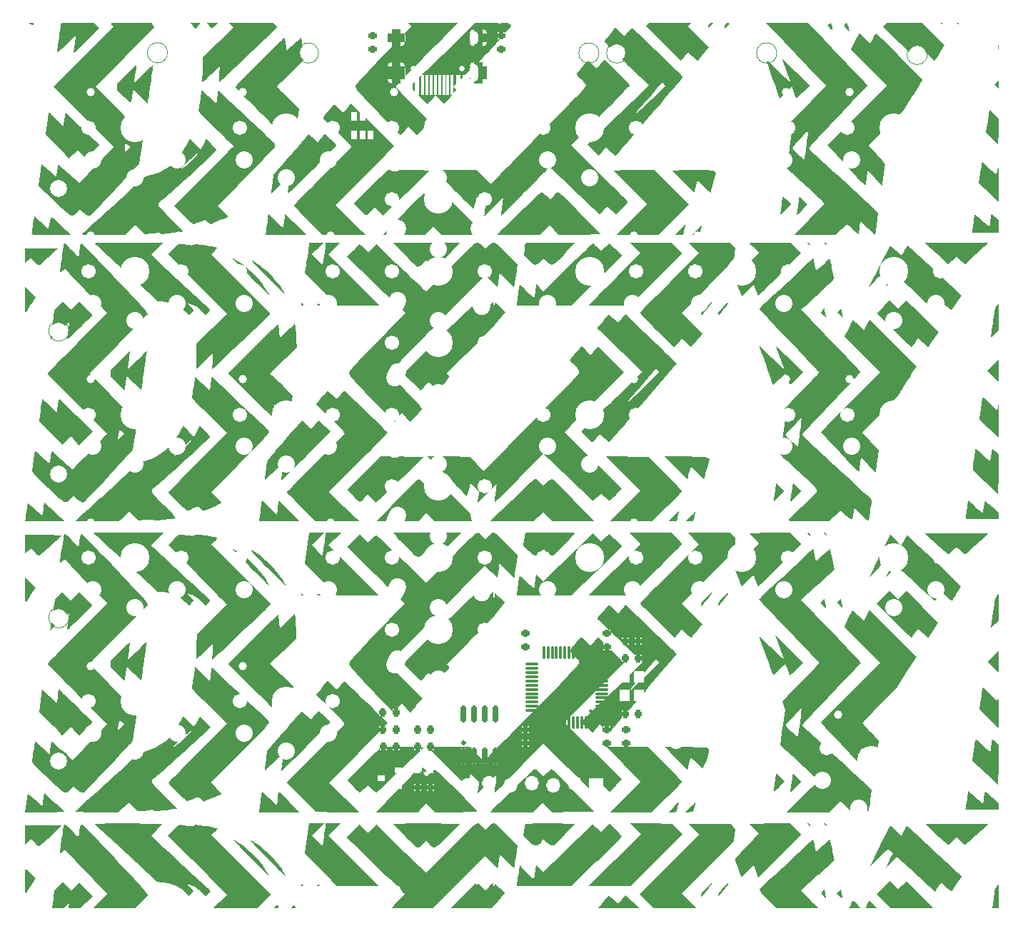
<source format=gbr>
%TF.GenerationSoftware,KiCad,Pcbnew,5.99.0-unknown-3de60231db~128~ubuntu21.04.1*%
%TF.CreationDate,2021-05-22T07:34:53+02:00*%
%TF.ProjectId,dzzy,647a7a79-2e6b-4696-9361-645f70636258,rev?*%
%TF.SameCoordinates,Original*%
%TF.FileFunction,Legend,Top*%
%TF.FilePolarity,Positive*%
%FSLAX46Y46*%
G04 Gerber Fmt 4.6, Leading zero omitted, Abs format (unit mm)*
G04 Created by KiCad (PCBNEW 5.99.0-unknown-3de60231db~128~ubuntu21.04.1) date 2021-05-22 07:34:53*
%MOMM*%
%LPD*%
G01*
G04 APERTURE LIST*
G04 Aperture macros list*
%AMRoundRect*
0 Rectangle with rounded corners*
0 $1 Rounding radius*
0 $2 $3 $4 $5 $6 $7 $8 $9 X,Y pos of 4 corners*
0 Add a 4 corners polygon primitive as box body*
4,1,4,$2,$3,$4,$5,$6,$7,$8,$9,$2,$3,0*
0 Add four circle primitives for the rounded corners*
1,1,$1+$1,$2,$3*
1,1,$1+$1,$4,$5*
1,1,$1+$1,$6,$7*
1,1,$1+$1,$8,$9*
0 Add four rect primitives between the rounded corners*
20,1,$1+$1,$2,$3,$4,$5,0*
20,1,$1+$1,$4,$5,$6,$7,0*
20,1,$1+$1,$6,$7,$8,$9,0*
20,1,$1+$1,$8,$9,$2,$3,0*%
%AMHorizOval*
0 Thick line with rounded ends*
0 $1 width*
0 $2 $3 position (X,Y) of the first rounded end (center of the circle)*
0 $4 $5 position (X,Y) of the second rounded end (center of the circle)*
0 Add line between two ends*
20,1,$1,$2,$3,$4,$5,0*
0 Add two circle primitives to create the rounded ends*
1,1,$1,$2,$3*
1,1,$1,$4,$5*%
G04 Aperture macros list end*
%ADD10C,0.120000*%
%ADD11C,0.333981*%
%ADD12C,0.229605*%
%ADD13C,0.100000*%
%ADD14R,0.650000X1.060000*%
%ADD15C,0.990600*%
%ADD16C,1.701800*%
%ADD17C,3.429000*%
%ADD18C,2.032000*%
%ADD19HorizOval,2.032000X-0.162285X0.348022X0.162285X-0.348022X0*%
%ADD20HorizOval,2.032000X-0.162285X-0.348022X0.162285X0.348022X0*%
%ADD21RoundRect,0.218750X-0.256250X0.218750X-0.256250X-0.218750X0.256250X-0.218750X0.256250X0.218750X0*%
%ADD22RoundRect,0.218750X0.256250X-0.218750X0.256250X0.218750X-0.256250X0.218750X-0.256250X-0.218750X0*%
%ADD23RoundRect,0.218750X-0.218750X-0.256250X0.218750X-0.256250X0.218750X0.256250X-0.218750X0.256250X0*%
%ADD24RoundRect,0.150000X0.150000X-0.825000X0.150000X0.825000X-0.150000X0.825000X-0.150000X-0.825000X0*%
%ADD25RoundRect,0.218750X0.218750X0.256250X-0.218750X0.256250X-0.218750X-0.256250X0.218750X-0.256250X0*%
%ADD26C,2.000000*%
%ADD27R,1.700000X1.700000*%
%ADD28O,1.700000X1.700000*%
%ADD29R,1.200000X1.400000*%
%ADD30C,0.650000*%
%ADD31R,0.570000X2.450000*%
%ADD32R,0.300000X2.450000*%
%ADD33O,1.000000X2.100000*%
%ADD34RoundRect,0.500000X0.550000X0.500000X-0.550000X0.500000X-0.550000X-0.500000X0.550000X-0.500000X0*%
%ADD35RoundRect,0.525000X0.525000X0.725000X-0.525000X0.725000X-0.525000X-0.725000X0.525000X-0.725000X0*%
%ADD36O,1.000000X1.600000*%
%ADD37RoundRect,0.075000X0.075000X0.662500X-0.075000X0.662500X-0.075000X-0.662500X0.075000X-0.662500X0*%
%ADD38RoundRect,0.075000X0.662500X0.075000X-0.662500X0.075000X-0.662500X-0.075000X0.662500X-0.075000X0*%
%ADD39R,0.900000X0.800000*%
%ADD40R,0.797560X0.797560*%
G04 APERTURE END LIST*
D10*
%TO.C,U1*%
X87471800Y-32716000D02*
X87471800Y-33216000D01*
X87471800Y-33216000D02*
X88021800Y-33216000D01*
%TO.C,U3*%
D11*
X100877990Y-105918000D02*
G75*
G03*
X100877990Y-105918000I-166990J0D01*
G01*
D10*
%TO.C,TP9*%
X53900000Y-108100000D02*
G75*
G03*
X53900000Y-108100000I-1200000J0D01*
G01*
%TO.C,TP8*%
X53900000Y-91100000D02*
G75*
G03*
X53900000Y-91100000I-1200000J0D01*
G01*
%TO.C,TP14*%
X137852000Y-24130000D02*
G75*
G03*
X137852000Y-24130000I-1200000J0D01*
G01*
%TO.C,TP10*%
X65600000Y-24100000D02*
G75*
G03*
X65600000Y-24100000I-1200000J0D01*
G01*
%TO.C,TP11*%
X83496000Y-24130000D02*
G75*
G03*
X83496000Y-24130000I-1200000J0D01*
G01*
%TO.C,TP13*%
X120072000Y-24130000D02*
G75*
G03*
X120072000Y-24130000I-1200000J0D01*
G01*
%TO.C,TP6*%
X53900000Y-57100000D02*
G75*
G03*
X53900000Y-57100000I-1200000J0D01*
G01*
%TO.C,TP7*%
X53900000Y-74100000D02*
G75*
G03*
X53900000Y-74100000I-1200000J0D01*
G01*
%TO.C,G1*%
G36*
X120188965Y-30391729D02*
G01*
X120706554Y-29893187D01*
X121180492Y-29435834D01*
X121603363Y-29026852D01*
X121967750Y-28673426D01*
X122266236Y-28382737D01*
X122491407Y-28161970D01*
X122635846Y-28018307D01*
X122692136Y-27958931D01*
X122692632Y-27957898D01*
X122645900Y-27906736D01*
X122511551Y-27772008D01*
X122298377Y-27562254D01*
X122015169Y-27286012D01*
X121670719Y-26951822D01*
X121273818Y-26568221D01*
X120833258Y-26143750D01*
X120357831Y-25686946D01*
X120095222Y-25435129D01*
X119602747Y-24961587D01*
X119139303Y-24512815D01*
X118713900Y-24097752D01*
X118335547Y-23725340D01*
X118013255Y-23404520D01*
X117756035Y-23144233D01*
X117572897Y-22953419D01*
X117472850Y-22841021D01*
X117456771Y-22816927D01*
X117463065Y-22718782D01*
X117540834Y-22575370D01*
X117700955Y-22369184D01*
X117820882Y-22230773D01*
X117998899Y-22025217D01*
X118137071Y-21856607D01*
X118215456Y-21749724D01*
X118226000Y-21727297D01*
X118265099Y-21654427D01*
X118366223Y-21514124D01*
X118470579Y-21382297D01*
X118715157Y-21083821D01*
X119230053Y-21595697D01*
X119444424Y-21801053D01*
X119627840Y-21962383D01*
X119758392Y-22061295D01*
X119810558Y-22082953D01*
X119880818Y-22023883D01*
X120012560Y-21887067D01*
X120182222Y-21697448D01*
X120258889Y-21608333D01*
X120435277Y-21407574D01*
X120581853Y-21252968D01*
X120676049Y-21167805D01*
X120694992Y-21158334D01*
X120753766Y-21203074D01*
X120897724Y-21330925D01*
X121116919Y-21532334D01*
X121401407Y-21797746D01*
X121741241Y-22117607D01*
X122126477Y-22482363D01*
X122547168Y-22882459D01*
X122993369Y-23308343D01*
X123455135Y-23750460D01*
X123922519Y-24199256D01*
X124385577Y-24645177D01*
X124834363Y-25078668D01*
X125258932Y-25490176D01*
X125649337Y-25870147D01*
X125995633Y-26209027D01*
X126287875Y-26497261D01*
X126516117Y-26725296D01*
X126670414Y-26883577D01*
X126740820Y-26962551D01*
X126744105Y-26969324D01*
X126697998Y-27029325D01*
X126572357Y-27180968D01*
X126374610Y-27415644D01*
X126112184Y-27724741D01*
X125792504Y-28099645D01*
X125422997Y-28531747D01*
X125011089Y-29012433D01*
X124564206Y-29533093D01*
X124089776Y-30085115D01*
X123595224Y-30659887D01*
X123087977Y-31248796D01*
X122575460Y-31843233D01*
X122065102Y-32434584D01*
X121564326Y-33014238D01*
X121080562Y-33573584D01*
X120621233Y-34104009D01*
X120193768Y-34596902D01*
X119805592Y-35043651D01*
X119464131Y-35435645D01*
X119176813Y-35764271D01*
X118951063Y-36020919D01*
X118794308Y-36196975D01*
X118713974Y-36283830D01*
X118704926Y-36291667D01*
X118643068Y-36247467D01*
X118508770Y-36127848D01*
X118323263Y-35952281D01*
X118154344Y-35786707D01*
X117646404Y-35281746D01*
X117226748Y-35770040D01*
X117042584Y-35981276D01*
X116890294Y-36150282D01*
X116790879Y-36254045D01*
X116765607Y-36275313D01*
X116706223Y-36236857D01*
X116571729Y-36119614D01*
X116380174Y-35940184D01*
X116149608Y-35715166D01*
X116068258Y-35633959D01*
X115412395Y-34975625D01*
X119052496Y-31483646D01*
X119101015Y-31437065D01*
X121021030Y-31437065D01*
X121079676Y-31405603D01*
X121225678Y-31283401D01*
X121460550Y-31070078D01*
X121785802Y-30765252D01*
X122202947Y-30368541D01*
X122713498Y-29879564D01*
X123013317Y-29591667D01*
X124678738Y-27991667D01*
X124506563Y-27808334D01*
X124383413Y-27689308D01*
X124297225Y-27627462D01*
X124287205Y-27625000D01*
X124235048Y-27673912D01*
X124105483Y-27813654D01*
X123907772Y-28033731D01*
X123651176Y-28323651D01*
X123344956Y-28672920D01*
X122998374Y-29071047D01*
X122620692Y-29507537D01*
X122418972Y-29741667D01*
X121985230Y-30246631D01*
X121629773Y-30663144D01*
X121354113Y-30990826D01*
X121159760Y-31229295D01*
X121048229Y-31378168D01*
X121021030Y-31437065D01*
X119101015Y-31437065D01*
X119635140Y-30924276D01*
X120188965Y-30391729D01*
G37*
G36*
X141746646Y-115550222D02*
G01*
X141794261Y-115630024D01*
X141819508Y-115764538D01*
X141774713Y-115786060D01*
X141660887Y-115694422D01*
X141625753Y-115658071D01*
X141525309Y-115546062D01*
X141513881Y-115500625D01*
X141588603Y-115491712D01*
X141609886Y-115491667D01*
X141746646Y-115550222D01*
G37*
G36*
X130109974Y-122623730D02*
G01*
X130097860Y-122673558D01*
X130042977Y-122776308D01*
X129925124Y-122949240D01*
X129763036Y-123168813D01*
X129575449Y-123411485D01*
X129381097Y-123653716D01*
X129198716Y-123871963D01*
X129047039Y-124042685D01*
X128944801Y-124142342D01*
X128916238Y-124158334D01*
X128900220Y-124099909D01*
X128892740Y-123957528D01*
X128892667Y-123940350D01*
X128905014Y-123837583D01*
X128951952Y-123728943D01*
X129048325Y-123594535D01*
X129208977Y-123414464D01*
X129448752Y-123168836D01*
X129525648Y-123092017D01*
X129778672Y-122842426D01*
X129951346Y-122679775D01*
X130055942Y-122595090D01*
X130104728Y-122579400D01*
X130109974Y-122623730D01*
G37*
G36*
X161809220Y-47669571D02*
G01*
X161465534Y-47982147D01*
X161140294Y-48278629D01*
X160851473Y-48542577D01*
X160617049Y-48757555D01*
X160454994Y-48907122D01*
X160409012Y-48950082D01*
X160158690Y-49186021D01*
X159842345Y-48887229D01*
X159642523Y-48700584D01*
X159451802Y-48525853D01*
X159341347Y-48427191D01*
X159156694Y-48265945D01*
X158841347Y-48563755D01*
X158644857Y-48747256D01*
X158460387Y-48916126D01*
X158354613Y-49010347D01*
X158183226Y-49159129D01*
X156837946Y-47922857D01*
X156485591Y-47597976D01*
X156167710Y-47302809D01*
X155896903Y-47049227D01*
X155685771Y-46849097D01*
X155546917Y-46714289D01*
X155492942Y-46656671D01*
X155492667Y-46655793D01*
X155557345Y-46650088D01*
X155743430Y-46644726D01*
X156038993Y-46639805D01*
X156432108Y-46635423D01*
X156910847Y-46631680D01*
X157463283Y-46628672D01*
X158077489Y-46626500D01*
X158741537Y-46625260D01*
X159225887Y-46625000D01*
X162959108Y-46625000D01*
X161809220Y-47669571D01*
G37*
G36*
X122659333Y-72030663D02*
G01*
X124642667Y-74010748D01*
X125065732Y-74434678D01*
X125457952Y-74830705D01*
X125809530Y-75188715D01*
X126110667Y-75498592D01*
X126351567Y-75750220D01*
X126522432Y-75933487D01*
X126613465Y-76038275D01*
X126626000Y-76058380D01*
X126580370Y-76119151D01*
X126450366Y-76263065D01*
X126246317Y-76479407D01*
X125978551Y-76757462D01*
X125657397Y-77086517D01*
X125293184Y-77455856D01*
X124896240Y-77854766D01*
X124842212Y-77908797D01*
X123058424Y-79691667D01*
X118059639Y-79691667D01*
X121692423Y-76058883D01*
X117592667Y-71943851D01*
X122659333Y-72030663D01*
G37*
G36*
X110076789Y-40669226D02*
G01*
X110245767Y-40787353D01*
X110447993Y-40957557D01*
X110533909Y-41037621D01*
X110963611Y-41450242D01*
X111390817Y-41026833D01*
X111597327Y-40826086D01*
X111738325Y-40705633D01*
X111840926Y-40649863D01*
X111932247Y-40643163D01*
X112020665Y-40664212D01*
X112107245Y-40716871D01*
X112258811Y-40844078D01*
X112478996Y-41049447D01*
X112771435Y-41336591D01*
X113139760Y-41709124D01*
X113587606Y-42170659D01*
X114118606Y-42724808D01*
X114562512Y-43191667D01*
X116901718Y-45658334D01*
X114447192Y-45678144D01*
X111992667Y-45697955D01*
X111445050Y-45111477D01*
X110897434Y-44525000D01*
X110310398Y-45108334D01*
X109723362Y-45691667D01*
X107159866Y-45691667D01*
X106508775Y-45691499D01*
X105979265Y-45690592D01*
X105559584Y-45688338D01*
X105237982Y-45684129D01*
X105002704Y-45677359D01*
X104842001Y-45667420D01*
X104744120Y-45653704D01*
X104697308Y-45635604D01*
X104689815Y-45612514D01*
X104709888Y-45583825D01*
X104727852Y-45565983D01*
X104800236Y-45496256D01*
X104958911Y-45343042D01*
X105194339Y-45115562D01*
X105496983Y-44823036D01*
X105857305Y-44474685D01*
X106265767Y-44079727D01*
X106712831Y-43647385D01*
X107188959Y-43186878D01*
X107348407Y-43032650D01*
X107952742Y-42450592D01*
X108485000Y-41943159D01*
X108941795Y-41513459D01*
X109319738Y-41164603D01*
X109615442Y-40899701D01*
X109825519Y-40721864D01*
X109946580Y-40634203D01*
X109970844Y-40625000D01*
X110076789Y-40669226D01*
G37*
G36*
X126026523Y-47258859D02*
G01*
X126657746Y-47892717D01*
X123558808Y-50992192D01*
X120459871Y-54091667D01*
X115546917Y-54091667D01*
X115815469Y-53775000D01*
X115911245Y-53670541D01*
X116092266Y-53481498D01*
X116349231Y-53217301D01*
X116672839Y-52887382D01*
X117053792Y-52501174D01*
X117482789Y-52068108D01*
X117950529Y-51597616D01*
X118447712Y-51099129D01*
X118887867Y-50659108D01*
X121691713Y-47859882D01*
X120461967Y-46625000D01*
X125395300Y-46625000D01*
X126026523Y-47258859D01*
G37*
G36*
X164159333Y-27844804D02*
G01*
X164156969Y-28087382D01*
X164150703Y-28268175D01*
X164141776Y-28355025D01*
X164139530Y-28358334D01*
X164086058Y-28314901D01*
X163969925Y-28203332D01*
X163872700Y-28105356D01*
X163625674Y-27852378D01*
X163892504Y-27591826D01*
X164159333Y-27331274D01*
X164159333Y-27844804D01*
G37*
G36*
X78747995Y-125221265D02*
G01*
X78759333Y-125362268D01*
X78749224Y-125485909D01*
X78693998Y-125542354D01*
X78556307Y-125557781D01*
X78479589Y-125558334D01*
X78199844Y-125558334D01*
X78423486Y-125327594D01*
X78589857Y-125177794D01*
X78694912Y-125142030D01*
X78747995Y-125221265D01*
G37*
G36*
X162252745Y-37068157D02*
G01*
X162387077Y-37179770D01*
X162586617Y-37354254D01*
X162835239Y-37577549D01*
X163070092Y-37792435D01*
X163346791Y-38043449D01*
X163588024Y-38254375D01*
X163777800Y-38411879D01*
X163900131Y-38502624D01*
X163939147Y-38517290D01*
X163957269Y-38428848D01*
X163989669Y-38241777D01*
X164030701Y-37989286D01*
X164051225Y-37858334D01*
X164076208Y-37701518D01*
X164096328Y-37593855D01*
X164112168Y-37544920D01*
X164124312Y-37564289D01*
X164133344Y-37661539D01*
X164139847Y-37846246D01*
X164144404Y-38127985D01*
X164147599Y-38516334D01*
X164150015Y-39020868D01*
X164151759Y-39508334D01*
X164153077Y-40040891D01*
X164153370Y-40528400D01*
X164152700Y-40955508D01*
X164151128Y-41306863D01*
X164148718Y-41567113D01*
X164145531Y-41720904D01*
X164142667Y-41757148D01*
X164090645Y-41713640D01*
X163965310Y-41598113D01*
X163789058Y-41431380D01*
X163692667Y-41339000D01*
X163476362Y-41132530D01*
X163196425Y-40867710D01*
X162887052Y-40576778D01*
X162582443Y-40291974D01*
X162544732Y-40256852D01*
X161830130Y-39591667D01*
X162004733Y-38325000D01*
X162060001Y-37930187D01*
X162110210Y-37582994D01*
X162152232Y-37304157D01*
X162182934Y-37114407D01*
X162199188Y-37034479D01*
X162199746Y-37033478D01*
X162252745Y-37068157D01*
G37*
G36*
X164150410Y-23211245D02*
G01*
X164158888Y-23373611D01*
X164159333Y-23443288D01*
X164146174Y-23635095D01*
X164112902Y-23765433D01*
X164093471Y-23791170D01*
X164058720Y-23760377D01*
X164058617Y-23610770D01*
X164069529Y-23511771D01*
X164104666Y-23281138D01*
X164131982Y-23180692D01*
X164150410Y-23211245D01*
G37*
G36*
X98281340Y-46637469D02*
G01*
X98832720Y-46638741D01*
X99308335Y-46641163D01*
X99696354Y-46644676D01*
X99984947Y-46649223D01*
X100162283Y-46654747D01*
X100216828Y-46660273D01*
X100180801Y-46714661D01*
X100061276Y-46850923D01*
X99869540Y-47057160D01*
X99616880Y-47321470D01*
X99314582Y-47631955D01*
X98973934Y-47976713D01*
X98856854Y-48094148D01*
X98442216Y-48507181D01*
X98109542Y-48833442D01*
X97848325Y-49082214D01*
X97648055Y-49262780D01*
X97498225Y-49384423D01*
X97388326Y-49456427D01*
X97307850Y-49488075D01*
X97274928Y-49491667D01*
X97150298Y-49464334D01*
X97003820Y-49371253D01*
X96812372Y-49195804D01*
X96695400Y-49075000D01*
X96301468Y-48658334D01*
X95878607Y-49075000D01*
X95621328Y-49311321D01*
X95428625Y-49447327D01*
X95288216Y-49491656D01*
X95286268Y-49491667D01*
X95216483Y-49472146D01*
X95114357Y-49407701D01*
X94970379Y-49289506D01*
X94775033Y-49108736D01*
X94518806Y-48856566D01*
X94192186Y-48524171D01*
X93785657Y-48102726D01*
X93759078Y-48075000D01*
X92401365Y-46658334D01*
X96290919Y-46641125D01*
X96998609Y-46638603D01*
X97666026Y-46637403D01*
X98281340Y-46637469D01*
G37*
G36*
X130128415Y-88147355D02*
G01*
X130120095Y-88191667D01*
X130068065Y-88292912D01*
X129951886Y-88465018D01*
X129790287Y-88684526D01*
X129601999Y-88927981D01*
X129405752Y-89171927D01*
X129220276Y-89392907D01*
X129064301Y-89567465D01*
X128956558Y-89672145D01*
X128922330Y-89691667D01*
X128902173Y-89633252D01*
X128892759Y-89490889D01*
X128892667Y-89473683D01*
X128904899Y-89371321D01*
X128951493Y-89263308D01*
X129047296Y-89129847D01*
X129207151Y-88951139D01*
X129445905Y-88707385D01*
X129530023Y-88623683D01*
X129784966Y-88373393D01*
X129959751Y-88209784D01*
X130066904Y-88123689D01*
X130118950Y-88105936D01*
X130128415Y-88147355D01*
G37*
G36*
X118174948Y-60408712D02*
G01*
X119688720Y-61925000D01*
X116188552Y-65485242D01*
X115625825Y-66058399D01*
X115091586Y-66604040D01*
X114593035Y-67114720D01*
X114137371Y-67582993D01*
X113731792Y-68001415D01*
X113383499Y-68362539D01*
X113099689Y-68658922D01*
X112887563Y-68883117D01*
X112754319Y-69027679D01*
X112707157Y-69085163D01*
X112707192Y-69085628D01*
X112756652Y-69137852D01*
X112893628Y-69275983D01*
X113110517Y-69492495D01*
X113399715Y-69779858D01*
X113753620Y-70130545D01*
X114164627Y-70537028D01*
X114625135Y-70991780D01*
X115127539Y-71487273D01*
X115664236Y-72015978D01*
X116111151Y-72455806D01*
X119496303Y-75785842D01*
X118778955Y-76505421D01*
X118525846Y-76755173D01*
X118303004Y-76967284D01*
X118128331Y-77125315D01*
X118019728Y-77212822D01*
X117995477Y-77225000D01*
X117922306Y-77180741D01*
X117780153Y-77061869D01*
X117593112Y-76889238D01*
X117477673Y-76776788D01*
X117026000Y-76328576D01*
X116566366Y-76784688D01*
X116362800Y-76977368D01*
X116189354Y-77124400D01*
X116069971Y-77206367D01*
X116034241Y-77216233D01*
X115974389Y-77166749D01*
X115827213Y-77032746D01*
X115601285Y-76822342D01*
X115305177Y-76543658D01*
X114947461Y-76204812D01*
X114536709Y-75813923D01*
X114081492Y-75379111D01*
X113590383Y-74908493D01*
X113087339Y-74425000D01*
X112570182Y-73927722D01*
X112081197Y-73458491D01*
X111628884Y-73025397D01*
X111221739Y-72636533D01*
X110868263Y-72299989D01*
X110576952Y-72023858D01*
X110356305Y-71816230D01*
X110214820Y-71685198D01*
X110161199Y-71638912D01*
X110106704Y-71681843D01*
X109967403Y-71812277D01*
X109751419Y-72022104D01*
X109466878Y-72303211D01*
X109121902Y-72647490D01*
X108724615Y-73046830D01*
X108283141Y-73493120D01*
X107805604Y-73978249D01*
X107300127Y-74494108D01*
X107251069Y-74544295D01*
X106744449Y-75061567D01*
X106265860Y-75548054D01*
X105823308Y-75995760D01*
X105424801Y-76396687D01*
X105078348Y-76742838D01*
X104791955Y-77026216D01*
X104573630Y-77238823D01*
X104431382Y-77372663D01*
X104373216Y-77419737D01*
X104372311Y-77419316D01*
X104373762Y-77339185D01*
X104391182Y-77151049D01*
X104421940Y-76878933D01*
X104463405Y-76546863D01*
X104488978Y-76353630D01*
X104536350Y-75997027D01*
X104576386Y-75685362D01*
X104606012Y-75443391D01*
X104622154Y-75295871D01*
X104624198Y-75264697D01*
X104579705Y-75289956D01*
X104455572Y-75399573D01*
X104264271Y-75581506D01*
X104018272Y-75823710D01*
X103730046Y-76114142D01*
X103491764Y-76358334D01*
X102361131Y-77525000D01*
X102399773Y-77225000D01*
X102432317Y-76983282D01*
X102473408Y-76692261D01*
X102497779Y-76525465D01*
X102557143Y-76125931D01*
X102076573Y-75642132D01*
X101872805Y-75440355D01*
X101704339Y-75279824D01*
X101592599Y-75180590D01*
X101559598Y-75158334D01*
X101530000Y-75218891D01*
X101476325Y-75383775D01*
X101406197Y-75627801D01*
X101327259Y-75925722D01*
X101131324Y-76693110D01*
X100740104Y-76309055D01*
X100607759Y-76177100D01*
X100394786Y-75962221D01*
X100113572Y-75677027D01*
X99776504Y-75334123D01*
X99395968Y-74946117D01*
X98984352Y-74525615D01*
X98554042Y-74085225D01*
X98404108Y-73931591D01*
X96459333Y-71938182D01*
X98991420Y-71985611D01*
X101523506Y-72033040D01*
X102324753Y-72861569D01*
X103126000Y-73690099D01*
X108759333Y-67955633D01*
X109606613Y-67092928D01*
X110365152Y-66320002D01*
X111039828Y-65631699D01*
X111635522Y-65022861D01*
X112157113Y-64488330D01*
X112609479Y-64022951D01*
X112997502Y-63621565D01*
X113326059Y-63279015D01*
X113600031Y-62990145D01*
X113824296Y-62749797D01*
X114003734Y-62552815D01*
X114143225Y-62394040D01*
X114247647Y-62268316D01*
X114321881Y-62170486D01*
X114370805Y-62095392D01*
X114399299Y-62037878D01*
X114412243Y-61992786D01*
X114413993Y-61979084D01*
X114416537Y-61871052D01*
X114392918Y-61772845D01*
X114328074Y-61662257D01*
X114206938Y-61517081D01*
X114014445Y-61315110D01*
X113852596Y-61151565D01*
X113609952Y-60904938D01*
X113450506Y-60732446D01*
X113361495Y-60615648D01*
X113330160Y-60536106D01*
X113343737Y-60475383D01*
X113363964Y-60445564D01*
X113440772Y-60351717D01*
X113585159Y-60179227D01*
X113778029Y-59950774D01*
X114000289Y-59689035D01*
X114054846Y-59625000D01*
X114273250Y-59368593D01*
X114459151Y-59149906D01*
X114596153Y-58988262D01*
X114667856Y-58902984D01*
X114674153Y-58895221D01*
X114727245Y-58927138D01*
X114854427Y-59036305D01*
X115036077Y-59205125D01*
X115231632Y-59395221D01*
X115766593Y-59925000D01*
X115946297Y-59723902D01*
X116091868Y-59558318D01*
X116274259Y-59347319D01*
X116393588Y-59207613D01*
X116661177Y-58892424D01*
X118174948Y-60408712D01*
G37*
G36*
X164159333Y-56995243D02*
G01*
X163691033Y-57459954D01*
X163479245Y-57667784D01*
X163345413Y-57789735D01*
X163274237Y-57835219D01*
X163250414Y-57813649D01*
X163258642Y-57734437D01*
X163260426Y-57724833D01*
X163279909Y-57604276D01*
X163314487Y-57372477D01*
X163361157Y-57050292D01*
X163416919Y-56658578D01*
X163478771Y-56218193D01*
X163523209Y-55898466D01*
X163593523Y-55393239D01*
X163649870Y-55002760D01*
X163696332Y-54709669D01*
X163736987Y-54496607D01*
X163775917Y-54346215D01*
X163817201Y-54241134D01*
X163864919Y-54164005D01*
X163923151Y-54097468D01*
X163953816Y-54066415D01*
X164159333Y-53860898D01*
X164159333Y-56995243D01*
G37*
G36*
X111574991Y-81025834D02*
G01*
X112142256Y-81028221D01*
X112652955Y-81031985D01*
X113093622Y-81036952D01*
X113450789Y-81042948D01*
X113710988Y-81049799D01*
X113860752Y-81057330D01*
X113892667Y-81062914D01*
X113848843Y-81119627D01*
X113725307Y-81260179D01*
X113533957Y-81471534D01*
X113286692Y-81740658D01*
X112995412Y-82054512D01*
X112676000Y-82395821D01*
X112308110Y-82786239D01*
X112018543Y-83089606D01*
X111795137Y-83316801D01*
X111625729Y-83478704D01*
X111498159Y-83586194D01*
X111400265Y-83650152D01*
X111319884Y-83681455D01*
X111244857Y-83690986D01*
X111227933Y-83691240D01*
X111091295Y-83675372D01*
X110958592Y-83614220D01*
X110798254Y-83488289D01*
X110611266Y-83310420D01*
X110226000Y-82929174D01*
X109840733Y-83310420D01*
X109630660Y-83508658D01*
X109475679Y-83625217D01*
X109344101Y-83679644D01*
X109222677Y-83691667D01*
X109113222Y-83681099D01*
X109004740Y-83638978D01*
X108875504Y-83549680D01*
X108703789Y-83397577D01*
X108467869Y-83167046D01*
X108403302Y-83102352D01*
X107816717Y-82513037D01*
X107889988Y-81952352D01*
X107928582Y-81668410D01*
X107965683Y-81414726D01*
X107994614Y-81236500D01*
X107999926Y-81208334D01*
X108036594Y-81025000D01*
X110964630Y-81025000D01*
X111574991Y-81025834D01*
G37*
G36*
X120148276Y-124218980D02*
G01*
X120294248Y-124346178D01*
X120503314Y-124541087D01*
X120745843Y-124775604D01*
X120957861Y-124986806D01*
X121523056Y-125558334D01*
X119064195Y-125558334D01*
X118427392Y-125558057D01*
X117911853Y-125556832D01*
X117505511Y-125554059D01*
X117196298Y-125549143D01*
X116972146Y-125541488D01*
X116820986Y-125530496D01*
X116730752Y-125515571D01*
X116689374Y-125496115D01*
X116684784Y-125471534D01*
X116704543Y-125441667D01*
X117078439Y-125002720D01*
X117374291Y-124657231D01*
X117599734Y-124396501D01*
X117762405Y-124211825D01*
X117869938Y-124094504D01*
X117929969Y-124035834D01*
X117947642Y-124025000D01*
X118006901Y-124068674D01*
X118140024Y-124186955D01*
X118326031Y-124360734D01*
X118502037Y-124530008D01*
X119020980Y-125035016D01*
X119462433Y-124528849D01*
X119903885Y-124022681D01*
X120148276Y-124218980D01*
G37*
G36*
X126010650Y-81642919D02*
G01*
X126240168Y-81878162D01*
X126430802Y-82082629D01*
X126564828Y-82236629D01*
X126624518Y-82320470D01*
X126626000Y-82326525D01*
X126580055Y-82383818D01*
X126447470Y-82527114D01*
X126236120Y-82748369D01*
X125953880Y-83039540D01*
X125608625Y-83392585D01*
X125208231Y-83799459D01*
X124760573Y-84252119D01*
X124273525Y-84742523D01*
X123754963Y-85262626D01*
X123575731Y-85441939D01*
X120525462Y-88491667D01*
X115526537Y-88491667D01*
X118609683Y-85407987D01*
X121692828Y-82324307D01*
X121043175Y-81674653D01*
X120393521Y-81025000D01*
X125395300Y-81025000D01*
X126010650Y-81642919D01*
G37*
G36*
X144156763Y-117448427D02*
G01*
X144202382Y-117625682D01*
X144264065Y-117882892D01*
X144336235Y-118194949D01*
X144413316Y-118536748D01*
X144489728Y-118883184D01*
X144559897Y-119209149D01*
X144618243Y-119489537D01*
X144659189Y-119699243D01*
X144677159Y-119813161D01*
X144676963Y-119825815D01*
X144625514Y-119878133D01*
X144486180Y-120010523D01*
X144269547Y-120213166D01*
X143986202Y-120476239D01*
X143646733Y-120789922D01*
X143261726Y-121144394D01*
X142841769Y-121529834D01*
X142704281Y-121655775D01*
X140749230Y-123445806D01*
X141371434Y-124085403D01*
X141649126Y-124371520D01*
X141936863Y-124669100D01*
X142199482Y-124941718D01*
X142391066Y-125141667D01*
X142788493Y-125558334D01*
X140290580Y-125552081D01*
X137792667Y-125545829D01*
X136792667Y-124489901D01*
X136498882Y-124176409D01*
X136238042Y-123891811D01*
X136023679Y-123651389D01*
X135869326Y-123470426D01*
X135788516Y-123364202D01*
X135779827Y-123346153D01*
X135824654Y-123282749D01*
X135957891Y-123140963D01*
X136168595Y-122931330D01*
X136445823Y-122664388D01*
X136778634Y-122350673D01*
X137156083Y-122000723D01*
X137567227Y-121625073D01*
X137567308Y-121625000D01*
X138061248Y-121174889D01*
X138594318Y-120685639D01*
X139140792Y-120181098D01*
X139674944Y-119685109D01*
X140171048Y-119221518D01*
X140603378Y-118814169D01*
X140744618Y-118680009D01*
X141099631Y-118344025D01*
X141423571Y-118041625D01*
X141703948Y-117784136D01*
X141928273Y-117582883D01*
X142084055Y-117449191D01*
X142158805Y-117394388D01*
X142162945Y-117393899D01*
X142192361Y-117465595D01*
X142240750Y-117640716D01*
X142301080Y-117891916D01*
X142358377Y-118153778D01*
X142512474Y-118888111D01*
X143309827Y-118119367D01*
X143575806Y-117865794D01*
X143807262Y-117650565D01*
X143987922Y-117488376D01*
X144101514Y-117393921D01*
X144132787Y-117376231D01*
X144156763Y-117448427D01*
G37*
G36*
X145577753Y-89362865D02*
G01*
X145622879Y-89618099D01*
X145654323Y-89816602D01*
X145667327Y-89927372D01*
X145666343Y-89940131D01*
X145616065Y-89904229D01*
X145498286Y-89795544D01*
X145338076Y-89637254D01*
X145331357Y-89630439D01*
X145011420Y-89305618D01*
X145242768Y-89053174D01*
X145474115Y-88800730D01*
X145577753Y-89362865D01*
G37*
G36*
X96662447Y-41094753D02*
G01*
X97087944Y-41516468D01*
X97473638Y-41148727D01*
X97609898Y-41014619D01*
X97725174Y-40901666D01*
X97828601Y-40815454D01*
X97929316Y-40761569D01*
X98036456Y-40745597D01*
X98159156Y-40773122D01*
X98306554Y-40849730D01*
X98487784Y-40981008D01*
X98711983Y-41172540D01*
X98988289Y-41429912D01*
X99325836Y-41758709D01*
X99733761Y-42164518D01*
X100221201Y-42652924D01*
X100671370Y-43103700D01*
X101140107Y-43573890D01*
X101578950Y-44017159D01*
X101979041Y-44424346D01*
X102331521Y-44786288D01*
X102627530Y-45093821D01*
X102858210Y-45337784D01*
X103014702Y-45509015D01*
X103088146Y-45598350D01*
X103092667Y-45607991D01*
X103065643Y-45630507D01*
X102977650Y-45648879D01*
X102818307Y-45663455D01*
X102577229Y-45674587D01*
X102244036Y-45682624D01*
X101808344Y-45687916D01*
X101259771Y-45690813D01*
X100610808Y-45691667D01*
X98128950Y-45691667D01*
X97606137Y-45175000D01*
X97083324Y-44658334D01*
X96126000Y-45694400D01*
X93628277Y-45693033D01*
X91130555Y-45691667D01*
X91470835Y-45341667D01*
X91590219Y-45218085D01*
X91790016Y-45010330D01*
X92058516Y-44730617D01*
X92384009Y-44391160D01*
X92754783Y-44004177D01*
X93159129Y-43581882D01*
X93585335Y-43136490D01*
X93785084Y-42927658D01*
X94340757Y-42349659D01*
X94810926Y-41867269D01*
X95199227Y-41476944D01*
X95509295Y-41175136D01*
X95744764Y-40958299D01*
X95909270Y-40822885D01*
X95998001Y-40768344D01*
X96236950Y-40673039D01*
X96662447Y-41094753D01*
G37*
G36*
X78538340Y-78902197D02*
G01*
X78626589Y-78180265D01*
X78666502Y-77869096D01*
X78705113Y-77594716D01*
X78737325Y-77391958D01*
X78754159Y-77308082D01*
X78774648Y-77271653D01*
X78816623Y-77269248D01*
X78890470Y-77309754D01*
X79006577Y-77402062D01*
X79175333Y-77555060D01*
X79407124Y-77777637D01*
X79712339Y-78078682D01*
X80059082Y-78424748D01*
X81324684Y-79691667D01*
X78908675Y-79691667D01*
X78276331Y-79691319D01*
X77764631Y-79689867D01*
X77360885Y-79686699D01*
X77052405Y-79681202D01*
X76826502Y-79672764D01*
X76670487Y-79660773D01*
X76571671Y-79644615D01*
X76517366Y-79623680D01*
X76494882Y-79597353D01*
X76491276Y-79575000D01*
X76499009Y-79472800D01*
X76521310Y-79262544D01*
X76555400Y-78968375D01*
X76598497Y-78614437D01*
X76637471Y-78305428D01*
X76785056Y-77152523D01*
X78538340Y-78902197D01*
G37*
G36*
X81626000Y-53858334D02*
G01*
X81749966Y-53981621D01*
X81820115Y-54060151D01*
X81826000Y-54070806D01*
X81767936Y-54085467D01*
X81628085Y-54091666D01*
X81626000Y-54091667D01*
X81487223Y-54076618D01*
X81433775Y-54003596D01*
X81426000Y-53879194D01*
X81426000Y-53666721D01*
X81626000Y-53858334D01*
G37*
G36*
X157464673Y-20589691D02*
G01*
X157459333Y-20625000D01*
X157402309Y-20688530D01*
X157392667Y-20691667D01*
X157339664Y-20645170D01*
X157326000Y-20625000D01*
X157341831Y-20568521D01*
X157392667Y-20558334D01*
X157464673Y-20589691D01*
G37*
G36*
X132088116Y-122596715D02*
G01*
X132089954Y-122625000D01*
X132048086Y-122736575D01*
X131931278Y-122925402D01*
X131755174Y-123170892D01*
X131535418Y-123452461D01*
X131287655Y-123749522D01*
X131027529Y-124041488D01*
X130952580Y-124121667D01*
X130912284Y-124111224D01*
X130895178Y-123987251D01*
X130895054Y-123955000D01*
X130908324Y-123845108D01*
X130955553Y-123729823D01*
X131051430Y-123587925D01*
X131210642Y-123398196D01*
X131447878Y-123139417D01*
X131492667Y-123091667D01*
X131735911Y-122835866D01*
X131903664Y-122668950D01*
X132009340Y-122580440D01*
X132066353Y-122559855D01*
X132088116Y-122596715D01*
G37*
G36*
X83447087Y-116187379D02*
G01*
X82726000Y-116883090D01*
X84005626Y-118170438D01*
X84153048Y-117047719D01*
X84204601Y-116658826D01*
X84252892Y-116301339D01*
X84294157Y-116002623D01*
X84324630Y-115790045D01*
X84337321Y-115708334D01*
X84374172Y-115491667D01*
X86126000Y-115493269D01*
X85406333Y-116205862D01*
X84686665Y-116918454D01*
X87706058Y-119938394D01*
X90725450Y-122958334D01*
X85714706Y-122958334D01*
X85528703Y-122741667D01*
X85439451Y-122644903D01*
X85268157Y-122465856D01*
X85026791Y-122216795D01*
X84727324Y-121909984D01*
X84381728Y-121557690D01*
X84001971Y-121172181D01*
X83625730Y-120791667D01*
X81908759Y-119058334D01*
X82147775Y-117275000D01*
X82386791Y-115491667D01*
X84168175Y-115491667D01*
X83447087Y-116187379D01*
G37*
G36*
X164159333Y-61808761D02*
G01*
X164158446Y-62205861D01*
X164155975Y-62552985D01*
X164152206Y-62829788D01*
X164147423Y-63015922D01*
X164141912Y-63091043D01*
X164141350Y-63091667D01*
X164090436Y-63047170D01*
X163963507Y-62925247D01*
X163778330Y-62743243D01*
X163552673Y-62518508D01*
X163492223Y-62457888D01*
X162861079Y-61824109D01*
X164159333Y-60525855D01*
X164159333Y-61808761D01*
G37*
G36*
X54129265Y-89025313D02*
G01*
X54592511Y-88558490D01*
X54796326Y-88359806D01*
X54969656Y-88203183D01*
X55088902Y-88109299D01*
X55125299Y-88091667D01*
X55193450Y-88136835D01*
X55337268Y-88261717D01*
X55539528Y-88450382D01*
X55783001Y-88686898D01*
X55960421Y-88864011D01*
X56726000Y-89636356D01*
X55227430Y-91093220D01*
X54859162Y-91449840D01*
X54522268Y-91773392D01*
X54228357Y-92052941D01*
X53989034Y-92277550D01*
X53815908Y-92436284D01*
X53720586Y-92518207D01*
X53705694Y-92526917D01*
X53706344Y-92456353D01*
X53723529Y-92277347D01*
X53754582Y-92013398D01*
X53796833Y-91688006D01*
X53820930Y-91512429D01*
X53869393Y-91161256D01*
X53910448Y-90856040D01*
X53940841Y-90621578D01*
X53957320Y-90482667D01*
X53959333Y-90457429D01*
X53914697Y-90479962D01*
X53791135Y-90582682D01*
X53604174Y-90751664D01*
X53369334Y-90972980D01*
X53176000Y-91160163D01*
X52879263Y-91449553D01*
X52584833Y-91735047D01*
X52319426Y-91990848D01*
X52109760Y-92191162D01*
X52037736Y-92259121D01*
X51682805Y-92591667D01*
X51723584Y-92358334D01*
X51744172Y-92227214D01*
X51779843Y-91985744D01*
X51827476Y-91655658D01*
X51883948Y-91258690D01*
X51946140Y-90816576D01*
X51985168Y-90536764D01*
X52205972Y-88948529D01*
X52664353Y-88486608D01*
X53122735Y-88024687D01*
X54129265Y-89025313D01*
G37*
G36*
X124609743Y-108442070D02*
G01*
X125036200Y-108870238D01*
X125431930Y-109270527D01*
X125787231Y-109632903D01*
X126092402Y-109947335D01*
X126337741Y-110203791D01*
X126513546Y-110392238D01*
X126610116Y-110502644D01*
X126626000Y-110527048D01*
X126580323Y-110587854D01*
X126450185Y-110731714D01*
X126245923Y-110947926D01*
X125977875Y-111225784D01*
X125656377Y-111554583D01*
X125291769Y-111923619D01*
X124894386Y-112322188D01*
X124839823Y-112376645D01*
X123053647Y-114158334D01*
X117996697Y-114158334D01*
X121707905Y-110525000D01*
X117680743Y-106425000D01*
X122593486Y-106425000D01*
X124609743Y-108442070D01*
G37*
G36*
X118759885Y-116258883D02*
G01*
X119010484Y-116513257D01*
X119221806Y-116736479D01*
X119378088Y-116911194D01*
X119463566Y-117020044D01*
X119474591Y-117045892D01*
X119424837Y-117101089D01*
X119287689Y-117241250D01*
X119071286Y-117458325D01*
X118783766Y-117744267D01*
X118433269Y-118091028D01*
X118027932Y-118490557D01*
X117575895Y-118934807D01*
X117085296Y-119415730D01*
X116564275Y-119925276D01*
X116457640Y-120029420D01*
X113459333Y-122957015D01*
X110242667Y-122957674D01*
X109474375Y-122957148D01*
X108830232Y-122955069D01*
X108301057Y-122951202D01*
X107877674Y-122945310D01*
X107550902Y-122937159D01*
X107311563Y-122926512D01*
X107150478Y-122913133D01*
X107058468Y-122896786D01*
X107026356Y-122877236D01*
X107026085Y-122875000D01*
X107035156Y-122769332D01*
X107059811Y-122565066D01*
X107096359Y-122287806D01*
X107141108Y-121963152D01*
X107190367Y-121616707D01*
X107240444Y-121274073D01*
X107287649Y-120960851D01*
X107328289Y-120702643D01*
X107358674Y-120525051D01*
X107375111Y-120453676D01*
X107375217Y-120453560D01*
X107427142Y-120490907D01*
X107555008Y-120611063D01*
X107743932Y-120799224D01*
X107979030Y-121040583D01*
X108227909Y-121301768D01*
X108536476Y-121630957D01*
X108763158Y-121865643D01*
X108922654Y-122003247D01*
X109029661Y-122041186D01*
X109098879Y-121976880D01*
X109145007Y-121807747D01*
X109182741Y-121531206D01*
X109226782Y-121144675D01*
X109228992Y-121125966D01*
X109313153Y-120415823D01*
X109726081Y-120825080D01*
X110139008Y-121234337D01*
X111332504Y-120081890D01*
X111680649Y-119745593D01*
X112101803Y-119338570D01*
X112573187Y-118882845D01*
X113072025Y-118400444D01*
X113575539Y-117913391D01*
X114060953Y-117443712D01*
X114279413Y-117232280D01*
X116032826Y-115535118D01*
X116529413Y-116028391D01*
X117026000Y-116521663D01*
X118026534Y-115527807D01*
X118759885Y-116258883D01*
G37*
G36*
X61137167Y-59585571D02*
G01*
X61122616Y-59767881D01*
X61092694Y-60033035D01*
X61049968Y-60356581D01*
X61030776Y-60490675D01*
X60981074Y-60838204D01*
X60939314Y-61144400D01*
X60909040Y-61382170D01*
X60893796Y-61524423D01*
X60892667Y-61546275D01*
X60937348Y-61533930D01*
X61063997Y-61436047D01*
X61261523Y-61262573D01*
X61518835Y-61023457D01*
X61824841Y-60728645D01*
X62032133Y-60524265D01*
X62391511Y-60168781D01*
X62667498Y-59900591D01*
X62869765Y-59711506D01*
X63007984Y-59593335D01*
X63091825Y-59537888D01*
X63130962Y-59536977D01*
X63135064Y-59582410D01*
X63133458Y-59591667D01*
X63114938Y-59707310D01*
X63081202Y-59936605D01*
X63034860Y-60261068D01*
X62978521Y-60662217D01*
X62914797Y-61121566D01*
X62846296Y-61620631D01*
X62827519Y-61758334D01*
X62757762Y-62264638D01*
X62691289Y-62735890D01*
X62630822Y-63153656D01*
X62579081Y-63499503D01*
X62538787Y-63754998D01*
X62512661Y-63901706D01*
X62508413Y-63920186D01*
X62457104Y-64115372D01*
X61645479Y-63332868D01*
X61334339Y-63028874D01*
X61109533Y-62798055D01*
X60957966Y-62624752D01*
X60866542Y-62493306D01*
X60822167Y-62388057D01*
X60813260Y-62337682D01*
X60798507Y-62324535D01*
X60771220Y-62426990D01*
X60734620Y-62628250D01*
X60691929Y-62911519D01*
X60665445Y-63108334D01*
X60618406Y-63452089D01*
X60573649Y-63743435D01*
X60535092Y-63959382D01*
X60506657Y-64076939D01*
X60497778Y-64091667D01*
X60439790Y-64046761D01*
X60304187Y-63922248D01*
X60106995Y-63733434D01*
X59864243Y-63495628D01*
X59641666Y-63274037D01*
X58826000Y-62456408D01*
X58826000Y-61713651D01*
X59962334Y-60594549D01*
X60280941Y-60283554D01*
X60567967Y-60008689D01*
X60810009Y-59782357D01*
X60993664Y-59616961D01*
X61105527Y-59524904D01*
X61133777Y-59510555D01*
X61137167Y-59585571D01*
G37*
G36*
X80678275Y-125162948D02*
G01*
X80702688Y-125237941D01*
X80745347Y-125426665D01*
X80719909Y-125521845D01*
X80604399Y-125555040D01*
X80479589Y-125558334D01*
X80199844Y-125558334D01*
X80429589Y-125321275D01*
X80566751Y-125183771D01*
X80640161Y-125133890D01*
X80678275Y-125162948D01*
G37*
G36*
X110375666Y-115504882D02*
G01*
X110991982Y-115507624D01*
X113915886Y-115525000D01*
X112720943Y-116802323D01*
X111526000Y-118079645D01*
X111227933Y-118085656D01*
X111068953Y-118081022D01*
X110942952Y-118046382D01*
X110813464Y-117961977D01*
X110644024Y-117808049D01*
X110555738Y-117721442D01*
X110181609Y-117351217D01*
X109865316Y-117721442D01*
X109693585Y-117914842D01*
X109568030Y-118025650D01*
X109452529Y-118076174D01*
X109310956Y-118088726D01*
X109270845Y-118088586D01*
X109144305Y-118079961D01*
X109030485Y-118046825D01*
X108904960Y-117973601D01*
X108743304Y-117844710D01*
X108521091Y-117644576D01*
X108404214Y-117535887D01*
X107815761Y-116986269D01*
X107900812Y-116304773D01*
X107940206Y-116013391D01*
X107978725Y-115770245D01*
X108011077Y-115606696D01*
X108026971Y-115556762D01*
X108104832Y-115539395D01*
X108312618Y-115525442D01*
X108646960Y-115514958D01*
X109104494Y-115508000D01*
X109681852Y-115504622D01*
X110375666Y-115504882D01*
G37*
G36*
X81608637Y-67735873D02*
G01*
X81743117Y-67855519D01*
X81928791Y-68031146D01*
X82098416Y-68197382D01*
X82607115Y-68703098D01*
X83033224Y-68202409D01*
X83217044Y-67989960D01*
X83368229Y-67821855D01*
X83466686Y-67720072D01*
X83492667Y-67699890D01*
X83550334Y-67742574D01*
X83686353Y-67861190D01*
X83882709Y-68039523D01*
X84121386Y-68261357D01*
X84226000Y-68359897D01*
X84926000Y-69021734D01*
X82026072Y-71923583D01*
X81512985Y-72435685D01*
X81028209Y-72916965D01*
X80579826Y-73359569D01*
X80175915Y-73755642D01*
X79824560Y-74097329D01*
X79533840Y-74376778D01*
X79311837Y-74586132D01*
X79166634Y-74717538D01*
X79106310Y-74763142D01*
X79105151Y-74762454D01*
X79105840Y-74673379D01*
X79123926Y-74471361D01*
X79157147Y-74175334D01*
X79203238Y-73804232D01*
X79259936Y-73376989D01*
X79324978Y-72912537D01*
X79332784Y-72858334D01*
X79342864Y-72776888D01*
X79338791Y-72726194D01*
X79309822Y-72714689D01*
X79245215Y-72750809D01*
X79134230Y-72842994D01*
X78966123Y-72999680D01*
X78730153Y-73229305D01*
X78415579Y-73540307D01*
X78229449Y-73725000D01*
X77872429Y-74078964D01*
X77599279Y-74347415D01*
X77399257Y-74538790D01*
X77261622Y-74661529D01*
X77175632Y-74724066D01*
X77130547Y-74734842D01*
X77115625Y-74702292D01*
X77120125Y-74634855D01*
X77126160Y-74591667D01*
X77149464Y-74426249D01*
X77185918Y-74162510D01*
X77230874Y-73834270D01*
X77279685Y-73475350D01*
X77289065Y-73406083D01*
X77340759Y-73062263D01*
X77395864Y-72759782D01*
X77448600Y-72526507D01*
X77493191Y-72390308D01*
X77503038Y-72373853D01*
X77610786Y-72242098D01*
X77786683Y-72032376D01*
X78020265Y-71756802D01*
X78301072Y-71427489D01*
X78618641Y-71056552D01*
X78962511Y-70656105D01*
X79322219Y-70238262D01*
X79687304Y-69815138D01*
X80047304Y-69398847D01*
X80391756Y-69001503D01*
X80710200Y-68635220D01*
X80992173Y-68312113D01*
X81227212Y-68044296D01*
X81404858Y-67843883D01*
X81514646Y-67722989D01*
X81546585Y-67691667D01*
X81608637Y-67735873D01*
G37*
G36*
X141761365Y-46678632D02*
G01*
X141825145Y-46808781D01*
X141814300Y-46893432D01*
X141759608Y-46899463D01*
X141655388Y-46821707D01*
X141629724Y-46795631D01*
X141469425Y-46625000D01*
X141616471Y-46625000D01*
X141761365Y-46678632D01*
G37*
G36*
X143509226Y-88914907D02*
G01*
X143524512Y-88974321D01*
X143619447Y-89390730D01*
X143685049Y-89689698D01*
X143723791Y-89883266D01*
X143738145Y-89983476D01*
X143735955Y-90003934D01*
X143684165Y-89969598D01*
X143565639Y-89862286D01*
X143405993Y-89705196D01*
X143405314Y-89704507D01*
X143246627Y-89535656D01*
X143134103Y-89401144D01*
X143092667Y-89331511D01*
X143133195Y-89251803D01*
X143235426Y-89115589D01*
X143291226Y-89049789D01*
X143413680Y-88915408D01*
X143477133Y-88873428D01*
X143509226Y-88914907D01*
G37*
G36*
X140143520Y-47242454D02*
G01*
X140758407Y-47859909D01*
X138195510Y-50422158D01*
X137638445Y-50978706D01*
X137167911Y-51447572D01*
X136776414Y-51835610D01*
X136456464Y-52149675D01*
X136200567Y-52396623D01*
X136001231Y-52583308D01*
X135850964Y-52716586D01*
X135742273Y-52803312D01*
X135667666Y-52850340D01*
X135619651Y-52864527D01*
X135590735Y-52852728D01*
X135573425Y-52821796D01*
X135573269Y-52821370D01*
X135524185Y-52684232D01*
X135445567Y-52462152D01*
X135351886Y-52196053D01*
X135321092Y-52108293D01*
X135128258Y-51558252D01*
X134426040Y-52258293D01*
X134177679Y-52503551D01*
X133962855Y-52711285D01*
X133798968Y-52865013D01*
X133703415Y-52948250D01*
X133687088Y-52958334D01*
X133654162Y-52898677D01*
X133585490Y-52733143D01*
X133488851Y-52481882D01*
X133372023Y-52165046D01*
X133260762Y-51853863D01*
X132871171Y-50749393D01*
X133431595Y-50170530D01*
X133670270Y-49924697D01*
X133973073Y-49613854D01*
X134310655Y-49268070D01*
X134653670Y-48917416D01*
X134880671Y-48685800D01*
X135769321Y-47779934D01*
X135197661Y-47260940D01*
X134972149Y-47051436D01*
X134788574Y-46871812D01*
X134666685Y-46742019D01*
X134626000Y-46683474D01*
X134690279Y-46670024D01*
X134873574Y-46657704D01*
X135161567Y-46646855D01*
X135539943Y-46637818D01*
X135994386Y-46630936D01*
X136510580Y-46626550D01*
X137074208Y-46625000D01*
X139528633Y-46625000D01*
X140143520Y-47242454D01*
G37*
G36*
X89895616Y-32598709D02*
G01*
X90383661Y-33066672D01*
X90842161Y-33507512D01*
X91262151Y-33912526D01*
X91634667Y-34273013D01*
X91950747Y-34580270D01*
X92201425Y-34825597D01*
X92377738Y-35000290D01*
X92470722Y-35095648D01*
X92483060Y-35110512D01*
X92440965Y-35165696D01*
X92311714Y-35307577D01*
X92102569Y-35528710D01*
X91820793Y-35821648D01*
X91473647Y-36178945D01*
X91068395Y-36593156D01*
X90612298Y-37056834D01*
X90112618Y-37562533D01*
X89576619Y-38102808D01*
X89011561Y-38670211D01*
X88995009Y-38686801D01*
X85483230Y-42206240D01*
X87287948Y-43927873D01*
X87694725Y-44316465D01*
X88069455Y-44675492D01*
X88401562Y-44994739D01*
X88680464Y-45263989D01*
X88895585Y-45473027D01*
X89036344Y-45611638D01*
X89092163Y-45669606D01*
X89092667Y-45670586D01*
X89028405Y-45675284D01*
X88845240Y-45679617D01*
X88557603Y-45683467D01*
X88179923Y-45686715D01*
X87726630Y-45689240D01*
X87212154Y-45690924D01*
X86650927Y-45691648D01*
X86542186Y-45691667D01*
X83991705Y-45691667D01*
X82275519Y-43974528D01*
X81883063Y-43580103D01*
X81522164Y-43214019D01*
X81203346Y-42887210D01*
X80937131Y-42610609D01*
X80734042Y-42395149D01*
X80604602Y-42251762D01*
X80559333Y-42191435D01*
X80605330Y-42134628D01*
X80738356Y-41991330D01*
X80950962Y-41769136D01*
X81235700Y-41475640D01*
X81585120Y-41118436D01*
X81991774Y-40705117D01*
X82448214Y-40243278D01*
X82946991Y-39740512D01*
X83480656Y-39204414D01*
X83964805Y-38719528D01*
X87370276Y-35313575D01*
X87273726Y-35085954D01*
X87193470Y-34968561D01*
X87019794Y-34769049D01*
X86758941Y-34493869D01*
X86417154Y-34149475D01*
X86000674Y-33742322D01*
X85636235Y-33393168D01*
X85258720Y-33032490D01*
X84912568Y-32698460D01*
X84609649Y-32402794D01*
X84361831Y-32157206D01*
X84180984Y-31973410D01*
X84078978Y-31863121D01*
X84060920Y-31838428D01*
X84091839Y-31765376D01*
X84193191Y-31614630D01*
X84346963Y-31408273D01*
X84535141Y-31168386D01*
X84739712Y-30917051D01*
X84942664Y-30676351D01*
X85125982Y-30468366D01*
X85271653Y-30315179D01*
X85361665Y-30238872D01*
X85368287Y-30235770D01*
X85437912Y-30270003D01*
X85579016Y-30380243D01*
X85769097Y-30547914D01*
X85927367Y-30697369D01*
X86426686Y-31181532D01*
X86676343Y-30886872D01*
X86859578Y-30673479D01*
X87046563Y-30460099D01*
X87128950Y-30367984D01*
X87331900Y-30143756D01*
X89895616Y-32598709D01*
G37*
G36*
X64715109Y-106186600D02*
G01*
X65110692Y-105940295D01*
X65308385Y-105792358D01*
X65546244Y-105577243D01*
X65782201Y-105333436D01*
X65941718Y-105143392D01*
X66377712Y-104550428D01*
X66730481Y-104039977D01*
X67009150Y-103598378D01*
X67192667Y-103270602D01*
X67316071Y-103043141D01*
X67417944Y-102871746D01*
X67482371Y-102782520D01*
X67494343Y-102775783D01*
X67550840Y-102827843D01*
X67679395Y-102958242D01*
X67861278Y-103147669D01*
X68077761Y-103376814D01*
X68091688Y-103391667D01*
X68311946Y-103621590D01*
X68502264Y-103810780D01*
X68643010Y-103940373D01*
X68714549Y-103991506D01*
X68716146Y-103991667D01*
X68771974Y-103936560D01*
X68872337Y-103788127D01*
X69000956Y-103571697D01*
X69091070Y-103408287D01*
X69227010Y-103157572D01*
X69340534Y-102953429D01*
X69416438Y-102822918D01*
X69438138Y-102790640D01*
X69493090Y-102824132D01*
X69619931Y-102939791D01*
X69801301Y-103120723D01*
X70019842Y-103350036D01*
X70084393Y-103419596D01*
X70696380Y-104082819D01*
X67455714Y-107070576D01*
X66864174Y-107614184D01*
X66306070Y-108123610D01*
X65789252Y-108591883D01*
X65321567Y-109012034D01*
X64910866Y-109377093D01*
X64564998Y-109680087D01*
X64291811Y-109914049D01*
X64099156Y-110072006D01*
X63994882Y-110146989D01*
X63987190Y-110150713D01*
X63832999Y-110231003D01*
X63770001Y-110337006D01*
X63759333Y-110483503D01*
X63764594Y-110556046D01*
X63786854Y-110631778D01*
X63835831Y-110722000D01*
X63921241Y-110838015D01*
X64052802Y-110991125D01*
X64240230Y-111192633D01*
X64493243Y-111453840D01*
X64821558Y-111786050D01*
X65234891Y-112200564D01*
X65239612Y-112205289D01*
X65601371Y-112569099D01*
X65929241Y-112902262D01*
X66212197Y-113193304D01*
X66439216Y-113430750D01*
X66599275Y-113603125D01*
X66681352Y-113698956D01*
X66689612Y-113714678D01*
X66609370Y-113738362D01*
X66423282Y-113772881D01*
X66158047Y-113814566D01*
X65840361Y-113859745D01*
X65496921Y-113904749D01*
X65154425Y-113945908D01*
X64839568Y-113979551D01*
X64623199Y-113998766D01*
X64328504Y-114016286D01*
X64138924Y-114012665D01*
X64027604Y-113985776D01*
X63978123Y-113947641D01*
X63921647Y-113904789D01*
X63825446Y-113885972D01*
X63662330Y-113890681D01*
X63405104Y-113918406D01*
X63279444Y-113934552D01*
X62862705Y-113988287D01*
X62551600Y-114019362D01*
X62319431Y-114021420D01*
X62139498Y-113988105D01*
X61985104Y-113913059D01*
X61829548Y-113789926D01*
X61646133Y-113612349D01*
X61559333Y-113525000D01*
X61351160Y-113319437D01*
X61176931Y-113154873D01*
X61058052Y-113051079D01*
X61017913Y-113025000D01*
X60954398Y-113067450D01*
X60813244Y-113183363D01*
X60614620Y-113355588D01*
X60378696Y-113566974D01*
X60351567Y-113591667D01*
X59729978Y-114158334D01*
X57130370Y-114158334D01*
X56464695Y-114157747D01*
X55921423Y-114155722D01*
X55489628Y-114151865D01*
X55158382Y-114145778D01*
X54916761Y-114137065D01*
X54753837Y-114125332D01*
X54658685Y-114110181D01*
X54620378Y-114091218D01*
X54627989Y-114068046D01*
X54628381Y-114067679D01*
X54695861Y-114006326D01*
X54852562Y-113864574D01*
X55088660Y-113651289D01*
X55394332Y-113375337D01*
X55759753Y-113045583D01*
X56175103Y-112670893D01*
X56630556Y-112260132D01*
X57116289Y-111822167D01*
X57226000Y-111723260D01*
X57769110Y-111232655D01*
X58326351Y-110727473D01*
X58880989Y-110223004D01*
X59416290Y-109734536D01*
X59915522Y-109277360D01*
X60361950Y-108866765D01*
X60738843Y-108518040D01*
X60972766Y-108299775D01*
X62219532Y-107130055D01*
X62831342Y-106979979D01*
X63271479Y-106846858D01*
X63757492Y-106658106D01*
X64163487Y-106472190D01*
X66159333Y-106472190D01*
X66209631Y-106461803D01*
X66343552Y-106390209D01*
X66535635Y-106272878D01*
X66760422Y-106125275D01*
X66964546Y-105983003D01*
X67141020Y-105841662D01*
X67354155Y-105648671D01*
X67588063Y-105421246D01*
X67826856Y-105176601D01*
X68054646Y-104931951D01*
X68255544Y-104704511D01*
X68413663Y-104511497D01*
X68513115Y-104370122D01*
X68538011Y-104297603D01*
X68525521Y-104291667D01*
X68467281Y-104334751D01*
X68328677Y-104453843D01*
X68126246Y-104633707D01*
X67876524Y-104859103D01*
X67596045Y-105114794D01*
X67301345Y-105385543D01*
X67008959Y-105656111D01*
X66735423Y-105911259D01*
X66497272Y-106135751D01*
X66311042Y-106314349D01*
X66193267Y-106431814D01*
X66159333Y-106472190D01*
X64163487Y-106472190D01*
X64251372Y-106431945D01*
X64715109Y-106186600D01*
G37*
G36*
X145588544Y-123824679D02*
G01*
X145639185Y-124076193D01*
X145671841Y-124272959D01*
X145681435Y-124382830D01*
X145678551Y-124394671D01*
X145622293Y-124364627D01*
X145499860Y-124259943D01*
X145336881Y-124102671D01*
X145323794Y-124089428D01*
X144996294Y-123756928D01*
X145233786Y-123519436D01*
X145471279Y-123281944D01*
X145588544Y-123824679D01*
G37*
G36*
X163485967Y-71069101D02*
G01*
X163615717Y-71185577D01*
X163785405Y-71350686D01*
X163812479Y-71377976D01*
X164161069Y-71730951D01*
X164143535Y-74094599D01*
X164126000Y-76458248D01*
X162609333Y-75036254D01*
X162120452Y-74573944D01*
X161729853Y-74195717D01*
X161434743Y-73898700D01*
X161232329Y-73680016D01*
X161119820Y-73536792D01*
X161092667Y-73474790D01*
X161101756Y-73341028D01*
X161126446Y-73110459D01*
X161162870Y-72811193D01*
X161207161Y-72471344D01*
X161255451Y-72119025D01*
X161303873Y-71782346D01*
X161348561Y-71489423D01*
X161385647Y-71268366D01*
X161411265Y-71147288D01*
X161413920Y-71139382D01*
X161445737Y-71108583D01*
X161510493Y-71124335D01*
X161621269Y-71196204D01*
X161791143Y-71333755D01*
X162033195Y-71546556D01*
X162292993Y-71782343D01*
X162604997Y-72061245D01*
X162858458Y-72274559D01*
X163043030Y-72414177D01*
X163148367Y-72471991D01*
X163167944Y-72467961D01*
X163193403Y-72372879D01*
X163228661Y-72177196D01*
X163268369Y-71912781D01*
X163295391Y-71708334D01*
X163334525Y-71425496D01*
X163372889Y-71199726D01*
X163405348Y-71058643D01*
X163422391Y-71025000D01*
X163485967Y-71069101D01*
G37*
G36*
X139828296Y-109621501D02*
G01*
X139954926Y-109731596D01*
X140132856Y-109899928D01*
X140279447Y-110045025D01*
X140759017Y-110527817D01*
X140090982Y-111193075D01*
X139829002Y-111451757D01*
X139647047Y-111624130D01*
X139532334Y-111719616D01*
X139472084Y-111747643D01*
X139453516Y-111717633D01*
X139460054Y-111658334D01*
X139482576Y-111519482D01*
X139518222Y-111279509D01*
X139562503Y-110969458D01*
X139610926Y-110620371D01*
X139622366Y-110536437D01*
X139669354Y-110201747D01*
X139712173Y-109917455D01*
X139746894Y-109708165D01*
X139769590Y-109598484D01*
X139773724Y-109588387D01*
X139828296Y-109621501D01*
G37*
G36*
X109254968Y-109058616D02*
G01*
X109287004Y-109082258D01*
X109326204Y-109109218D01*
X109335372Y-109114286D01*
X109479915Y-109213675D01*
X109671460Y-109375506D01*
X109857239Y-109553521D01*
X110188478Y-109892503D01*
X110630084Y-109454281D01*
X110837996Y-109250367D01*
X110977827Y-109126604D01*
X111075674Y-109068761D01*
X111157636Y-109062609D01*
X111249813Y-109093918D01*
X111272779Y-109103863D01*
X111357556Y-109168743D01*
X111524150Y-109321533D01*
X111763220Y-109552840D01*
X112065422Y-109853271D01*
X112421415Y-110213435D01*
X112821856Y-110623937D01*
X113257402Y-111075387D01*
X113718713Y-111558391D01*
X113813606Y-111658334D01*
X116153344Y-114125000D01*
X113706339Y-114144426D01*
X111259333Y-114163852D01*
X110684504Y-113567896D01*
X110109676Y-112971941D01*
X109519228Y-113565137D01*
X108928780Y-114158334D01*
X103794627Y-114158334D01*
X104060314Y-113902233D01*
X104162854Y-113803300D01*
X104350239Y-113622410D01*
X104611412Y-113370242D01*
X104935315Y-113057472D01*
X105310893Y-112694778D01*
X105727088Y-112292835D01*
X106172844Y-111862322D01*
X106528410Y-111518900D01*
X107096100Y-110970194D01*
X107575321Y-110506733D01*
X107974042Y-110121689D01*
X108300232Y-109808236D01*
X108561860Y-109559546D01*
X108766896Y-109368793D01*
X108923309Y-109229149D01*
X109039069Y-109133786D01*
X109122146Y-109075879D01*
X109180508Y-109048600D01*
X109222126Y-109045121D01*
X109254968Y-109058616D01*
G37*
G36*
X128206861Y-113007287D02*
G01*
X128196772Y-113091035D01*
X128156872Y-113269152D01*
X128094918Y-113508077D01*
X128071766Y-113591667D01*
X127921779Y-114125000D01*
X126992667Y-114163836D01*
X127592318Y-113560039D01*
X127817674Y-113337943D01*
X128006752Y-113160736D01*
X128141691Y-113044481D01*
X128204633Y-113005241D01*
X128206861Y-113007287D01*
G37*
G36*
X143737112Y-46683509D02*
G01*
X143782247Y-46772089D01*
X143806143Y-46903712D01*
X143773331Y-46926280D01*
X143673438Y-46841071D01*
X143625753Y-46791404D01*
X143525963Y-46679588D01*
X143515281Y-46634042D01*
X143590287Y-46625037D01*
X143606603Y-46625000D01*
X143737112Y-46683509D01*
G37*
G36*
X126263367Y-112982619D02*
G01*
X126226560Y-113146983D01*
X126169212Y-113376793D01*
X126099302Y-113640651D01*
X126024811Y-113907159D01*
X125985327Y-114041667D01*
X125944903Y-114103959D01*
X125850926Y-114139724D01*
X125674402Y-114155561D01*
X125472824Y-114158334D01*
X124995300Y-114158334D01*
X125623885Y-113527124D01*
X125856102Y-113296639D01*
X126052529Y-113106794D01*
X126195412Y-112974363D01*
X126266998Y-112916121D01*
X126271653Y-112915098D01*
X126263367Y-112982619D01*
G37*
G36*
X54129357Y-54558554D02*
G01*
X54592557Y-54091777D01*
X54796362Y-53893104D01*
X54969682Y-53736493D01*
X55088916Y-53642622D01*
X55125299Y-53625000D01*
X55197814Y-53669924D01*
X55339702Y-53791765D01*
X55531833Y-53971126D01*
X55755074Y-54188611D01*
X55990294Y-54424824D01*
X56218362Y-54660366D01*
X56420146Y-54875843D01*
X56576515Y-55051857D01*
X56668338Y-55169011D01*
X56684067Y-55205372D01*
X56630676Y-55268673D01*
X56496535Y-55407769D01*
X56295747Y-55609091D01*
X56042413Y-55859066D01*
X55750638Y-56144123D01*
X55434522Y-56450692D01*
X55108169Y-56765200D01*
X54785681Y-57074076D01*
X54481161Y-57363750D01*
X54208712Y-57620650D01*
X53982434Y-57831204D01*
X53816433Y-57981842D01*
X53724809Y-58058992D01*
X53711449Y-58066004D01*
X53711279Y-57994563D01*
X53727864Y-57814867D01*
X53758566Y-57550575D01*
X53800747Y-57225348D01*
X53824039Y-57056373D01*
X53870233Y-56709678D01*
X53905221Y-56411819D01*
X53926562Y-56186718D01*
X53931811Y-56058295D01*
X53928009Y-56038120D01*
X53872942Y-56072878D01*
X53737568Y-56189152D01*
X53535777Y-56374093D01*
X53281458Y-56614851D01*
X52988499Y-56898578D01*
X52836667Y-57047800D01*
X52528637Y-57349926D01*
X52251646Y-57617741D01*
X52019867Y-57837859D01*
X51847471Y-57996892D01*
X51748628Y-58081455D01*
X51731597Y-58091667D01*
X51706273Y-58039358D01*
X51716217Y-57975000D01*
X51733798Y-57878735D01*
X51766046Y-57669692D01*
X51810169Y-57367278D01*
X51863373Y-56990900D01*
X51922864Y-56559965D01*
X51970709Y-56206825D01*
X52192667Y-54555316D01*
X53159333Y-53595004D01*
X54129357Y-54558554D01*
G37*
G36*
X69728554Y-63326186D02*
G01*
X70612094Y-64159277D01*
X70689102Y-63575472D01*
X70730088Y-63279803D01*
X70771234Y-63007884D01*
X70805304Y-62806893D01*
X70813085Y-62767371D01*
X70860060Y-62543076D01*
X72959697Y-64527107D01*
X73464947Y-65003396D01*
X73994173Y-65500227D01*
X74527660Y-65999232D01*
X75045691Y-66482037D01*
X75528552Y-66930274D01*
X75956527Y-67325572D01*
X76309902Y-67649559D01*
X76345842Y-67682304D01*
X76736317Y-68038728D01*
X77038558Y-68318087D01*
X77263546Y-68532389D01*
X77422260Y-68693647D01*
X77525682Y-68813868D01*
X77584790Y-68905064D01*
X77610566Y-68979243D01*
X77613989Y-69048417D01*
X77612509Y-69067759D01*
X77597821Y-69121649D01*
X77558083Y-69195553D01*
X77486960Y-69296298D01*
X77378117Y-69430710D01*
X77225220Y-69605616D01*
X77021934Y-69827843D01*
X76761925Y-70104216D01*
X76438858Y-70441564D01*
X76046398Y-70846712D01*
X75578212Y-71326486D01*
X75027963Y-71887714D01*
X74455287Y-72470191D01*
X73914181Y-73020434D01*
X73394956Y-73549163D01*
X72906125Y-74047662D01*
X72456200Y-74507216D01*
X72053696Y-74919108D01*
X71707123Y-75274625D01*
X71424997Y-75565050D01*
X71215829Y-75781667D01*
X71088133Y-75915761D01*
X71060585Y-75945664D01*
X70803262Y-76232995D01*
X71424298Y-76856625D01*
X72045334Y-77480254D01*
X71581228Y-77713974D01*
X71333047Y-77833374D01*
X71039842Y-77965928D01*
X70729258Y-78100179D01*
X70428942Y-78224668D01*
X70166539Y-78327939D01*
X69969696Y-78398535D01*
X69866057Y-78424997D01*
X69865568Y-78425000D01*
X69784287Y-78381510D01*
X69645209Y-78269204D01*
X69525086Y-78157437D01*
X69252459Y-77889873D01*
X68594871Y-78157437D01*
X68321709Y-78267152D01*
X68096098Y-78355082D01*
X67945373Y-78410738D01*
X67897550Y-78425000D01*
X67841178Y-78379834D01*
X67704614Y-78253122D01*
X67501499Y-78058047D01*
X67245475Y-77807789D01*
X66950181Y-77515531D01*
X66763260Y-77328933D01*
X65668703Y-76232865D01*
X68542522Y-73312266D01*
X69074123Y-72772282D01*
X69594904Y-72243804D01*
X70094387Y-71737432D01*
X70562097Y-71263762D01*
X70987557Y-70833392D01*
X71360291Y-70456921D01*
X71669824Y-70144945D01*
X71905678Y-69908064D01*
X72044871Y-69769242D01*
X72673402Y-69146818D01*
X70599701Y-67138723D01*
X70163156Y-66715336D01*
X69756896Y-66320063D01*
X69390824Y-65962630D01*
X69074837Y-65652760D01*
X68818838Y-65400178D01*
X68632725Y-65214610D01*
X68526401Y-65105780D01*
X68504835Y-65080986D01*
X68507324Y-64999714D01*
X68529521Y-64814164D01*
X68567763Y-64551327D01*
X68618392Y-64238193D01*
X68622189Y-64215772D01*
X68681706Y-63847773D01*
X68736584Y-63477032D01*
X68780098Y-63150794D01*
X68802860Y-62946648D01*
X68845014Y-62493096D01*
X69728554Y-63326186D01*
G37*
G36*
X85426129Y-81736744D02*
G01*
X84683367Y-82448489D01*
X87704409Y-85470078D01*
X90725450Y-88491667D01*
X85725138Y-88491667D01*
X83813340Y-86575000D01*
X81901542Y-84658334D01*
X82147104Y-82841696D01*
X82392667Y-81025059D01*
X84192667Y-81029907D01*
X83438903Y-81744120D01*
X82685140Y-82458334D01*
X83345127Y-83113346D01*
X84005115Y-83768358D01*
X84120479Y-82880013D01*
X84170878Y-82496243D01*
X84222654Y-82109301D01*
X84269698Y-81764438D01*
X84305693Y-81508334D01*
X84375541Y-81025000D01*
X86168892Y-81025000D01*
X85426129Y-81736744D01*
G37*
G36*
X138564553Y-24888226D02*
G01*
X138698246Y-25012107D01*
X138905226Y-25207969D01*
X139174423Y-25465240D01*
X139494769Y-25773351D01*
X139855192Y-26121731D01*
X140155698Y-26413335D01*
X141781939Y-27994014D01*
X141005161Y-28726174D01*
X140739627Y-28974056D01*
X140507697Y-29186034D01*
X140326667Y-29346658D01*
X140213834Y-29440479D01*
X140185484Y-29458334D01*
X140147129Y-29399551D01*
X140076284Y-29240313D01*
X139983722Y-29006281D01*
X139898921Y-28775851D01*
X139655256Y-28093368D01*
X138958486Y-28792517D01*
X138711218Y-29038046D01*
X138497021Y-29245866D01*
X138333378Y-29399388D01*
X138237776Y-29482024D01*
X138221513Y-29491667D01*
X138190794Y-29431103D01*
X138121087Y-29258736D01*
X138017608Y-28988555D01*
X137885575Y-28634549D01*
X137730207Y-28210708D01*
X137556720Y-27731019D01*
X137371487Y-27212723D01*
X137187000Y-26690459D01*
X137018924Y-26208663D01*
X136872044Y-25781520D01*
X136751148Y-25423218D01*
X136661024Y-25147942D01*
X136606458Y-24969878D01*
X136592180Y-24903264D01*
X136646521Y-24938720D01*
X136781731Y-25054968D01*
X136983791Y-25239131D01*
X137238685Y-25478331D01*
X137532394Y-25759689D01*
X137674348Y-25897457D01*
X138010252Y-26224376D01*
X138340080Y-26544694D01*
X138642703Y-26837942D01*
X138896994Y-27083654D01*
X139081825Y-27261363D01*
X139112064Y-27290249D01*
X139498128Y-27658334D01*
X139189409Y-26791667D01*
X139054944Y-26414264D01*
X138916354Y-26025425D01*
X138789865Y-25670665D01*
X138691701Y-25395494D01*
X138690834Y-25393066D01*
X138606329Y-25150383D01*
X138544773Y-24962129D01*
X138515750Y-24858110D01*
X138515217Y-24846894D01*
X138564553Y-24888226D01*
G37*
G36*
X111228423Y-74633671D02*
G01*
X111290323Y-74664371D01*
X111374523Y-74724131D01*
X111488135Y-74819980D01*
X111638271Y-74958950D01*
X111832043Y-75148069D01*
X112076561Y-75394370D01*
X112378937Y-75704882D01*
X112746284Y-76086636D01*
X113185713Y-76546661D01*
X113704334Y-77091989D01*
X114115227Y-77525000D01*
X116138338Y-79658334D01*
X113700994Y-79675836D01*
X111263651Y-79693339D01*
X110693430Y-79125760D01*
X110123208Y-78558180D01*
X109559409Y-79124924D01*
X108995610Y-79691667D01*
X103829011Y-79691667D01*
X106441726Y-77158334D01*
X107041294Y-76578302D01*
X107552785Y-76086556D01*
X107982579Y-75677278D01*
X108337057Y-75344652D01*
X108622600Y-75082858D01*
X108845589Y-74886081D01*
X109012404Y-74748501D01*
X109129425Y-74664302D01*
X109203035Y-74627666D01*
X109220283Y-74625000D01*
X109361422Y-74670481D01*
X109553505Y-74812392D01*
X109776747Y-75026680D01*
X110167369Y-75428360D01*
X110612425Y-75026680D01*
X110824783Y-74846946D01*
X111013216Y-74708750D01*
X111147972Y-74633084D01*
X111181712Y-74625000D01*
X111228423Y-74633671D01*
G37*
G36*
X163483968Y-105537942D02*
G01*
X163619496Y-105648926D01*
X163795832Y-105804368D01*
X163810187Y-105817419D01*
X164161040Y-106137119D01*
X164143520Y-108517381D01*
X164126000Y-110897642D01*
X162826000Y-109689925D01*
X162465759Y-109354785D01*
X162126089Y-109037900D01*
X161822839Y-108754123D01*
X161571854Y-108518307D01*
X161388984Y-108345306D01*
X161297447Y-108257274D01*
X161068895Y-108032340D01*
X161225169Y-106831383D01*
X161277917Y-106442177D01*
X161328745Y-106096444D01*
X161373993Y-105816898D01*
X161410004Y-105626253D01*
X161431704Y-105549103D01*
X161496933Y-105556899D01*
X161646332Y-105658124D01*
X161881730Y-105854227D01*
X162204959Y-106146662D01*
X162315172Y-106249493D01*
X162627290Y-106539013D01*
X162856969Y-106743191D01*
X163016001Y-106871018D01*
X163116174Y-106931485D01*
X163169280Y-106933584D01*
X163183209Y-106911437D01*
X163206012Y-106795707D01*
X163238660Y-106583198D01*
X163275880Y-106309603D01*
X163296918Y-106141667D01*
X163334265Y-105866761D01*
X163371299Y-105650068D01*
X163402767Y-105519754D01*
X163417565Y-105494693D01*
X163483968Y-105537942D01*
G37*
G36*
X57491279Y-21194838D02*
G01*
X56575306Y-22093534D01*
X56069302Y-22589750D01*
X55650276Y-22999767D01*
X55310180Y-23330919D01*
X55040970Y-23590538D01*
X54834599Y-23785959D01*
X54683021Y-23924515D01*
X54578190Y-24013538D01*
X54512060Y-24060364D01*
X54476584Y-24072324D01*
X54463717Y-24056753D01*
X54465412Y-24020983D01*
X54466187Y-24015836D01*
X54484742Y-23888139D01*
X54516336Y-23661867D01*
X54556321Y-23370601D01*
X54594153Y-23091667D01*
X54639194Y-22765763D01*
X54681964Y-22470480D01*
X54717169Y-22241569D01*
X54737049Y-22126601D01*
X54737542Y-22074893D01*
X54703932Y-22068154D01*
X54626268Y-22114552D01*
X54494602Y-22222252D01*
X54298983Y-22399423D01*
X54029460Y-22654231D01*
X53676085Y-22994842D01*
X53658641Y-23011747D01*
X53341867Y-23316622D01*
X53057650Y-23586033D01*
X52819572Y-23807444D01*
X52641217Y-23968318D01*
X52536166Y-24056119D01*
X52513846Y-24068402D01*
X52515440Y-23997822D01*
X52533916Y-23813153D01*
X52567085Y-23532269D01*
X52612757Y-23173043D01*
X52668743Y-22753348D01*
X52723145Y-22359996D01*
X52787373Y-21900459D01*
X52844958Y-21484093D01*
X52893412Y-21129250D01*
X52930246Y-20854283D01*
X52952970Y-20677545D01*
X52959333Y-20618407D01*
X53023571Y-20602410D01*
X53206580Y-20588212D01*
X53493806Y-20576262D01*
X53870696Y-20567007D01*
X54322693Y-20560895D01*
X54835243Y-20558374D01*
X54911839Y-20558334D01*
X56864345Y-20558334D01*
X57491279Y-21194838D01*
G37*
G36*
X138688379Y-67066942D02*
G01*
X138610276Y-66832972D01*
X138552733Y-66650369D01*
X138526555Y-66553636D01*
X138526000Y-66548429D01*
X138571183Y-66493476D01*
X138700643Y-66352905D01*
X138905244Y-66136242D01*
X139175851Y-65853014D01*
X139503328Y-65512743D01*
X139878541Y-65124957D01*
X140292353Y-64699179D01*
X140714285Y-64266768D01*
X141224864Y-63743856D01*
X141649143Y-63307450D01*
X141994538Y-62949214D01*
X142268462Y-62660808D01*
X142478330Y-62433895D01*
X142631557Y-62260138D01*
X142735557Y-62131199D01*
X142797745Y-62038740D01*
X142825535Y-61974423D01*
X142826342Y-61929911D01*
X142814285Y-61905313D01*
X142754862Y-61838277D01*
X142610521Y-61682776D01*
X142388632Y-61446576D01*
X142096568Y-61137440D01*
X141741701Y-60763133D01*
X141331402Y-60331422D01*
X140873043Y-59850071D01*
X140373996Y-59326844D01*
X139841633Y-58769507D01*
X139283325Y-58185824D01*
X139259333Y-58160761D01*
X138702273Y-57577643D01*
X138172909Y-57021236D01*
X137678390Y-56499192D01*
X137225863Y-56019165D01*
X136822477Y-55588810D01*
X136475379Y-55215779D01*
X136191718Y-54907727D01*
X135978643Y-54672307D01*
X135843300Y-54517174D01*
X135792839Y-54449980D01*
X135792667Y-54448895D01*
X135840358Y-54384748D01*
X135976099Y-54241928D01*
X136188893Y-54031020D01*
X136467741Y-53762609D01*
X136801647Y-53447280D01*
X137179611Y-53095621D01*
X137590636Y-52718215D01*
X137592667Y-52716363D01*
X138086482Y-52263673D01*
X138619778Y-51770996D01*
X139166815Y-51262363D01*
X139701855Y-50761808D01*
X140199160Y-50293363D01*
X140632992Y-49881061D01*
X140775952Y-49744010D01*
X141174217Y-49364929D01*
X141518131Y-49045443D01*
X141799593Y-48792675D01*
X142010502Y-48613747D01*
X142142757Y-48515781D01*
X142187852Y-48502756D01*
X142213728Y-48601961D01*
X142261034Y-48799734D01*
X142322319Y-49064480D01*
X142371233Y-49280242D01*
X142526000Y-49968817D01*
X143312059Y-49221857D01*
X143576771Y-48973053D01*
X143806356Y-48762470D01*
X143984297Y-48604837D01*
X144094080Y-48514886D01*
X144121426Y-48499949D01*
X144142802Y-48570127D01*
X144187326Y-48748721D01*
X144249818Y-49013856D01*
X144325097Y-49343659D01*
X144387874Y-49625000D01*
X144470550Y-49996837D01*
X144545075Y-50327905D01*
X144605968Y-50594179D01*
X144647750Y-50771632D01*
X144662966Y-50831060D01*
X144631380Y-50900163D01*
X144513940Y-51040483D01*
X144307762Y-51254882D01*
X144009961Y-51546226D01*
X143617652Y-51917380D01*
X143127950Y-52371208D01*
X142917411Y-52564393D01*
X142500401Y-52945905D01*
X142107454Y-53304921D01*
X141751145Y-53629990D01*
X141444045Y-53909659D01*
X141198729Y-54132478D01*
X141027769Y-54286996D01*
X140947719Y-54358334D01*
X140755533Y-54525000D01*
X141702108Y-55525000D01*
X141934761Y-55769673D01*
X142247239Y-56096598D01*
X142626569Y-56492285D01*
X143059780Y-56943246D01*
X143533898Y-57435990D01*
X144035951Y-57957029D01*
X144552966Y-58492872D01*
X145071972Y-59030031D01*
X145220675Y-59183787D01*
X145700208Y-59681065D01*
X146150682Y-60151233D01*
X146563718Y-60585340D01*
X146930938Y-60974435D01*
X147243961Y-61309566D01*
X147494409Y-61581781D01*
X147673904Y-61782129D01*
X147774066Y-61901657D01*
X147792667Y-61931580D01*
X147747826Y-61994241D01*
X147618498Y-62144725D01*
X147412475Y-62374614D01*
X147137548Y-62675488D01*
X146801509Y-63038931D01*
X146412150Y-63456522D01*
X145977261Y-63919845D01*
X145504635Y-64420479D01*
X145002063Y-64950007D01*
X144892667Y-65064911D01*
X144193377Y-65799094D01*
X143580457Y-66442952D01*
X143048261Y-67002654D01*
X142591143Y-67484367D01*
X142203455Y-67894260D01*
X141879552Y-68238500D01*
X141613788Y-68523255D01*
X141400515Y-68754693D01*
X141234088Y-68938981D01*
X141108860Y-69082289D01*
X141019185Y-69190783D01*
X140959417Y-69270632D01*
X140923908Y-69328003D01*
X140907014Y-69369065D01*
X140903088Y-69399985D01*
X140905316Y-69420578D01*
X140956634Y-69482917D01*
X141099283Y-69628139D01*
X141325975Y-69849395D01*
X141629421Y-70139835D01*
X142002333Y-70492611D01*
X142437421Y-70900872D01*
X142927397Y-71357770D01*
X143464973Y-71856455D01*
X144042860Y-72390077D01*
X144653770Y-72951789D01*
X145026000Y-73292918D01*
X145652009Y-73866845D01*
X146248763Y-74415735D01*
X146809045Y-74932844D01*
X147325633Y-75411425D01*
X147791308Y-75844732D01*
X148198850Y-76226017D01*
X148541041Y-76548536D01*
X148810659Y-76805541D01*
X149000486Y-76990286D01*
X149103302Y-77096025D01*
X149120223Y-77118734D01*
X149100839Y-77308074D01*
X149067532Y-77577135D01*
X149024061Y-77900617D01*
X148974182Y-78253220D01*
X148921650Y-78609644D01*
X148870224Y-78944588D01*
X148823659Y-79232751D01*
X148785713Y-79448834D01*
X148760141Y-79567536D01*
X148754506Y-79581782D01*
X148692405Y-79557485D01*
X148550975Y-79454502D01*
X148347019Y-79286541D01*
X148097338Y-79067310D01*
X147882705Y-78870517D01*
X147610448Y-78618924D01*
X147373486Y-78404628D01*
X147188144Y-78242015D01*
X147070745Y-78145466D01*
X147036885Y-78125226D01*
X147018975Y-78196278D01*
X146987309Y-78372424D01*
X146946446Y-78626690D01*
X146903398Y-78915077D01*
X146792667Y-79682172D01*
X145392667Y-78367992D01*
X144724862Y-79029830D01*
X144057057Y-79691667D01*
X139060702Y-79691667D01*
X140846752Y-77949485D01*
X141306526Y-77500641D01*
X141679633Y-77134718D01*
X141974992Y-76841677D01*
X142201519Y-76611480D01*
X142368133Y-76434089D01*
X142483751Y-76299467D01*
X142557292Y-76197575D01*
X142597674Y-76118374D01*
X142613814Y-76051828D01*
X142614630Y-75987897D01*
X142612734Y-75961671D01*
X142602923Y-75898067D01*
X142578236Y-75830557D01*
X142529967Y-75750369D01*
X142449412Y-75648736D01*
X142327865Y-75516888D01*
X142156620Y-75346055D01*
X141926971Y-75127468D01*
X141630213Y-74852359D01*
X141257641Y-74511957D01*
X140800548Y-74097494D01*
X140426000Y-73758939D01*
X139941787Y-73319007D01*
X139502427Y-72914783D01*
X139116473Y-72554446D01*
X138792477Y-72246175D01*
X138538993Y-71998148D01*
X138364573Y-71818546D01*
X138277770Y-71715546D01*
X138269520Y-71696753D01*
X138281095Y-71606489D01*
X138308983Y-71401287D01*
X138350814Y-71098225D01*
X138404215Y-70714384D01*
X138466815Y-70266843D01*
X138536244Y-69772680D01*
X138565233Y-69566942D01*
X138585643Y-69422207D01*
X138931972Y-69422207D01*
X138974344Y-69505046D01*
X139072133Y-69621440D01*
X139238333Y-69788850D01*
X139485935Y-70024736D01*
X139567045Y-70101127D01*
X139817644Y-70334329D01*
X140034262Y-70531003D01*
X140198349Y-70674679D01*
X140291357Y-70748889D01*
X140304036Y-70755443D01*
X140347712Y-70700570D01*
X140385313Y-70575000D01*
X140429115Y-70331541D01*
X140479292Y-70013837D01*
X140533111Y-69643834D01*
X140587840Y-69243476D01*
X140640744Y-68834708D01*
X140689093Y-68439477D01*
X140730153Y-68079726D01*
X140761190Y-67777402D01*
X140779474Y-67554449D01*
X140782270Y-67432812D01*
X140778507Y-67417507D01*
X140718922Y-67446322D01*
X140587036Y-67556604D01*
X140399872Y-67730832D01*
X140174456Y-67951487D01*
X139927813Y-68201047D01*
X139676968Y-68461994D01*
X139438946Y-68716805D01*
X139230772Y-68947962D01*
X139069471Y-69137944D01*
X138972068Y-69269231D01*
X138961514Y-69287350D01*
X138932026Y-69355462D01*
X138931972Y-69422207D01*
X138585643Y-69422207D01*
X138850759Y-67542217D01*
X138688379Y-67066942D01*
G37*
G36*
X118938100Y-26369686D02*
G01*
X119302557Y-26736709D01*
X119633632Y-27075924D01*
X119920149Y-27375419D01*
X120150929Y-27623280D01*
X120314798Y-27807595D01*
X120400576Y-27916450D01*
X120410629Y-27939198D01*
X120361970Y-27998638D01*
X120226817Y-28145225D01*
X120012513Y-28371385D01*
X119726402Y-28669544D01*
X119375829Y-29032129D01*
X118968138Y-29451564D01*
X118510671Y-29920276D01*
X118010774Y-30430691D01*
X117475791Y-30975236D01*
X116913065Y-31546334D01*
X116912547Y-31546860D01*
X113432427Y-35073656D01*
X116812547Y-38393600D01*
X117371244Y-38942886D01*
X117901798Y-39465541D01*
X118396565Y-39953971D01*
X118847904Y-40400583D01*
X119248172Y-40797784D01*
X119589729Y-41137980D01*
X119864932Y-41413578D01*
X120066140Y-41616985D01*
X120185709Y-41740608D01*
X120217388Y-41776770D01*
X120181298Y-41843403D01*
X120065489Y-41985445D01*
X119885652Y-42185171D01*
X119657481Y-42424855D01*
X119521739Y-42562608D01*
X118801368Y-43285219D01*
X118313483Y-42821776D01*
X118103563Y-42626953D01*
X117927967Y-42472501D01*
X117809646Y-42378133D01*
X117773873Y-42358334D01*
X117707104Y-42402753D01*
X117571506Y-42521762D01*
X117390817Y-42693982D01*
X117292667Y-42791667D01*
X117097999Y-42982303D01*
X116936096Y-43130182D01*
X116830933Y-43213893D01*
X116807384Y-43225000D01*
X116750727Y-43179931D01*
X116606773Y-43050053D01*
X116383962Y-42843358D01*
X116090735Y-42567840D01*
X115735532Y-42231492D01*
X115326792Y-41842305D01*
X114872957Y-41408274D01*
X114382465Y-40937391D01*
X113863758Y-40437649D01*
X113847608Y-40422061D01*
X113328629Y-39922162D01*
X112837879Y-39451433D01*
X112383753Y-39017798D01*
X111974649Y-38629180D01*
X111618963Y-38293502D01*
X111325091Y-38018688D01*
X111101432Y-37812661D01*
X110956380Y-37683343D01*
X110898333Y-37638659D01*
X110897975Y-37638728D01*
X110844463Y-37688622D01*
X110705949Y-37825685D01*
X110490568Y-38041674D01*
X110206457Y-38328347D01*
X109861752Y-38677465D01*
X109464589Y-39080785D01*
X109023104Y-39530066D01*
X108545435Y-40017067D01*
X108039716Y-40533546D01*
X107999162Y-40575000D01*
X107492542Y-41092646D01*
X107014172Y-41580935D01*
X106572083Y-42031706D01*
X106174302Y-42436794D01*
X105828859Y-42788038D01*
X105543782Y-43077274D01*
X105327100Y-43296339D01*
X105186841Y-43437071D01*
X105131035Y-43491307D01*
X105130438Y-43491667D01*
X105133676Y-43429965D01*
X105151536Y-43262295D01*
X105180715Y-43014815D01*
X105217910Y-42713679D01*
X105259817Y-42385044D01*
X105303135Y-42055066D01*
X105344559Y-41749900D01*
X105380787Y-41495702D01*
X105391415Y-41425000D01*
X105396995Y-41358211D01*
X105381898Y-41326609D01*
X105335825Y-41338875D01*
X105248478Y-41403686D01*
X105109561Y-41529722D01*
X104908773Y-41725662D01*
X104635818Y-42000184D01*
X104283959Y-42358334D01*
X103140752Y-43525000D01*
X103185266Y-43191667D01*
X103219593Y-42916701D01*
X103254480Y-42610244D01*
X103266948Y-42491667D01*
X103304115Y-42125000D01*
X102798391Y-41626669D01*
X102593001Y-41427956D01*
X102427732Y-41275055D01*
X102321793Y-41185283D01*
X102292667Y-41170727D01*
X102276979Y-41246944D01*
X102235539Y-41419095D01*
X102176784Y-41654240D01*
X102109150Y-41919435D01*
X102041072Y-42181741D01*
X101980987Y-42408215D01*
X101937331Y-42565916D01*
X101924817Y-42607120D01*
X101875575Y-42574474D01*
X101743773Y-42457837D01*
X101540455Y-42268174D01*
X101276667Y-42016447D01*
X100963453Y-41713619D01*
X100611858Y-41370651D01*
X100232926Y-40998508D01*
X99837702Y-40608152D01*
X99437231Y-40210545D01*
X99042558Y-39816651D01*
X98664728Y-39437431D01*
X98314784Y-39083849D01*
X98003773Y-38766867D01*
X97742738Y-38497449D01*
X97542725Y-38286555D01*
X97414777Y-38145151D01*
X97370444Y-38086571D01*
X97429449Y-38070799D01*
X97611885Y-38056943D01*
X97907861Y-38045255D01*
X98307486Y-38035986D01*
X98800868Y-38029386D01*
X99378115Y-38025707D01*
X99797833Y-38025000D01*
X102247443Y-38025000D01*
X103893305Y-39652134D01*
X104199165Y-39355234D01*
X104285783Y-39269096D01*
X104459635Y-39094343D01*
X104714406Y-38837369D01*
X105043782Y-38504568D01*
X105441450Y-38102334D01*
X105901095Y-37637060D01*
X106416403Y-37115141D01*
X106981060Y-36542970D01*
X107588753Y-35926942D01*
X108233167Y-35273450D01*
X108907988Y-34588888D01*
X109606902Y-33879650D01*
X109848845Y-33634078D01*
X110692870Y-32776883D01*
X111447482Y-32009413D01*
X112117282Y-31326844D01*
X112706871Y-30724355D01*
X113220849Y-30197122D01*
X113663818Y-29740322D01*
X114040379Y-29349132D01*
X114355131Y-29018731D01*
X114612677Y-28744295D01*
X114817616Y-28521000D01*
X114974550Y-28344026D01*
X115088080Y-28208548D01*
X115162806Y-28109743D01*
X115203329Y-28042790D01*
X115214112Y-28009967D01*
X115211973Y-27913349D01*
X115174167Y-27811148D01*
X115086049Y-27682579D01*
X114932971Y-27506856D01*
X114700289Y-27263194D01*
X114655840Y-27217687D01*
X114414396Y-26967844D01*
X114255770Y-26792801D01*
X114167354Y-26674236D01*
X114136538Y-26593827D01*
X114150713Y-26533255D01*
X114167720Y-26508465D01*
X114243128Y-26416873D01*
X114386836Y-26246148D01*
X114580233Y-26018271D01*
X114804706Y-25755223D01*
X114878052Y-25669554D01*
X115496785Y-24947441D01*
X116016982Y-25453669D01*
X116537179Y-25959896D01*
X117447609Y-24881038D01*
X118938100Y-26369686D01*
G37*
G36*
X160624210Y-111696135D02*
G01*
X160759842Y-111807821D01*
X160960469Y-111981324D01*
X161209549Y-112202393D01*
X161422585Y-112394823D01*
X161699022Y-112642581D01*
X161941638Y-112852978D01*
X162133430Y-113011835D01*
X162257394Y-113104970D01*
X162295783Y-113123074D01*
X162321221Y-113049869D01*
X162356213Y-112872788D01*
X162395652Y-112620483D01*
X162425713Y-112393996D01*
X162465694Y-112106858D01*
X162506449Y-111876447D01*
X162542601Y-111730028D01*
X162564191Y-111691667D01*
X162628726Y-111734448D01*
X162773027Y-111852530D01*
X162979122Y-112030519D01*
X163229040Y-112253021D01*
X163387677Y-112397031D01*
X164159333Y-113102395D01*
X164159333Y-113891667D01*
X160229333Y-113891667D01*
X160263247Y-113708334D01*
X160284531Y-113576022D01*
X160319089Y-113341937D01*
X160362545Y-113036468D01*
X160410525Y-112690002D01*
X160422366Y-112603104D01*
X160469077Y-112269005D01*
X160511202Y-111985862D01*
X160544914Y-111778085D01*
X160566385Y-111670085D01*
X160570118Y-111660516D01*
X160624210Y-111696135D01*
G37*
G36*
X85121779Y-99085309D02*
G01*
X85659333Y-99617913D01*
X86080244Y-99121456D01*
X86264343Y-98909739D01*
X86418087Y-98742996D01*
X86520573Y-98643364D01*
X86549020Y-98625000D01*
X86606499Y-98669697D01*
X86748697Y-98796853D01*
X86964760Y-98996062D01*
X87243835Y-99256920D01*
X87575067Y-99569023D01*
X87947605Y-99921965D01*
X88350593Y-100305343D01*
X88773179Y-100708751D01*
X89204509Y-101121785D01*
X89633729Y-101534040D01*
X90049986Y-101935113D01*
X90442426Y-102314597D01*
X90800196Y-102662090D01*
X91112443Y-102967185D01*
X91368312Y-103219479D01*
X91556951Y-103408566D01*
X91667505Y-103524043D01*
X91692667Y-103555890D01*
X91646913Y-103610822D01*
X91514519Y-103752886D01*
X91302782Y-103974594D01*
X91019000Y-104268457D01*
X90670471Y-104626986D01*
X90264495Y-105042691D01*
X89808368Y-105508085D01*
X89309389Y-106015678D01*
X88774857Y-106557982D01*
X88212069Y-107127507D01*
X88205626Y-107134019D01*
X84718586Y-110658334D01*
X85522293Y-111425066D01*
X85836541Y-111724825D01*
X86214226Y-112085045D01*
X86622276Y-112474185D01*
X87027619Y-112860708D01*
X87357319Y-113175066D01*
X88388638Y-114158334D01*
X85790652Y-114155671D01*
X83192667Y-114153009D01*
X79736637Y-110614847D01*
X83155948Y-107195052D01*
X86575259Y-103775258D01*
X86499861Y-103550129D01*
X86441188Y-103447291D01*
X86312326Y-103286734D01*
X86107752Y-103062689D01*
X85821942Y-102769390D01*
X85449373Y-102401070D01*
X84984521Y-101951963D01*
X84802900Y-101778342D01*
X83181336Y-100231684D01*
X83537001Y-99849519D01*
X83705174Y-99661665D01*
X83830436Y-99508121D01*
X83890442Y-99416653D01*
X83892667Y-99407580D01*
X83933686Y-99332266D01*
X84042453Y-99186194D01*
X84197526Y-98997721D01*
X84238445Y-98950256D01*
X84584224Y-98552705D01*
X85121779Y-99085309D01*
G37*
G36*
X78632207Y-21070312D02*
G01*
X77546240Y-22097656D01*
X77125114Y-22496129D01*
X76663672Y-22932891D01*
X76173033Y-23397406D01*
X75664315Y-23879140D01*
X75148636Y-24367558D01*
X74637115Y-24852126D01*
X74140869Y-25322310D01*
X73671016Y-25767574D01*
X73238676Y-26177383D01*
X72854966Y-26541205D01*
X72531004Y-26848502D01*
X72277909Y-27088742D01*
X72106798Y-27251390D01*
X72069713Y-27286722D01*
X71680094Y-27658334D01*
X71727885Y-26695284D01*
X71775676Y-25732235D01*
X71450838Y-26006576D01*
X71224299Y-26207724D01*
X70970811Y-26447264D01*
X70792667Y-26625015D01*
X70554814Y-26861285D01*
X70283162Y-27117736D01*
X70092667Y-27289263D01*
X69726000Y-27609413D01*
X69744316Y-26133873D01*
X69762631Y-24658334D01*
X71597754Y-22858334D01*
X73432876Y-21058334D01*
X72928222Y-20558334D01*
X78132273Y-20558334D01*
X78632207Y-21070312D01*
G37*
G36*
X81592667Y-88291667D02*
G01*
X81704449Y-88402323D01*
X81758431Y-88466847D01*
X81759333Y-88469954D01*
X81702097Y-88486297D01*
X81592667Y-88491667D01*
X81468660Y-88466489D01*
X81427683Y-88364330D01*
X81426000Y-88313379D01*
X81426000Y-88135092D01*
X81592667Y-88291667D01*
G37*
G36*
X51118251Y-47292537D02*
G01*
X51564299Y-47294998D01*
X51947569Y-47298823D01*
X52251488Y-47303787D01*
X52459482Y-47309663D01*
X52554976Y-47316227D01*
X52559333Y-47317998D01*
X52511663Y-47376541D01*
X52380410Y-47506205D01*
X52183207Y-47691322D01*
X51937688Y-47916223D01*
X51661489Y-48165237D01*
X51372242Y-48422696D01*
X51087582Y-48672930D01*
X50825144Y-48900269D01*
X50602560Y-49089045D01*
X50437466Y-49223588D01*
X50347495Y-49288228D01*
X50338191Y-49291667D01*
X50248087Y-49246799D01*
X50105158Y-49131086D01*
X49989530Y-49019416D01*
X49804764Y-48839001D01*
X49623672Y-48678640D01*
X49541590Y-48614110D01*
X49357180Y-48481054D01*
X49024923Y-48759235D01*
X48692667Y-49037416D01*
X48692667Y-47291667D01*
X50626000Y-47291667D01*
X51118251Y-47292537D01*
G37*
G36*
X84958121Y-34323793D02*
G01*
X85198305Y-34567662D01*
X85400155Y-34781352D01*
X85546570Y-34946077D01*
X85620445Y-35043051D01*
X85626000Y-35057370D01*
X85580078Y-35115373D01*
X85447701Y-35259130D01*
X85236951Y-35480369D01*
X84955910Y-35770821D01*
X84612659Y-36122215D01*
X84215281Y-36526280D01*
X83771858Y-36974746D01*
X83290470Y-37459343D01*
X82779201Y-37971799D01*
X82727830Y-38023170D01*
X82131339Y-38619074D01*
X81622090Y-39126514D01*
X81193426Y-39551687D01*
X80838691Y-39900793D01*
X80551231Y-40180031D01*
X80324388Y-40395599D01*
X80151508Y-40553695D01*
X80025935Y-40660519D01*
X79941013Y-40722270D01*
X79890086Y-40745145D01*
X79866499Y-40735344D01*
X79863596Y-40699065D01*
X79864854Y-40689549D01*
X79886395Y-40538359D01*
X79920591Y-40287217D01*
X79963104Y-39968419D01*
X80009598Y-39614261D01*
X80019830Y-39535584D01*
X80139611Y-38612834D01*
X79016139Y-39734848D01*
X78703355Y-40043306D01*
X78424115Y-40311171D01*
X78191164Y-40526835D01*
X78017246Y-40678691D01*
X77915108Y-40755131D01*
X77893144Y-40757598D01*
X77902113Y-40651357D01*
X77926026Y-40442067D01*
X77961041Y-40158682D01*
X78003319Y-39830157D01*
X78049019Y-39485446D01*
X78094302Y-39153504D01*
X78135325Y-38863286D01*
X78168251Y-38643745D01*
X78189237Y-38523837D01*
X78189664Y-38521984D01*
X78248774Y-38417230D01*
X78381185Y-38248045D01*
X78564063Y-38042385D01*
X78679731Y-37921984D01*
X78831558Y-37761365D01*
X79056042Y-37514430D01*
X79339615Y-37196561D01*
X79668707Y-36823140D01*
X80029747Y-36409549D01*
X80409167Y-35971170D01*
X80720774Y-35608334D01*
X81082453Y-35186434D01*
X81416454Y-34798329D01*
X81712998Y-34455264D01*
X81962308Y-34168487D01*
X82154606Y-33949243D01*
X82280113Y-33808781D01*
X82329052Y-33758347D01*
X82329162Y-33758334D01*
X82385959Y-33800170D01*
X82519588Y-33913259D01*
X82708398Y-34078965D01*
X82873608Y-34226939D01*
X83392667Y-34695545D01*
X83559333Y-34509174D01*
X83694046Y-34355878D01*
X83870587Y-34151591D01*
X84008121Y-33990611D01*
X84290242Y-33658420D01*
X84958121Y-34323793D01*
G37*
G36*
X85246751Y-46627160D02*
G01*
X86126000Y-46629320D01*
X85392667Y-47323047D01*
X84659333Y-48016775D01*
X87692392Y-51054221D01*
X90725450Y-54091667D01*
X85791819Y-54091667D01*
X83848331Y-52141667D01*
X81904844Y-50191667D01*
X82026337Y-49325000D01*
X82078911Y-48964329D01*
X82132825Y-48618869D01*
X82181825Y-48327297D01*
X82219656Y-48128295D01*
X82220370Y-48125000D01*
X82277810Y-47782031D01*
X82323012Y-47354584D01*
X82351042Y-46891310D01*
X82353870Y-46808334D01*
X82359333Y-46625000D01*
X83242667Y-46626344D01*
X84126000Y-46627687D01*
X83747496Y-46976344D01*
X83492873Y-47209577D01*
X83210755Y-47466041D01*
X82997652Y-47658334D01*
X82626312Y-47991667D01*
X84010772Y-49288479D01*
X84088320Y-48773406D01*
X84156333Y-48300478D01*
X84229259Y-47757691D01*
X84298802Y-47207863D01*
X84334570Y-46908334D01*
X84367503Y-46625000D01*
X85246751Y-46627160D01*
G37*
G36*
X61934579Y-25545704D02*
G01*
X61931184Y-25609759D01*
X61924239Y-25658334D01*
X61899643Y-25827705D01*
X61862137Y-26093169D01*
X61816772Y-26418696D01*
X61768599Y-26768262D01*
X61767403Y-26776989D01*
X61650714Y-27628979D01*
X61988357Y-27311110D01*
X62155810Y-27151632D01*
X62392270Y-26923975D01*
X62671624Y-26653396D01*
X62967760Y-26365153D01*
X63109333Y-26226829D01*
X63369450Y-25976146D01*
X63593195Y-25767794D01*
X63765021Y-25615659D01*
X63869378Y-25533627D01*
X63894023Y-25526042D01*
X63885545Y-25614584D01*
X63860747Y-25813748D01*
X63822257Y-26105006D01*
X63772704Y-26469825D01*
X63714720Y-26889675D01*
X63650932Y-27346025D01*
X63583970Y-27820345D01*
X63516464Y-28294103D01*
X63451043Y-28748769D01*
X63390337Y-29165812D01*
X63336976Y-29526701D01*
X63293587Y-29812906D01*
X63262802Y-30005895D01*
X63247249Y-30087138D01*
X63246643Y-30088392D01*
X63193803Y-30053652D01*
X63062938Y-29938626D01*
X62869704Y-29757907D01*
X62629758Y-29526083D01*
X62406090Y-29305058D01*
X62137774Y-29039488D01*
X61902134Y-28810238D01*
X61715209Y-28632596D01*
X61593043Y-28521846D01*
X61552484Y-28491667D01*
X61528853Y-28553302D01*
X61495147Y-28719803D01*
X61456406Y-28963559D01*
X61427768Y-29175000D01*
X61383759Y-29531247D01*
X61344895Y-29783288D01*
X61295622Y-29933490D01*
X61220384Y-29984224D01*
X61103628Y-29937858D01*
X60929799Y-29796759D01*
X60683342Y-29563298D01*
X60438057Y-29325713D01*
X59626000Y-28542793D01*
X59626000Y-27723571D01*
X60795192Y-26557619D01*
X61156515Y-26197715D01*
X61434051Y-25923612D01*
X61638362Y-25726900D01*
X61780009Y-25599165D01*
X61869553Y-25531995D01*
X61917556Y-25516979D01*
X61934579Y-25545704D01*
G37*
G36*
X156453584Y-21885912D02*
G01*
X157779918Y-23213491D01*
X157259735Y-24035912D01*
X157068502Y-24337658D01*
X156897727Y-24606011D01*
X156762455Y-24817413D01*
X156677731Y-24948305D01*
X156662233Y-24971574D01*
X156620405Y-25008734D01*
X156559462Y-25001655D01*
X156462889Y-24938463D01*
X156314172Y-24807287D01*
X156096797Y-24596256D01*
X155984338Y-24484240D01*
X155383764Y-23883665D01*
X155028491Y-24454333D01*
X154875021Y-24693875D01*
X154745011Y-24883906D01*
X154655475Y-25000272D01*
X154626504Y-25025000D01*
X154570585Y-24979771D01*
X154429727Y-24850461D01*
X154213899Y-24646640D01*
X153933069Y-24377877D01*
X153597209Y-24053740D01*
X153216285Y-23683798D01*
X152800269Y-23277620D01*
X152532607Y-23015243D01*
X150485424Y-21005486D01*
X150918822Y-20558334D01*
X155127250Y-20558334D01*
X156453584Y-21885912D01*
G37*
G36*
X71192667Y-20891667D02*
G01*
X71030692Y-21055391D01*
X70912607Y-21173373D01*
X70862229Y-21221834D01*
X70861839Y-21221998D01*
X70820430Y-21174565D01*
X70714423Y-21053265D01*
X70570533Y-20888665D01*
X70281733Y-20558334D01*
X71520988Y-20558334D01*
X71192667Y-20891667D01*
G37*
G36*
X61378863Y-115501468D02*
G01*
X62036025Y-115505916D01*
X62636657Y-115512735D01*
X63151243Y-115521749D01*
X63407111Y-115528158D01*
X64954890Y-115573114D01*
X64340445Y-116234280D01*
X64114400Y-116480169D01*
X63924349Y-116691953D01*
X63787319Y-116850272D01*
X63720341Y-116935768D01*
X63716524Y-116943556D01*
X63761388Y-117004681D01*
X63898320Y-117148826D01*
X64120502Y-117369571D01*
X64421119Y-117660494D01*
X64793356Y-118015175D01*
X65230394Y-118427193D01*
X65725420Y-118890125D01*
X66271616Y-119397551D01*
X66862166Y-119943051D01*
X67490255Y-120520202D01*
X68149065Y-121122583D01*
X68259333Y-121223121D01*
X68709295Y-121633483D01*
X69135019Y-122022252D01*
X69524960Y-122378849D01*
X69867573Y-122692692D01*
X70151313Y-122953202D01*
X70364634Y-123149799D01*
X70495991Y-123271902D01*
X70524920Y-123299372D01*
X70723841Y-123492072D01*
X70115353Y-124100560D01*
X69654010Y-123643896D01*
X69261848Y-123304555D01*
X68836462Y-123020587D01*
X68414314Y-122813946D01*
X68126000Y-122723845D01*
X68033943Y-122708270D01*
X68005365Y-122725596D01*
X68049144Y-122792009D01*
X68174158Y-122923691D01*
X68309333Y-123058017D01*
X68487685Y-123239454D01*
X68621840Y-123386308D01*
X68688983Y-123473260D01*
X68692667Y-123483420D01*
X68648460Y-123551570D01*
X68533868Y-123679980D01*
X68409333Y-123805767D01*
X68126000Y-124080961D01*
X67759333Y-123696506D01*
X67260456Y-123265700D01*
X66672427Y-122927411D01*
X65991682Y-122680076D01*
X65214656Y-122522128D01*
X65032419Y-122499442D01*
X64735056Y-122462991D01*
X64532686Y-122424387D01*
X64387464Y-122370020D01*
X64261543Y-122286282D01*
X64136343Y-122177214D01*
X64041534Y-122090513D01*
X63857022Y-121921712D01*
X63591464Y-121678733D01*
X63253514Y-121369495D01*
X62851828Y-121001920D01*
X62395061Y-120583929D01*
X61891870Y-120123440D01*
X61350909Y-119628376D01*
X60780833Y-119106656D01*
X60363322Y-118724552D01*
X56867310Y-115525000D01*
X59363322Y-115504101D01*
X60012997Y-115500385D01*
X60694682Y-115499566D01*
X61378863Y-115501468D01*
G37*
G36*
X51284909Y-77707966D02*
G01*
X51441396Y-77854880D01*
X51671736Y-78067985D01*
X51950780Y-78324160D01*
X52253380Y-78600283D01*
X52426000Y-78757046D01*
X52709515Y-79014094D01*
X52963654Y-79244633D01*
X53169699Y-79431673D01*
X53308934Y-79558226D01*
X53356952Y-79602028D01*
X53365367Y-79625926D01*
X53325815Y-79645309D01*
X53227034Y-79660616D01*
X53057762Y-79672289D01*
X52806738Y-79680769D01*
X52462698Y-79686496D01*
X52014382Y-79689911D01*
X51450527Y-79691455D01*
X51066392Y-79691667D01*
X48678213Y-79691667D01*
X48713086Y-79541667D01*
X48734183Y-79421579D01*
X48767300Y-79198806D01*
X48808232Y-78903006D01*
X48852775Y-78563835D01*
X48861967Y-78491667D01*
X48907070Y-78158068D01*
X48951045Y-77872440D01*
X48989500Y-77660728D01*
X49018042Y-77548874D01*
X49023220Y-77539434D01*
X49085225Y-77564875D01*
X49227497Y-77668072D01*
X49433186Y-77835425D01*
X49685444Y-78053333D01*
X49908246Y-78253813D01*
X50225714Y-78546670D01*
X50455832Y-78752458D01*
X50614751Y-78868166D01*
X50718619Y-78890786D01*
X50783585Y-78817308D01*
X50825798Y-78644722D01*
X50861407Y-78370018D01*
X50896615Y-78069615D01*
X50977152Y-77414230D01*
X51284909Y-77707966D01*
G37*
G36*
X151611645Y-81548686D02*
G01*
X151833013Y-81745056D01*
X152082499Y-81980056D01*
X152256827Y-82152958D01*
X152426888Y-82320112D01*
X152562972Y-82441128D01*
X152637312Y-82491429D01*
X152639491Y-82491667D01*
X152689215Y-82435861D01*
X152782049Y-82285333D01*
X152903099Y-82065411D01*
X152994775Y-81887469D01*
X153298221Y-81283272D01*
X154212110Y-82138202D01*
X154455601Y-82365775D01*
X154781502Y-82670051D01*
X155174636Y-83036878D01*
X155619829Y-83452104D01*
X156101904Y-83901576D01*
X156605686Y-84371141D01*
X157116000Y-84846647D01*
X157441810Y-85150152D01*
X157971310Y-85645788D01*
X158442399Y-86091689D01*
X158848871Y-86481751D01*
X159184524Y-86809875D01*
X159443153Y-87069958D01*
X159618555Y-87255899D01*
X159704526Y-87361597D01*
X159711872Y-87382752D01*
X159634028Y-87508786D01*
X159507846Y-87710339D01*
X159350020Y-87961031D01*
X159177249Y-88234484D01*
X159006228Y-88504319D01*
X158853654Y-88744155D01*
X158736224Y-88927613D01*
X158670635Y-89028314D01*
X158666469Y-89034408D01*
X158623648Y-89069961D01*
X158558837Y-89061303D01*
X158454937Y-88997124D01*
X158294851Y-88866114D01*
X158061480Y-88656962D01*
X157972640Y-88575464D01*
X157738056Y-88362852D01*
X157541212Y-88190598D01*
X157401186Y-88074949D01*
X157337054Y-88032149D01*
X157335329Y-88032723D01*
X157293568Y-88096930D01*
X157198137Y-88247524D01*
X157065942Y-88457767D01*
X156992528Y-88575000D01*
X156845690Y-88801898D01*
X156722299Y-88978063D01*
X156640598Y-89078114D01*
X156621157Y-89091667D01*
X156563602Y-89048047D01*
X156417841Y-88923140D01*
X156193845Y-88725874D01*
X155901585Y-88465178D01*
X155551034Y-88149979D01*
X155152161Y-87789207D01*
X154714940Y-87391790D01*
X154316366Y-87027972D01*
X152059814Y-84964277D01*
X151441413Y-85611305D01*
X150823012Y-86258334D01*
X151229303Y-85433123D01*
X151635593Y-84607912D01*
X151417719Y-84383123D01*
X151295244Y-84264474D01*
X151185210Y-84188601D01*
X151073606Y-84162828D01*
X150946425Y-84194477D01*
X150789657Y-84290870D01*
X150589294Y-84459329D01*
X150331327Y-84707177D01*
X150001747Y-85041737D01*
X149841224Y-85207160D01*
X148823115Y-86258334D01*
X150060203Y-83770728D01*
X151297291Y-81283123D01*
X151611645Y-81548686D01*
G37*
G36*
X77603825Y-43199506D02*
G01*
X77727501Y-43311529D01*
X77915665Y-43490312D01*
X78153618Y-43721899D01*
X78417562Y-43983248D01*
X78691827Y-44252124D01*
X78933643Y-44480120D01*
X79127665Y-44653503D01*
X79258544Y-44758540D01*
X79310562Y-44782286D01*
X79331612Y-44696446D01*
X79362261Y-44507150D01*
X79398178Y-44243544D01*
X79430504Y-43975000D01*
X79467532Y-43677417D01*
X79503763Y-43435715D01*
X79534819Y-43276299D01*
X79554846Y-43225000D01*
X79610559Y-43270264D01*
X79747370Y-43397780D01*
X79952485Y-43595133D01*
X80213110Y-43849909D01*
X80516448Y-44149693D01*
X80826000Y-44458334D01*
X82057982Y-45691667D01*
X77219958Y-45691667D01*
X77256753Y-45475000D01*
X77276432Y-45344573D01*
X77307819Y-45120206D01*
X77347376Y-44828881D01*
X77391563Y-44497579D01*
X77436840Y-44153279D01*
X77479670Y-43822964D01*
X77516512Y-43533614D01*
X77543828Y-43312210D01*
X77558080Y-43185731D01*
X77559333Y-43168204D01*
X77603825Y-43199506D01*
G37*
G36*
X163608422Y-31375041D02*
G01*
X164161913Y-31928532D01*
X164143956Y-33444646D01*
X164126000Y-34960759D01*
X163402192Y-34234628D01*
X162678385Y-33508497D01*
X162866658Y-32165023D01*
X163054930Y-30821550D01*
X163608422Y-31375041D01*
G37*
G36*
X77661833Y-112494161D02*
G01*
X78538649Y-113369173D01*
X78622909Y-112658199D01*
X78658709Y-112333278D01*
X78688356Y-112081828D01*
X78723579Y-111905754D01*
X78776105Y-111806960D01*
X78857663Y-111787351D01*
X78979981Y-111848832D01*
X79154786Y-111993307D01*
X79393807Y-112222680D01*
X79708771Y-112538856D01*
X80059082Y-112891415D01*
X81324684Y-114158334D01*
X76492667Y-114158334D01*
X76491430Y-114008334D01*
X76499489Y-113893993D01*
X76522576Y-113673025D01*
X76557756Y-113370921D01*
X76602093Y-113013171D01*
X76637605Y-112738741D01*
X76785016Y-111619149D01*
X77661833Y-112494161D01*
G37*
G36*
X132089126Y-88173771D02*
G01*
X132092341Y-88193057D01*
X132051052Y-88284024D01*
X131938959Y-88452811D01*
X131773394Y-88677190D01*
X131571687Y-88934929D01*
X131351168Y-89203800D01*
X131129170Y-89461571D01*
X130952580Y-89655000D01*
X130911781Y-89644398D01*
X130893151Y-89520088D01*
X130892667Y-89486944D01*
X130903287Y-89378757D01*
X130945457Y-89270824D01*
X131034641Y-89141788D01*
X131186302Y-88970292D01*
X131415905Y-88734981D01*
X131492667Y-88658334D01*
X131753009Y-88405054D01*
X131933339Y-88244414D01*
X132042449Y-88169593D01*
X132089126Y-88173771D01*
G37*
G36*
X48909333Y-86527857D02*
G01*
X49062753Y-86668574D01*
X49271441Y-86863858D01*
X49494768Y-87075640D01*
X49534455Y-87113599D01*
X49942911Y-87504872D01*
X49377604Y-88398269D01*
X49181746Y-88702135D01*
X49007629Y-88961663D01*
X48868640Y-89157724D01*
X48778164Y-89271187D01*
X48752481Y-89291667D01*
X48734759Y-89227986D01*
X48719237Y-89048869D01*
X48706640Y-88772207D01*
X48697690Y-88415888D01*
X48693112Y-87997802D01*
X48692667Y-87812527D01*
X48692667Y-86333388D01*
X48909333Y-86527857D01*
G37*
G36*
X139329814Y-94797392D02*
G01*
X139714530Y-95171399D01*
X140066872Y-95516256D01*
X140375804Y-95820983D01*
X140630291Y-96074598D01*
X140819300Y-96266119D01*
X140931795Y-96384566D01*
X140959333Y-96419051D01*
X140912245Y-96482574D01*
X140778990Y-96624410D01*
X140571585Y-96832664D01*
X140302045Y-97095437D01*
X139982388Y-97400832D01*
X139687703Y-97678079D01*
X139382740Y-97963123D01*
X139169017Y-97344061D01*
X139072262Y-97070213D01*
X138986869Y-96840100D01*
X138924918Y-96685707D01*
X138904407Y-96643329D01*
X138839667Y-96648668D01*
X138696561Y-96750612D01*
X138472678Y-96951134D01*
X138191010Y-97226663D01*
X137947702Y-97466246D01*
X137734610Y-97667399D01*
X137570557Y-97812998D01*
X137474367Y-97885919D01*
X137460584Y-97891116D01*
X137427250Y-97830981D01*
X137355790Y-97662118D01*
X137252430Y-97401539D01*
X137123392Y-97066255D01*
X136974902Y-96673281D01*
X136813182Y-96239629D01*
X136644458Y-95782310D01*
X136474952Y-95318338D01*
X136310890Y-94864725D01*
X136158495Y-94438485D01*
X136023991Y-94056629D01*
X135913602Y-93736170D01*
X135833553Y-93494121D01*
X135790067Y-93347494D01*
X135784817Y-93310628D01*
X135835178Y-93350668D01*
X135969324Y-93472259D01*
X136175296Y-93664156D01*
X136441137Y-93915110D01*
X136754889Y-94213878D01*
X137104594Y-94549213D01*
X137222032Y-94662302D01*
X137580838Y-95006827D01*
X137907750Y-95318146D01*
X138190776Y-95585045D01*
X138417924Y-95796310D01*
X138577204Y-95940730D01*
X138656626Y-96007089D01*
X138663214Y-96010008D01*
X138651736Y-95942287D01*
X138603241Y-95778703D01*
X138526733Y-95548532D01*
X138482917Y-95423601D01*
X138377598Y-95127677D01*
X138245718Y-94756561D01*
X138105213Y-94360749D01*
X137990886Y-94038344D01*
X137700294Y-93218354D01*
X139329814Y-94797392D01*
G37*
G36*
X73659333Y-83124787D02*
G01*
X74643721Y-83754325D01*
X75531254Y-84475330D01*
X76322822Y-85288586D01*
X76804499Y-85891667D01*
X76959721Y-86112861D01*
X77126202Y-86367056D01*
X77289123Y-86629279D01*
X77433667Y-86874554D01*
X77545013Y-87077909D01*
X77608344Y-87214371D01*
X77615244Y-87257978D01*
X77563713Y-87218569D01*
X77428742Y-87094067D01*
X77220454Y-86894375D01*
X76948972Y-86629393D01*
X76624420Y-86309025D01*
X76256919Y-85943171D01*
X75856593Y-85541732D01*
X75721624Y-85405774D01*
X75300161Y-84980086D01*
X74898445Y-84573065D01*
X74528458Y-84196946D01*
X74202179Y-83863960D01*
X73931588Y-83586340D01*
X73728667Y-83376318D01*
X73605395Y-83246125D01*
X73591287Y-83230670D01*
X73326000Y-82936339D01*
X73659333Y-83124787D01*
G37*
G36*
X75515008Y-117517131D02*
G01*
X75592667Y-117557501D01*
X76171514Y-117901395D01*
X76708323Y-118283099D01*
X77237908Y-118729604D01*
X77782797Y-119255400D01*
X78073058Y-119557103D01*
X78353669Y-119860845D01*
X78600504Y-120139661D01*
X78789441Y-120366590D01*
X78859091Y-120458334D01*
X78988122Y-120648424D01*
X79134896Y-120879592D01*
X79284570Y-121126316D01*
X79422303Y-121363073D01*
X79533253Y-121564340D01*
X79602578Y-121704595D01*
X79615435Y-121758317D01*
X79615072Y-121758334D01*
X79564835Y-121712575D01*
X79429964Y-121581477D01*
X79219779Y-121374306D01*
X78943601Y-121100326D01*
X78610752Y-120768805D01*
X78230552Y-120389007D01*
X77812321Y-119970200D01*
X77392288Y-119548677D01*
X76882928Y-119036495D01*
X76461758Y-118611480D01*
X76122508Y-118266698D01*
X75858912Y-117995212D01*
X75664700Y-117790087D01*
X75533603Y-117644387D01*
X75459354Y-117551178D01*
X75435684Y-117503522D01*
X75456325Y-117494485D01*
X75515008Y-117517131D01*
G37*
G36*
X55537073Y-115650584D02*
G01*
X55621459Y-115730229D01*
X56612759Y-116760011D01*
X57515131Y-117698330D01*
X58332523Y-118549385D01*
X59068882Y-119317377D01*
X59728157Y-120006507D01*
X60314294Y-120620977D01*
X60831243Y-121164988D01*
X61282949Y-121642740D01*
X61673362Y-122058434D01*
X62006429Y-122416272D01*
X62286097Y-122720454D01*
X62516314Y-122975181D01*
X62701028Y-123184655D01*
X62844187Y-123353077D01*
X62949738Y-123484647D01*
X63021630Y-123583566D01*
X63059333Y-123645326D01*
X63259333Y-124022711D01*
X62493754Y-124790522D01*
X61728175Y-125558334D01*
X56727924Y-125558334D01*
X57583319Y-124701035D01*
X58438715Y-123843736D01*
X56782357Y-122114502D01*
X56354423Y-121667310D01*
X55916037Y-121208418D01*
X55485682Y-120757228D01*
X55081841Y-120333142D01*
X54722994Y-119955560D01*
X54427625Y-119643885D01*
X54296615Y-119505134D01*
X54028963Y-119224104D01*
X53791262Y-118980192D01*
X53598971Y-118788804D01*
X53467551Y-118665346D01*
X53413474Y-118625000D01*
X53337687Y-118666354D01*
X53200582Y-118772592D01*
X53092859Y-118866091D01*
X52938500Y-118997773D01*
X52857189Y-119041948D01*
X52829525Y-119007185D01*
X52828785Y-118982758D01*
X52838602Y-118883372D01*
X52864630Y-118672212D01*
X52904197Y-118369490D01*
X52954633Y-117995422D01*
X53013268Y-117570223D01*
X53050301Y-117305864D01*
X53137401Y-116714099D01*
X53213477Y-116253793D01*
X53278797Y-115923551D01*
X53333630Y-115721977D01*
X53368234Y-115654194D01*
X53414025Y-115626732D01*
X53476212Y-115636734D01*
X53569192Y-115695620D01*
X53707356Y-115814806D01*
X53905101Y-116005709D01*
X54176820Y-116279747D01*
X54246428Y-116350766D01*
X54505288Y-116611246D01*
X54730805Y-116830667D01*
X54907269Y-116994348D01*
X55018972Y-117087611D01*
X55050847Y-117102436D01*
X55068987Y-117021540D01*
X55097752Y-116838259D01*
X55132679Y-116582683D01*
X55158372Y-116377158D01*
X55210999Y-116004663D01*
X55268126Y-115755616D01*
X55336809Y-115620161D01*
X55424105Y-115588436D01*
X55537073Y-115650584D01*
G37*
G36*
X80754215Y-56703191D02*
G01*
X80788436Y-56959750D01*
X80821826Y-57305883D01*
X80850736Y-57697863D01*
X80871519Y-58091959D01*
X80872826Y-58125000D01*
X80908651Y-59058334D01*
X80383992Y-59556091D01*
X80172737Y-59757837D01*
X79890287Y-60029497D01*
X79560771Y-60347756D01*
X79208319Y-60689304D01*
X78857061Y-61030827D01*
X78800966Y-61085487D01*
X77742600Y-62117125D01*
X78000966Y-62349291D01*
X78123593Y-62463204D01*
X78323820Y-62653550D01*
X78584050Y-62903405D01*
X78886688Y-63195848D01*
X79214138Y-63513954D01*
X79370999Y-63666923D01*
X80482664Y-64752389D01*
X80355299Y-65372028D01*
X80280451Y-65725962D01*
X80199715Y-66090745D01*
X80118914Y-66441950D01*
X80043873Y-66755149D01*
X79980418Y-67005916D01*
X79934372Y-67169823D01*
X79914249Y-67221704D01*
X79861001Y-67187186D01*
X79730104Y-67072616D01*
X79537558Y-66892846D01*
X79299366Y-66662731D01*
X79103552Y-66469190D01*
X78318956Y-65686639D01*
X78164862Y-66380875D01*
X78097296Y-66673661D01*
X78035621Y-66920137D01*
X77987781Y-67089680D01*
X77965828Y-67147824D01*
X77910805Y-67116728D01*
X77769403Y-66997224D01*
X77548665Y-66796037D01*
X77255631Y-66519892D01*
X76897344Y-66175516D01*
X76480845Y-65769634D01*
X76013174Y-65308972D01*
X75501375Y-64800256D01*
X75357082Y-64656082D01*
X72793275Y-62091626D01*
X75724496Y-59159838D01*
X76241273Y-58644458D01*
X76730493Y-58159461D01*
X77184026Y-57712717D01*
X77593739Y-57312097D01*
X77951503Y-56965473D01*
X78249186Y-56680715D01*
X78478657Y-56465695D01*
X78631785Y-56328284D01*
X78700438Y-56276352D01*
X78703064Y-56276525D01*
X78727808Y-56358087D01*
X78760685Y-56545057D01*
X78797502Y-56810082D01*
X78834067Y-57125807D01*
X78835882Y-57143094D01*
X78921353Y-57961187D01*
X79796390Y-57087951D01*
X80671428Y-56214714D01*
X80754215Y-56703191D01*
G37*
G36*
X151384773Y-115801257D02*
G01*
X151521165Y-115918796D01*
X151716562Y-116094106D01*
X151951955Y-116310340D01*
X152007927Y-116362387D01*
X152656088Y-116966441D01*
X152956292Y-116361914D01*
X153086262Y-116110910D01*
X153198224Y-115914376D01*
X153277605Y-115796797D01*
X153305837Y-115774527D01*
X153361800Y-115821634D01*
X153505077Y-115950504D01*
X153725627Y-116151799D01*
X154013409Y-116416177D01*
X154358383Y-116734301D01*
X154750507Y-117096829D01*
X155179740Y-117494424D01*
X155636042Y-117917744D01*
X156109371Y-118357451D01*
X156589687Y-118804205D01*
X157066948Y-119248666D01*
X157531114Y-119681495D01*
X157972144Y-120093353D01*
X158379997Y-120474899D01*
X158744631Y-120816794D01*
X159056006Y-121109699D01*
X159304081Y-121344273D01*
X159478816Y-121511178D01*
X159570168Y-121601074D01*
X159571941Y-121602932D01*
X159751216Y-121791667D01*
X159218497Y-122625000D01*
X159026756Y-122922812D01*
X158857464Y-123181774D01*
X158724862Y-123380404D01*
X158643192Y-123497218D01*
X158627182Y-123517041D01*
X158556518Y-123498722D01*
X158409146Y-123400040D01*
X158203179Y-123234367D01*
X157995034Y-123050374D01*
X157765413Y-122842255D01*
X157570886Y-122670088D01*
X157432766Y-122552459D01*
X157373363Y-122508208D01*
X157319757Y-122553612D01*
X157215333Y-122689369D01*
X157077790Y-122891450D01*
X156992745Y-123024874D01*
X156845622Y-123255540D01*
X156724154Y-123435981D01*
X156645438Y-123541302D01*
X156626456Y-123558193D01*
X156571914Y-123514564D01*
X156429019Y-123389671D01*
X156207643Y-123192413D01*
X155917657Y-122931690D01*
X155568934Y-122616402D01*
X155171346Y-122255449D01*
X154734764Y-121857730D01*
X154326000Y-121484250D01*
X152059333Y-119410449D01*
X151444009Y-120067725D01*
X151219967Y-120303424D01*
X151032210Y-120494062D01*
X150897149Y-120623504D01*
X150831197Y-120675614D01*
X150827342Y-120673975D01*
X150855216Y-120598648D01*
X150932527Y-120427955D01*
X151048249Y-120185367D01*
X151191355Y-119894354D01*
X151229716Y-119817586D01*
X151633433Y-119012222D01*
X151379716Y-118788053D01*
X151211748Y-118657390D01*
X151067574Y-118575192D01*
X151015485Y-118561109D01*
X150939053Y-118606574D01*
X150785983Y-118735487D01*
X150570928Y-118934117D01*
X150308544Y-119188736D01*
X150013486Y-119485613D01*
X149862078Y-119641667D01*
X148819186Y-120725000D01*
X150056102Y-118241667D01*
X150321687Y-117710013D01*
X150569305Y-117217320D01*
X150792611Y-116775993D01*
X150985257Y-116398439D01*
X151140899Y-116097066D01*
X151253189Y-115884279D01*
X151315780Y-115772486D01*
X151326392Y-115758334D01*
X151384773Y-115801257D01*
G37*
G36*
X118608731Y-99604659D02*
G01*
X121958129Y-96393493D01*
X121808731Y-96253055D01*
X121579896Y-96036702D01*
X121289314Y-95760005D01*
X120947382Y-95433016D01*
X120564499Y-95065791D01*
X120151066Y-94668384D01*
X119717479Y-94250848D01*
X119274140Y-93823237D01*
X118831445Y-93395606D01*
X118399795Y-92978009D01*
X117989589Y-92580500D01*
X117611224Y-92213133D01*
X117275101Y-91885961D01*
X116991618Y-91609040D01*
X116771174Y-91392423D01*
X116624169Y-91246164D01*
X116561000Y-91180318D01*
X116559333Y-91177743D01*
X116600175Y-91119544D01*
X116711068Y-90981367D01*
X116874563Y-90783841D01*
X117073208Y-90547593D01*
X117289556Y-90293252D01*
X117506154Y-90041444D01*
X117705555Y-89812798D01*
X117870308Y-89627942D01*
X117871189Y-89626971D01*
X117921788Y-89595440D01*
X117992586Y-89611678D01*
X118101609Y-89688186D01*
X118266883Y-89837470D01*
X118491641Y-90057314D01*
X119023130Y-90585686D01*
X119274565Y-90288949D01*
X119457116Y-90076459D01*
X119642480Y-89865218D01*
X119726000Y-89772084D01*
X119926000Y-89551956D01*
X122792667Y-92294306D01*
X123314941Y-92793987D01*
X123812631Y-93270256D01*
X124276652Y-93714409D01*
X124697915Y-94117744D01*
X125067334Y-94471558D01*
X125375822Y-94767147D01*
X125614291Y-94995809D01*
X125773654Y-95148840D01*
X125841892Y-95214669D01*
X126024451Y-95392682D01*
X123384311Y-98458841D01*
X122859045Y-99068818D01*
X122317193Y-99697972D01*
X121772559Y-100330277D01*
X121238951Y-100949708D01*
X120730174Y-101540239D01*
X120260035Y-102085846D01*
X119842341Y-102570503D01*
X119490897Y-102978184D01*
X119343756Y-103148821D01*
X117943342Y-104772641D01*
X117414374Y-104248821D01*
X116885406Y-103725000D01*
X116705703Y-103926596D01*
X116559334Y-104091894D01*
X116375026Y-104301479D01*
X116254284Y-104439450D01*
X115982569Y-104750709D01*
X115322975Y-104088631D01*
X114663382Y-103426553D01*
X114961357Y-103121189D01*
X115059314Y-103023961D01*
X115244907Y-102842889D01*
X115509462Y-102586336D01*
X115844305Y-102262664D01*
X116240762Y-101880237D01*
X116690160Y-101447417D01*
X117183823Y-100972566D01*
X117713079Y-100464049D01*
X118183831Y-100012216D01*
X120117629Y-100012216D01*
X120186144Y-99964251D01*
X120332562Y-99835225D01*
X120555939Y-99627413D01*
X120855333Y-99343093D01*
X121229800Y-98984542D01*
X121678396Y-98554039D01*
X122092667Y-98156817D01*
X122495520Y-97770315D01*
X122867063Y-97412707D01*
X123196489Y-97094481D01*
X123472994Y-96826125D01*
X123685771Y-96618128D01*
X123824015Y-96480976D01*
X123876921Y-96425157D01*
X123877059Y-96424888D01*
X123844999Y-96358527D01*
X123743334Y-96241520D01*
X123702666Y-96201247D01*
X123510546Y-96017184D01*
X122487236Y-97204425D01*
X121898562Y-97886939D01*
X121395338Y-98470172D01*
X120976622Y-98956402D01*
X120641470Y-99347907D01*
X120388938Y-99646964D01*
X120218083Y-99855849D01*
X120127961Y-99976841D01*
X120117629Y-100012216D01*
X118183831Y-100012216D01*
X118269253Y-99930227D01*
X118608731Y-99604659D01*
G37*
G36*
X105843066Y-20563366D02*
G01*
X106011002Y-20585196D01*
X106123935Y-20633923D01*
X106220944Y-20719645D01*
X106226000Y-20725000D01*
X106382575Y-20891667D01*
X106248701Y-21041667D01*
X106171010Y-21130620D01*
X106019194Y-21306093D01*
X105805918Y-21553387D01*
X105543845Y-21857803D01*
X105245641Y-22204641D01*
X104923968Y-22579201D01*
X104901807Y-22605021D01*
X104576875Y-22981143D01*
X104271598Y-23329860D01*
X103999145Y-23636491D01*
X103772685Y-23886356D01*
X103605387Y-24064774D01*
X103510421Y-24157065D01*
X103507393Y-24159479D01*
X103421287Y-24236552D01*
X103252075Y-24396976D01*
X103010943Y-24629830D01*
X102709075Y-24924195D01*
X102357657Y-25269148D01*
X101967873Y-25653770D01*
X101550909Y-26067141D01*
X101408733Y-26208517D01*
X99491466Y-28116452D01*
X99667089Y-28299762D01*
X99842711Y-28483072D01*
X99122711Y-29324229D01*
X98402711Y-30165387D01*
X97896214Y-29661860D01*
X97685745Y-29456193D01*
X97509961Y-29291093D01*
X97390047Y-29186046D01*
X97348821Y-29158334D01*
X97290471Y-29205367D01*
X97165806Y-29332189D01*
X96995311Y-29517377D01*
X96864671Y-29664548D01*
X96421419Y-30170762D01*
X95383620Y-29144467D01*
X94345822Y-28118173D01*
X98181720Y-24340691D01*
X102017619Y-20563210D01*
X103516984Y-20561101D01*
X104003621Y-20561157D01*
X104373295Y-20563692D01*
X104642371Y-20569926D01*
X104827212Y-20581081D01*
X104944185Y-20598380D01*
X105009653Y-20623044D01*
X105039981Y-20656295D01*
X105046775Y-20675329D01*
X105072076Y-20756982D01*
X105082555Y-20708951D01*
X105084933Y-20675000D01*
X105107062Y-20614058D01*
X105181650Y-20578593D01*
X105336075Y-20562167D01*
X105581046Y-20558334D01*
X105843066Y-20563366D01*
G37*
G36*
X139832311Y-75150824D02*
G01*
X139956670Y-75263198D01*
X140133193Y-75432950D01*
X140279447Y-75578359D01*
X140759017Y-76061150D01*
X140088508Y-76726409D01*
X139818126Y-76990393D01*
X139629021Y-77163889D01*
X139511863Y-77254222D01*
X139457321Y-77268721D01*
X139453619Y-77225000D01*
X139475549Y-77100531D01*
X139511388Y-76872811D01*
X139556752Y-76570666D01*
X139607259Y-76222917D01*
X139625273Y-76096235D01*
X139674619Y-75754843D01*
X139718690Y-75464066D01*
X139753721Y-75247694D01*
X139775947Y-75129517D01*
X139780593Y-75114852D01*
X139832311Y-75150824D01*
G37*
G36*
X130122521Y-20570003D02*
G01*
X130297501Y-20591667D01*
X129998071Y-20925000D01*
X129698641Y-21258334D01*
X129695654Y-21018666D01*
X129741811Y-20781038D01*
X129873649Y-20623344D01*
X130071101Y-20566675D01*
X130122521Y-20570003D01*
G37*
G36*
X146925277Y-124656809D02*
G01*
X147046108Y-124757290D01*
X147205394Y-124904939D01*
X147377152Y-125074346D01*
X147535401Y-125240099D01*
X147654157Y-125376787D01*
X147699928Y-125441667D01*
X147718976Y-125494564D01*
X147691808Y-125528548D01*
X147597004Y-125547748D01*
X147413139Y-125556298D01*
X147118790Y-125558329D01*
X147095012Y-125558334D01*
X146814623Y-125555070D01*
X146592034Y-125546268D01*
X146455417Y-125533413D01*
X146426000Y-125523099D01*
X146453677Y-125451298D01*
X146524262Y-125298935D01*
X146619080Y-125103709D01*
X146719461Y-124903321D01*
X146806732Y-124735471D01*
X146862221Y-124637857D01*
X146868884Y-124628906D01*
X146925277Y-124656809D01*
G37*
G36*
X164159333Y-96275428D02*
G01*
X164158446Y-96672527D01*
X164155975Y-97019652D01*
X164152206Y-97296454D01*
X164147423Y-97482589D01*
X164141912Y-97557710D01*
X164141350Y-97558334D01*
X164090436Y-97513837D01*
X163963507Y-97391913D01*
X163778330Y-97209910D01*
X163552673Y-96985175D01*
X163492223Y-96924555D01*
X162861079Y-96290776D01*
X164159333Y-94992522D01*
X164159333Y-96275428D01*
G37*
G36*
X137883438Y-109602707D02*
G01*
X138015672Y-109722191D01*
X138196715Y-109896329D01*
X138326678Y-110025683D01*
X138790446Y-110493033D01*
X138141556Y-111141922D01*
X137908350Y-111368436D01*
X137712314Y-111546092D01*
X137570032Y-111660854D01*
X137498087Y-111698683D01*
X137492592Y-111691239D01*
X137502061Y-111561005D01*
X137527829Y-111341918D01*
X137565773Y-111060679D01*
X137611768Y-110743988D01*
X137661689Y-110418547D01*
X137711410Y-110111056D01*
X137756808Y-109848216D01*
X137793756Y-109656727D01*
X137818131Y-109563289D01*
X137822099Y-109558334D01*
X137883438Y-109602707D01*
G37*
G36*
X113552334Y-47008334D02*
G01*
X113386738Y-47184433D01*
X113152973Y-47433133D01*
X112874149Y-47729841D01*
X112573374Y-48049967D01*
X112330666Y-48308334D01*
X111989851Y-48667865D01*
X111721678Y-48934740D01*
X111508629Y-49114530D01*
X111333186Y-49212808D01*
X111177833Y-49235147D01*
X111025050Y-49187118D01*
X110857322Y-49074295D01*
X110657129Y-48902250D01*
X110606696Y-48856739D01*
X110199755Y-48488478D01*
X109827611Y-48856739D01*
X109622255Y-49050194D01*
X109470300Y-49162614D01*
X109338273Y-49214108D01*
X109214657Y-49225000D01*
X109101909Y-49215750D01*
X108996096Y-49176977D01*
X108874620Y-49092149D01*
X108714880Y-48944733D01*
X108494280Y-48718197D01*
X108431549Y-48652099D01*
X107889250Y-48079198D01*
X107927417Y-47468766D01*
X107948071Y-47184602D01*
X107970947Y-46942183D01*
X107992296Y-46778929D01*
X108000285Y-46741667D01*
X108015701Y-46713712D01*
X108051556Y-46690598D01*
X108119494Y-46671868D01*
X108231160Y-46657064D01*
X108398202Y-46645731D01*
X108632264Y-46637411D01*
X108944992Y-46631647D01*
X109348032Y-46627983D01*
X109853030Y-46625961D01*
X110471631Y-46625125D01*
X110973974Y-46625000D01*
X113912963Y-46625000D01*
X113552334Y-47008334D01*
G37*
G36*
X132963357Y-47258334D02*
G01*
X132884702Y-47958334D01*
X132806046Y-48658334D01*
X129682819Y-51792472D01*
X126559593Y-54926611D01*
X127792796Y-56158463D01*
X128123235Y-56489794D01*
X128420239Y-56790007D01*
X128671402Y-57046365D01*
X128864318Y-57246132D01*
X128986580Y-57376569D01*
X129026000Y-57424511D01*
X128984713Y-57484131D01*
X128870776Y-57626306D01*
X128699075Y-57833015D01*
X128484495Y-58086239D01*
X128347779Y-58245554D01*
X127669559Y-59032402D01*
X127114446Y-58480173D01*
X126899172Y-58271249D01*
X126722567Y-58109808D01*
X126602788Y-58011741D01*
X126557990Y-57992940D01*
X126557983Y-57993139D01*
X126514772Y-58067085D01*
X126399515Y-58213551D01*
X126231938Y-58408330D01*
X126107983Y-58545380D01*
X125659333Y-59032426D01*
X123642667Y-57011643D01*
X123216355Y-56582967D01*
X122820737Y-56182269D01*
X122465500Y-55819573D01*
X122160330Y-55504904D01*
X121914915Y-55248285D01*
X121738942Y-55059741D01*
X121642099Y-54949296D01*
X121626000Y-54924831D01*
X121672012Y-54868141D01*
X121805150Y-54724849D01*
X122018068Y-54502438D01*
X122303420Y-54208396D01*
X122653860Y-53850208D01*
X123062042Y-53435358D01*
X123520620Y-52971334D01*
X124022247Y-52465621D01*
X124559577Y-51925704D01*
X125125265Y-51359068D01*
X125126620Y-51357713D01*
X128627241Y-47856625D01*
X128059954Y-47292284D01*
X127839948Y-47069370D01*
X127659704Y-46879030D01*
X127537763Y-46741391D01*
X127492668Y-46676582D01*
X127492667Y-46676472D01*
X127556856Y-46664672D01*
X127739517Y-46653825D01*
X128025789Y-46644247D01*
X128400814Y-46636258D01*
X128849730Y-46630175D01*
X129357677Y-46626317D01*
X129897623Y-46625000D01*
X132302579Y-46625000D01*
X132963357Y-47258334D01*
G37*
G36*
X159413280Y-20593140D02*
G01*
X159426000Y-20625000D01*
X159378151Y-20689759D01*
X159363268Y-20691667D01*
X159272979Y-20643207D01*
X159259333Y-20625000D01*
X159274446Y-20567927D01*
X159322065Y-20558334D01*
X159413280Y-20593140D01*
G37*
G36*
X95912198Y-75077988D02*
G01*
X96330308Y-75492381D01*
X96658256Y-75159427D01*
X96859825Y-74977004D01*
X97062905Y-74828835D01*
X97211079Y-74752257D01*
X97435953Y-74678042D01*
X99580977Y-76794989D01*
X100163594Y-77370009D01*
X100658479Y-77858642D01*
X101072790Y-78268168D01*
X101413686Y-78605867D01*
X101688326Y-78879017D01*
X101903869Y-79094898D01*
X102067474Y-79260790D01*
X102186301Y-79383972D01*
X102267508Y-79471722D01*
X102318254Y-79531321D01*
X102345699Y-79570048D01*
X102357001Y-79595182D01*
X102359319Y-79614003D01*
X102359333Y-79620044D01*
X102306535Y-79640637D01*
X102145216Y-79657560D01*
X101870987Y-79670937D01*
X101479461Y-79680892D01*
X100966250Y-79687552D01*
X100326965Y-79691041D01*
X99844141Y-79691667D01*
X97328950Y-79691667D01*
X96818088Y-79183802D01*
X96307227Y-78675937D01*
X95824805Y-79183802D01*
X95342382Y-79691667D01*
X90328633Y-79691667D01*
X90933580Y-79075000D01*
X91123335Y-78880341D01*
X91389795Y-78605230D01*
X91717579Y-78265637D01*
X92091303Y-77877535D01*
X92495585Y-77456895D01*
X92915042Y-77019688D01*
X93261144Y-76658334D01*
X93752000Y-76148067D01*
X94160534Y-75729513D01*
X94494051Y-75395666D01*
X94759853Y-75139520D01*
X94965243Y-74954068D01*
X95117525Y-74832304D01*
X95224000Y-74767223D01*
X95238926Y-74760964D01*
X95494088Y-74663594D01*
X95912198Y-75077988D01*
G37*
G36*
X162355327Y-64962296D02*
G01*
X162494916Y-65068406D01*
X162696563Y-65240890D01*
X162944022Y-65465931D01*
X163180006Y-65689917D01*
X164016769Y-66498743D01*
X164058955Y-66178538D01*
X164088358Y-65967700D01*
X164114186Y-65802895D01*
X164122503Y-65758334D01*
X164128048Y-65796793D01*
X164133558Y-65953413D01*
X164138803Y-66213023D01*
X164143552Y-66560451D01*
X164147575Y-66980525D01*
X164150641Y-67458073D01*
X164151600Y-67675000D01*
X164153001Y-68177976D01*
X164153258Y-68634915D01*
X164152444Y-69029627D01*
X164150631Y-69345920D01*
X164147890Y-69567606D01*
X164144293Y-69678492D01*
X164142667Y-69688208D01*
X164092249Y-69642835D01*
X163959838Y-69517410D01*
X163758952Y-69324913D01*
X163503109Y-69078325D01*
X163205828Y-68790626D01*
X163014429Y-68604874D01*
X161902858Y-67525000D01*
X162073851Y-66258334D01*
X162129602Y-65860814D01*
X162182965Y-65508568D01*
X162230372Y-65223019D01*
X162268255Y-65025591D01*
X162293045Y-64937707D01*
X162294043Y-64936379D01*
X162355327Y-64962296D01*
G37*
G36*
X104402984Y-81049288D02*
G01*
X104574866Y-81151700D01*
X104786603Y-81325754D01*
X105051435Y-81577327D01*
X105382604Y-81912293D01*
X105793351Y-82336526D01*
X105807379Y-82351043D01*
X107088758Y-83677047D01*
X106912030Y-85001024D01*
X106857454Y-85404999D01*
X106808038Y-85761573D01*
X106766689Y-86050508D01*
X106736314Y-86251563D01*
X106719822Y-86344500D01*
X106718499Y-86348263D01*
X106669256Y-86310258D01*
X106542464Y-86190538D01*
X106352855Y-86003624D01*
X106115165Y-85764039D01*
X105847181Y-85489458D01*
X104992667Y-84607390D01*
X104951248Y-84899529D01*
X104922359Y-85103752D01*
X104882312Y-85387445D01*
X104838525Y-85698048D01*
X104826612Y-85782633D01*
X104743395Y-86373599D01*
X103998306Y-85630623D01*
X103253216Y-84887648D01*
X97622941Y-90621252D01*
X96723008Y-91538373D01*
X95913614Y-92364702D01*
X95191227Y-93103932D01*
X94552314Y-93759761D01*
X93993341Y-94335885D01*
X93510776Y-94835997D01*
X93101087Y-95263795D01*
X92760739Y-95622973D01*
X92486200Y-95917228D01*
X92273936Y-96150255D01*
X92120416Y-96325750D01*
X92022106Y-96447408D01*
X91975472Y-96518925D01*
X91970549Y-96533862D01*
X91974564Y-96598536D01*
X92008026Y-96679798D01*
X92080743Y-96789146D01*
X92202520Y-96938072D01*
X92383166Y-97138072D01*
X92632486Y-97400642D01*
X92960289Y-97737275D01*
X93237545Y-98018934D01*
X93620022Y-98406814D01*
X94011414Y-98804406D01*
X94390047Y-99189641D01*
X94734243Y-99540452D01*
X95022329Y-99834773D01*
X95185969Y-100002536D01*
X95845279Y-100680071D01*
X95127014Y-101519202D01*
X94887897Y-101797890D01*
X94681524Y-102037145D01*
X94522327Y-102220338D01*
X94424741Y-102330839D01*
X94400707Y-102356049D01*
X94355008Y-102309507D01*
X94237065Y-102184912D01*
X94065378Y-102001900D01*
X93882595Y-101806049D01*
X93372523Y-101258334D01*
X93115928Y-101558061D01*
X92927110Y-101774558D01*
X92731165Y-101993089D01*
X92640573Y-102091394D01*
X92421812Y-102325000D01*
X91352016Y-101225000D01*
X91028708Y-100890651D01*
X90636886Y-100482354D01*
X90198977Y-100023668D01*
X89737410Y-99538150D01*
X89274614Y-99049356D01*
X88833018Y-98580845D01*
X88720777Y-98461355D01*
X88301160Y-98013612D01*
X87964174Y-97651583D01*
X87700789Y-97364149D01*
X87501978Y-97140190D01*
X87358714Y-96968587D01*
X87261969Y-96838220D01*
X87202715Y-96737970D01*
X87171925Y-96656717D01*
X87160571Y-96583342D01*
X87159333Y-96538092D01*
X87163619Y-96459825D01*
X87182876Y-96381019D01*
X87226699Y-96289646D01*
X87304685Y-96173677D01*
X87426431Y-96021084D01*
X87601533Y-95819838D01*
X87839587Y-95557911D01*
X88150190Y-95223274D01*
X88542667Y-94804190D01*
X88920512Y-94403873D01*
X89370149Y-93931409D01*
X89869705Y-93409548D01*
X90397307Y-92861037D01*
X90931085Y-92308626D01*
X91449165Y-91775062D01*
X91847109Y-91367382D01*
X93768219Y-89404857D01*
X93427923Y-89060281D01*
X93231539Y-88843696D01*
X93136705Y-88691803D01*
X93130613Y-88603686D01*
X93133949Y-88520663D01*
X93037558Y-88492539D01*
X92997405Y-88491667D01*
X92943651Y-88475738D01*
X92858261Y-88423938D01*
X92734658Y-88330249D01*
X92566263Y-88188649D01*
X92346497Y-87993120D01*
X92068783Y-87737642D01*
X91726542Y-87416196D01*
X91313196Y-87022762D01*
X90822166Y-86551320D01*
X90246874Y-85995851D01*
X89852463Y-85613865D01*
X86883715Y-82736063D01*
X87636864Y-81980771D01*
X88390014Y-81225479D01*
X88874613Y-81706845D01*
X89359213Y-82188210D01*
X89810946Y-81739939D01*
X90013572Y-81546119D01*
X90186024Y-81394472D01*
X90303775Y-81305910D01*
X90336585Y-81291667D01*
X90405406Y-81335775D01*
X90554094Y-81458771D01*
X90766857Y-81646659D01*
X91027902Y-81885445D01*
X91321438Y-82161134D01*
X91370992Y-82208334D01*
X91641685Y-82466652D01*
X91991091Y-82800049D01*
X92401441Y-83191576D01*
X92854971Y-83624280D01*
X93333912Y-84081211D01*
X93820498Y-84545418D01*
X94296963Y-84999951D01*
X94311241Y-85013571D01*
X96290989Y-86902142D01*
X99199542Y-83963571D01*
X99816845Y-83339135D01*
X100347037Y-82802865D01*
X100797980Y-82349338D01*
X101177532Y-81973134D01*
X101493554Y-81668833D01*
X101753907Y-81431011D01*
X101966449Y-81254250D01*
X102139042Y-81133127D01*
X102279546Y-81062221D01*
X102395820Y-81036111D01*
X102495725Y-81049376D01*
X102587120Y-81096594D01*
X102677866Y-81172346D01*
X102775823Y-81271209D01*
X102888851Y-81387762D01*
X102907400Y-81406247D01*
X103292667Y-81787493D01*
X103677933Y-81406247D01*
X103849166Y-81238569D01*
X103994047Y-81113159D01*
X104125815Y-81035892D01*
X104257714Y-81012643D01*
X104402984Y-81049288D01*
G37*
G36*
X48785630Y-120871687D02*
G01*
X48869489Y-120937566D01*
X49025304Y-121075123D01*
X49229451Y-121263072D01*
X49419619Y-121442991D01*
X49960644Y-121960982D01*
X49414993Y-122809658D01*
X49190404Y-123158782D01*
X49027135Y-123410560D01*
X48914209Y-123579678D01*
X48840648Y-123680821D01*
X48795475Y-123728674D01*
X48767711Y-123737922D01*
X48746380Y-123723249D01*
X48738222Y-123715000D01*
X48724763Y-123637651D01*
X48712881Y-123447103D01*
X48703199Y-123163488D01*
X48696341Y-122806939D01*
X48692930Y-122397587D01*
X48692667Y-122243910D01*
X48693829Y-121766864D01*
X48697979Y-121408432D01*
X48706114Y-121153906D01*
X48719229Y-120988582D01*
X48738322Y-120897754D01*
X48764388Y-120866715D01*
X48785630Y-120871687D01*
G37*
G36*
X104232645Y-53926788D02*
G01*
X104246001Y-54185128D01*
X104270163Y-54362043D01*
X104299038Y-54446626D01*
X104326533Y-54427972D01*
X104346555Y-54295172D01*
X104352688Y-54141667D01*
X104362976Y-53916245D01*
X104383622Y-53754803D01*
X104410196Y-53691690D01*
X104410723Y-53691667D01*
X104474780Y-53736347D01*
X104612279Y-53858265D01*
X104803536Y-54039239D01*
X105028867Y-54261087D01*
X105048204Y-54280485D01*
X105634294Y-54869304D01*
X104367702Y-56330485D01*
X103835332Y-56931004D01*
X103247935Y-57566869D01*
X102594074Y-58249997D01*
X101862311Y-58992306D01*
X101041209Y-59805713D01*
X100893114Y-59950746D01*
X98685118Y-62109825D01*
X98862841Y-62295329D01*
X98981602Y-62457204D01*
X98986224Y-62569583D01*
X98924973Y-62649308D01*
X98792832Y-62809217D01*
X98606744Y-63029182D01*
X98383654Y-63289072D01*
X98276200Y-63413116D01*
X97620517Y-64167898D01*
X96548603Y-63125000D01*
X96370635Y-63326099D01*
X96225023Y-63492029D01*
X96042333Y-63702039D01*
X95926000Y-63836597D01*
X95659333Y-64145997D01*
X94606460Y-63128611D01*
X93553587Y-62111226D01*
X97872286Y-57873119D01*
X98679282Y-57082572D01*
X99409104Y-56370498D01*
X100059853Y-55738708D01*
X100629625Y-55189013D01*
X101116519Y-54723223D01*
X101518634Y-54343150D01*
X101834068Y-54050604D01*
X102060919Y-53847396D01*
X102197286Y-53735336D01*
X102240805Y-53713340D01*
X102263935Y-53810945D01*
X102284730Y-54007955D01*
X102300126Y-54270441D01*
X102305062Y-54425000D01*
X102319499Y-55058334D01*
X102339540Y-54525000D01*
X102354591Y-54160690D01*
X102375506Y-53919710D01*
X102414318Y-53792197D01*
X102483058Y-53768292D01*
X102593759Y-53838132D01*
X102758454Y-53991857D01*
X102863383Y-54095680D01*
X103292806Y-54521286D01*
X103759403Y-54058264D01*
X104226000Y-53595243D01*
X104232645Y-53926788D01*
G37*
G36*
X138632311Y-41150824D02*
G01*
X138756670Y-41263198D01*
X138933193Y-41432950D01*
X139079447Y-41578359D01*
X139559017Y-42061150D01*
X138888508Y-42726409D01*
X138618126Y-42990393D01*
X138429021Y-43163889D01*
X138311863Y-43254222D01*
X138257321Y-43268721D01*
X138253619Y-43225000D01*
X138275549Y-43100531D01*
X138311388Y-42872811D01*
X138356752Y-42570666D01*
X138407259Y-42222917D01*
X138425273Y-42096235D01*
X138474619Y-41754843D01*
X138518690Y-41464066D01*
X138553721Y-41247694D01*
X138575947Y-41129517D01*
X138580593Y-41114852D01*
X138632311Y-41150824D01*
G37*
G36*
X143491917Y-123333124D02*
G01*
X143518307Y-123403465D01*
X143549173Y-123522076D01*
X143592447Y-123710833D01*
X143640290Y-123932255D01*
X143684858Y-124148860D01*
X143718311Y-124323167D01*
X143732808Y-124417694D01*
X143732020Y-124425000D01*
X143683573Y-124381396D01*
X143566813Y-124266866D01*
X143406626Y-124105837D01*
X143400322Y-124099439D01*
X143218137Y-123898322D01*
X143137620Y-123748373D01*
X143156321Y-123617477D01*
X143271786Y-123473515D01*
X143347121Y-123402719D01*
X143446027Y-123321945D01*
X143491917Y-123333124D01*
G37*
G36*
X51600419Y-100384566D02*
G01*
X52474837Y-101219462D01*
X52583726Y-100411146D01*
X52626765Y-100099983D01*
X52664615Y-99841738D01*
X52693316Y-99662370D01*
X52708913Y-99587841D01*
X52709307Y-99587304D01*
X52760308Y-99626993D01*
X52894021Y-99748635D01*
X53098346Y-99940439D01*
X53361181Y-100190613D01*
X53670424Y-100487367D01*
X54013974Y-100818909D01*
X54379729Y-101173448D01*
X54755587Y-101539193D01*
X55129446Y-101904352D01*
X55489206Y-102257135D01*
X55822764Y-102585751D01*
X56118019Y-102878408D01*
X56362869Y-103123315D01*
X56545213Y-103308681D01*
X56652949Y-103422715D01*
X56677462Y-103453655D01*
X56638475Y-103522038D01*
X56519070Y-103666478D01*
X56334436Y-103870096D01*
X56099761Y-104116012D01*
X55897053Y-104321042D01*
X55098515Y-105117083D01*
X54947418Y-104921042D01*
X54820766Y-104768130D01*
X54642952Y-104567115D01*
X54480740Y-104391667D01*
X54165159Y-104058334D01*
X53638827Y-104580246D01*
X53112496Y-105102159D01*
X52766493Y-104667332D01*
X52610273Y-104486155D01*
X52377691Y-104236095D01*
X52090022Y-103939065D01*
X51768543Y-103616983D01*
X51434530Y-103291764D01*
X51386082Y-103245419D01*
X50351672Y-102258334D01*
X50726000Y-99549670D01*
X51600419Y-100384566D01*
G37*
G36*
X69208325Y-20560220D02*
G01*
X69371800Y-20569327D01*
X69445190Y-20590823D01*
X69450112Y-20629879D01*
X69420974Y-20675000D01*
X69298189Y-20825396D01*
X69153734Y-20985576D01*
X69017999Y-21123905D01*
X68921373Y-21208751D01*
X68896255Y-21221204D01*
X68839699Y-21170304D01*
X68729322Y-21041566D01*
X68608320Y-20887870D01*
X68357306Y-20558334D01*
X68933149Y-20558334D01*
X69208325Y-20560220D01*
G37*
G36*
X65930178Y-37469108D02*
G01*
X66366514Y-37096672D01*
X66651484Y-36777479D01*
X66815973Y-36560645D01*
X67018642Y-36294167D01*
X67216687Y-36034325D01*
X67223804Y-36025000D01*
X67401284Y-35771967D01*
X67604953Y-35450050D01*
X67803117Y-35110481D01*
X67897976Y-34935330D01*
X68241379Y-34278994D01*
X68860464Y-34935330D01*
X69151926Y-35234711D01*
X69363580Y-35430017D01*
X69497118Y-35522699D01*
X69547821Y-35525000D01*
X69606625Y-35439801D01*
X69708925Y-35265236D01*
X69837813Y-35030804D01*
X69918810Y-34877645D01*
X70221526Y-34296956D01*
X70807096Y-34930604D01*
X71028346Y-35172647D01*
X71214555Y-35381328D01*
X71347921Y-35536332D01*
X71410641Y-35617345D01*
X71412853Y-35621852D01*
X71370084Y-35679877D01*
X71237757Y-35817793D01*
X71025702Y-36026611D01*
X70743749Y-36297341D01*
X70401728Y-36620991D01*
X70009467Y-36988572D01*
X69576796Y-37391094D01*
X69113545Y-37819566D01*
X68629544Y-38264997D01*
X68134620Y-38718398D01*
X67638605Y-39170778D01*
X67151327Y-39613146D01*
X66682617Y-40036513D01*
X66242302Y-40431889D01*
X65840214Y-40790282D01*
X65486181Y-41102702D01*
X65190033Y-41360160D01*
X64961600Y-41553664D01*
X64810710Y-41674225D01*
X64755511Y-41710856D01*
X64586245Y-41802209D01*
X64510161Y-41899243D01*
X64492667Y-42043657D01*
X64501152Y-42111905D01*
X64532931Y-42191318D01*
X64597492Y-42292733D01*
X64704319Y-42426988D01*
X64862899Y-42604919D01*
X65082719Y-42837362D01*
X65373263Y-43135155D01*
X65744019Y-43509134D01*
X66000575Y-43766247D01*
X67508483Y-45275225D01*
X67083908Y-45349034D01*
X66850858Y-45385565D01*
X66527491Y-45430926D01*
X66156029Y-45479420D01*
X65778696Y-45525350D01*
X65767591Y-45526644D01*
X65403531Y-45567511D01*
X65148150Y-45590890D01*
X64977948Y-45596796D01*
X64869423Y-45585240D01*
X64799074Y-45556236D01*
X64761756Y-45527192D01*
X64703417Y-45486535D01*
X64621808Y-45463191D01*
X64493465Y-45457066D01*
X64294924Y-45468065D01*
X64002721Y-45496097D01*
X63753583Y-45523169D01*
X62859503Y-45622399D01*
X61780487Y-44548987D01*
X60540599Y-45691667D01*
X57936633Y-45691667D01*
X57365197Y-45690278D01*
X56840278Y-45686315D01*
X56375697Y-45680087D01*
X55985276Y-45671901D01*
X55682836Y-45662065D01*
X55482198Y-45650887D01*
X55397184Y-45638674D01*
X55396000Y-45635096D01*
X55699763Y-45362893D01*
X56071171Y-45028645D01*
X56498779Y-44642758D01*
X56971140Y-44215638D01*
X57476809Y-43757689D01*
X58004341Y-43279319D01*
X58542290Y-42790933D01*
X59079210Y-42302937D01*
X59603657Y-41825736D01*
X60104184Y-41369737D01*
X60569346Y-40945345D01*
X60987698Y-40562966D01*
X61347794Y-40233006D01*
X61638188Y-39965871D01*
X61847435Y-39771967D01*
X61924162Y-39699947D01*
X62204715Y-39436951D01*
X62462575Y-39200216D01*
X62677554Y-39007902D01*
X62829461Y-38878169D01*
X62884227Y-38836388D01*
X63018411Y-38774103D01*
X63243451Y-38695648D01*
X63520122Y-38614139D01*
X63650893Y-38579990D01*
X64244893Y-38392687D01*
X64841411Y-38133910D01*
X65082046Y-38001829D01*
X66959333Y-38001829D01*
X67010309Y-37997609D01*
X67150016Y-37926975D01*
X67358623Y-37800922D01*
X67559333Y-37669224D01*
X67841048Y-37454263D01*
X68168643Y-37165759D01*
X68507954Y-36836800D01*
X68824818Y-36500476D01*
X69080164Y-36196239D01*
X69211989Y-36017859D01*
X69289179Y-35897289D01*
X69299007Y-35855047D01*
X69289203Y-35859277D01*
X69213829Y-35919595D01*
X69061530Y-36052355D01*
X68848946Y-36242255D01*
X68592719Y-36473992D01*
X68309490Y-36732261D01*
X68015900Y-37001762D01*
X67728589Y-37267190D01*
X67464198Y-37513242D01*
X67239368Y-37724615D01*
X67070741Y-37886007D01*
X66974958Y-37982114D01*
X66959333Y-38001829D01*
X65082046Y-38001829D01*
X65412491Y-37820452D01*
X65930178Y-37469108D01*
G37*
G36*
X143547472Y-54667042D02*
G01*
X143642746Y-55056686D01*
X143704430Y-55326211D01*
X143734342Y-55484046D01*
X143735243Y-55537979D01*
X143683811Y-55503284D01*
X143565540Y-55395716D01*
X143405990Y-55238527D01*
X143405314Y-55237841D01*
X143246304Y-55066809D01*
X143133729Y-54927405D01*
X143092667Y-54851850D01*
X143137060Y-54765913D01*
X143247628Y-54636297D01*
X143287954Y-54596182D01*
X143483242Y-54409084D01*
X143547472Y-54667042D01*
G37*
G36*
X97162427Y-115500979D02*
G01*
X97758284Y-115504321D01*
X98291259Y-115509666D01*
X98739749Y-115516882D01*
X99082149Y-115525835D01*
X99151268Y-115528437D01*
X100243203Y-115573286D01*
X98851863Y-116965810D01*
X98422309Y-117395631D01*
X98075227Y-117738023D01*
X97797778Y-117998794D01*
X97577123Y-118183757D01*
X97400426Y-118298720D01*
X97254846Y-118349495D01*
X97127547Y-118341892D01*
X97005690Y-118281721D01*
X96876437Y-118174793D01*
X96726949Y-118026918D01*
X96659188Y-117958187D01*
X96263217Y-117558040D01*
X95859481Y-117958187D01*
X95614237Y-118184568D01*
X95429736Y-118314028D01*
X95289222Y-118358142D01*
X95280325Y-118358334D01*
X95211257Y-118341026D01*
X95113865Y-118283027D01*
X94978212Y-118175217D01*
X94794361Y-118008479D01*
X94552375Y-117773694D01*
X94242317Y-117461746D01*
X93854251Y-117063516D01*
X93736403Y-116941667D01*
X92367902Y-115525000D01*
X95213618Y-115504294D01*
X95868489Y-115500833D01*
X96525294Y-115499772D01*
X97162427Y-115500979D01*
G37*
G36*
X122942226Y-115502948D02*
G01*
X125425118Y-115525019D01*
X126036691Y-116136592D01*
X126648264Y-116748166D01*
X120526000Y-122954132D01*
X118026269Y-122956233D01*
X115526537Y-122958334D01*
X118625475Y-119858859D01*
X121724412Y-116759384D01*
X121091873Y-116120130D01*
X120459333Y-115480877D01*
X122942226Y-115502948D01*
G37*
G36*
X95894903Y-109528579D02*
G01*
X96330474Y-109959453D01*
X96628237Y-109653546D01*
X96940715Y-109370053D01*
X97210429Y-109204393D01*
X97406365Y-109158334D01*
X97477772Y-109203874D01*
X97629959Y-109333354D01*
X97852216Y-109536063D01*
X98133836Y-109801288D01*
X98464109Y-110118320D01*
X98832328Y-110476447D01*
X99227783Y-110864956D01*
X99639767Y-111273138D01*
X100057571Y-111690281D01*
X100470486Y-112105672D01*
X100867805Y-112508602D01*
X101238818Y-112888359D01*
X101572817Y-113234232D01*
X101859094Y-113535508D01*
X102086940Y-113781478D01*
X102245647Y-113961429D01*
X102324506Y-114064651D01*
X102330733Y-114084008D01*
X102268498Y-114105381D01*
X102106755Y-114122875D01*
X101839614Y-114136663D01*
X101461190Y-114146921D01*
X100965592Y-114153820D01*
X100346934Y-114157534D01*
X99806874Y-114158334D01*
X97328950Y-114158334D01*
X96283324Y-113125000D01*
X95804662Y-113643033D01*
X95326000Y-114161067D01*
X92828506Y-114159700D01*
X90331012Y-114158334D01*
X90638032Y-113841667D01*
X90749384Y-113726123D01*
X90941488Y-113526005D01*
X91203003Y-113253155D01*
X91522590Y-112919418D01*
X91888909Y-112536639D01*
X92290618Y-112116663D01*
X92716379Y-111671333D01*
X92951804Y-111425000D01*
X93542896Y-110810170D01*
X94046218Y-110294637D01*
X94461661Y-109878509D01*
X94789119Y-109561891D01*
X95028481Y-109344890D01*
X95179639Y-109227613D01*
X95208945Y-109211352D01*
X95459333Y-109097705D01*
X95894903Y-109528579D01*
G37*
G36*
X138673808Y-101491667D02*
G01*
X138500185Y-100991667D01*
X139085095Y-100391667D01*
X139796446Y-99661614D01*
X140419364Y-99021511D01*
X140958820Y-98466158D01*
X141419786Y-97990358D01*
X141807233Y-97588909D01*
X142126133Y-97256614D01*
X142381457Y-96988273D01*
X142578177Y-96778686D01*
X142721263Y-96622656D01*
X142815688Y-96514981D01*
X142866424Y-96450465D01*
X142878661Y-96424355D01*
X142830581Y-96369382D01*
X142697330Y-96225622D01*
X142486001Y-96000546D01*
X142203684Y-95701627D01*
X141857471Y-95336333D01*
X141454454Y-94912138D01*
X141001724Y-94436510D01*
X140506373Y-93916922D01*
X139975492Y-93360844D01*
X139416173Y-92775747D01*
X139309333Y-92664069D01*
X138745829Y-92074374D01*
X138209896Y-91512093D01*
X137708584Y-90984710D01*
X137248942Y-90499710D01*
X136838020Y-90064576D01*
X136482868Y-89686792D01*
X136190537Y-89373843D01*
X135968074Y-89133213D01*
X135822531Y-88972386D01*
X135760958Y-88898845D01*
X135759333Y-88895377D01*
X135806955Y-88839650D01*
X135943265Y-88703364D01*
X136158434Y-88495799D01*
X136442628Y-88226237D01*
X136786018Y-87903960D01*
X137178771Y-87538249D01*
X137611057Y-87138386D01*
X137976000Y-86802661D01*
X138479430Y-86339643D01*
X138990469Y-85867806D01*
X139492551Y-85402569D01*
X139969106Y-84959354D01*
X140403569Y-84553581D01*
X140779371Y-84200670D01*
X141079945Y-83916042D01*
X141175904Y-83824279D01*
X141516875Y-83502390D01*
X141796819Y-83249427D01*
X142007612Y-83072248D01*
X142141130Y-82977712D01*
X142188632Y-82969299D01*
X142214490Y-83068902D01*
X142260839Y-83266949D01*
X142320324Y-83531490D01*
X142365672Y-83738343D01*
X142513222Y-84418352D01*
X143319291Y-83660245D01*
X143587601Y-83409413D01*
X143819744Y-83195275D01*
X143999488Y-83032569D01*
X144110599Y-82936037D01*
X144139062Y-82915840D01*
X144157146Y-82982025D01*
X144199299Y-83158063D01*
X144260812Y-83423614D01*
X144336976Y-83758339D01*
X144423082Y-84141900D01*
X144427253Y-84160605D01*
X144701743Y-85391667D01*
X144473192Y-85591667D01*
X144370883Y-85683169D01*
X144183368Y-85852867D01*
X143923722Y-86088853D01*
X143605017Y-86379218D01*
X143240328Y-86712052D01*
X142842728Y-87075447D01*
X142504102Y-87385325D01*
X140763562Y-88978983D01*
X141711448Y-89981266D01*
X141982543Y-90266728D01*
X142328466Y-90629115D01*
X142731199Y-91049656D01*
X143172725Y-91509580D01*
X143635026Y-91990117D01*
X144100085Y-92472496D01*
X144492667Y-92878806D01*
X145141218Y-93549608D01*
X145702626Y-94131137D01*
X146182763Y-94629649D01*
X146587500Y-95051401D01*
X146922710Y-95402649D01*
X147194265Y-95689648D01*
X147408037Y-95918657D01*
X147569897Y-96095930D01*
X147685719Y-96227725D01*
X147761374Y-96320296D01*
X147802735Y-96379902D01*
X147815673Y-96412798D01*
X147814886Y-96418404D01*
X147766261Y-96475518D01*
X147632962Y-96621064D01*
X147422471Y-96847114D01*
X147142270Y-97145740D01*
X146799841Y-97509015D01*
X146402664Y-97929011D01*
X145958222Y-98397799D01*
X145473997Y-98907452D01*
X144957470Y-99450043D01*
X144601464Y-99823433D01*
X143928757Y-100528733D01*
X143342339Y-101144095D01*
X142836325Y-101675927D01*
X142404830Y-102130631D01*
X142041968Y-102514613D01*
X141741854Y-102834279D01*
X141498602Y-103096032D01*
X141306329Y-103306277D01*
X141159147Y-103471420D01*
X141051171Y-103597864D01*
X140976518Y-103692016D01*
X140929300Y-103760279D01*
X140903633Y-103809059D01*
X140893632Y-103844760D01*
X140892667Y-103859607D01*
X140940771Y-103918130D01*
X141080143Y-104059366D01*
X141303367Y-104276363D01*
X141603029Y-104562167D01*
X141971716Y-104909827D01*
X142402012Y-105312391D01*
X142886504Y-105762905D01*
X143417778Y-106254418D01*
X143988418Y-106779976D01*
X144591012Y-107332629D01*
X144809333Y-107532302D01*
X145426948Y-108096935D01*
X146019837Y-108639312D01*
X146580072Y-109152162D01*
X147099725Y-109628210D01*
X147570870Y-110060184D01*
X147985579Y-110440811D01*
X148335925Y-110762818D01*
X148613980Y-111018931D01*
X148811818Y-111201878D01*
X148921510Y-111304387D01*
X148936095Y-111318416D01*
X149146190Y-111525000D01*
X148964610Y-112774262D01*
X148906243Y-113166618D01*
X148852349Y-113511775D01*
X148806416Y-113788736D01*
X148771931Y-113976504D01*
X148752382Y-114054081D01*
X148751957Y-114054599D01*
X148695202Y-114022249D01*
X148557503Y-113913101D01*
X148355489Y-113741225D01*
X148105788Y-113520693D01*
X147890291Y-113325486D01*
X147575975Y-113041257D01*
X147344904Y-112841481D01*
X147185112Y-112717270D01*
X147084632Y-112659738D01*
X147031497Y-112659996D01*
X147019134Y-112678483D01*
X146993317Y-112791103D01*
X146957222Y-113000866D01*
X146916636Y-113272551D01*
X146893705Y-113441667D01*
X146854882Y-113716805D01*
X146818678Y-113934245D01*
X146790120Y-114065710D01*
X146778163Y-114091667D01*
X146721004Y-114048686D01*
X146585262Y-113930722D01*
X146389386Y-113754240D01*
X146151821Y-113535706D01*
X146070075Y-113459644D01*
X145392667Y-112827622D01*
X144057057Y-114158334D01*
X139060259Y-114158334D01*
X140843130Y-112374546D01*
X141308062Y-111908212D01*
X141686302Y-111525652D01*
X141986410Y-111217340D01*
X142216948Y-110973751D01*
X142386477Y-110785360D01*
X142503557Y-110642643D01*
X142576749Y-110536073D01*
X142614615Y-110456127D01*
X142625716Y-110393278D01*
X142625725Y-110391212D01*
X142617124Y-110335358D01*
X142585842Y-110267348D01*
X142523439Y-110178800D01*
X142421480Y-110061333D01*
X142271526Y-109906566D01*
X142065140Y-109706118D01*
X141793883Y-109451606D01*
X141449319Y-109134650D01*
X141023009Y-108746867D01*
X140506516Y-108279878D01*
X140437705Y-108217784D01*
X138249961Y-106243901D01*
X138548695Y-104117784D01*
X138590987Y-103816788D01*
X138943460Y-103816788D01*
X138963732Y-103903058D01*
X139049389Y-104027702D01*
X139211571Y-104203390D01*
X139461413Y-104442794D01*
X139626000Y-104593348D01*
X140326000Y-105226954D01*
X140376035Y-105042644D01*
X140399685Y-104923802D01*
X140437723Y-104694922D01*
X140486763Y-104378112D01*
X140543414Y-103995478D01*
X140604290Y-103569124D01*
X140628245Y-103397211D01*
X140687837Y-102945452D01*
X140734102Y-102551477D01*
X140765409Y-102232527D01*
X140780128Y-102005845D01*
X140776627Y-101888673D01*
X140771945Y-101877612D01*
X140709167Y-101903152D01*
X140575873Y-102011974D01*
X140388694Y-102186443D01*
X140164255Y-102408925D01*
X139919186Y-102661785D01*
X139670113Y-102927390D01*
X139433664Y-103188105D01*
X139226468Y-103426295D01*
X139065152Y-103624327D01*
X138966343Y-103764566D01*
X138943460Y-103816788D01*
X138590987Y-103816788D01*
X138847430Y-101991667D01*
X138673808Y-101491667D01*
G37*
G36*
X144240985Y-20575401D02*
G01*
X144290809Y-20648780D01*
X144351398Y-20809173D01*
X144411427Y-21013778D01*
X144459572Y-21219794D01*
X144484508Y-21384419D01*
X144476049Y-21463840D01*
X144420878Y-21432875D01*
X144299876Y-21327933D01*
X144139109Y-21171642D01*
X144137237Y-21169743D01*
X143823180Y-20850891D01*
X143987865Y-20696178D01*
X144123609Y-20600072D01*
X144233657Y-20573239D01*
X144240985Y-20575401D01*
G37*
G36*
X54904927Y-100137262D02*
G01*
X54335482Y-99566883D01*
X53794329Y-99023172D01*
X53288768Y-98513567D01*
X52826098Y-98045503D01*
X52413618Y-97626417D01*
X52058627Y-97263745D01*
X51768425Y-96964924D01*
X51550311Y-96737390D01*
X51411583Y-96588580D01*
X51359542Y-96525929D01*
X51359333Y-96525000D01*
X51405350Y-96468328D01*
X51538528Y-96325014D01*
X51751554Y-96102507D01*
X52037119Y-95808257D01*
X52387911Y-95449712D01*
X52796620Y-95034320D01*
X53255935Y-94569532D01*
X53758544Y-94062795D01*
X54297136Y-93521558D01*
X54864402Y-92953271D01*
X54893600Y-92924066D01*
X58427867Y-89389336D01*
X56610267Y-87487537D01*
X56175982Y-87032803D01*
X55741883Y-86577657D01*
X55323341Y-86138255D01*
X54935725Y-85730756D01*
X54594405Y-85371318D01*
X54314750Y-85076097D01*
X54114268Y-84863529D01*
X53435869Y-84141320D01*
X53130934Y-84391191D01*
X52960300Y-84524370D01*
X52867179Y-84575270D01*
X52831318Y-84552275D01*
X52828517Y-84516364D01*
X52838403Y-84416967D01*
X52864772Y-84205802D01*
X52904918Y-83903049D01*
X52956136Y-83528887D01*
X53015721Y-83103494D01*
X53053893Y-82835339D01*
X53142885Y-82240643D01*
X53220823Y-81776558D01*
X53287590Y-81443686D01*
X53343069Y-81242627D01*
X53375239Y-81180523D01*
X53421027Y-81153580D01*
X53483143Y-81165252D01*
X53575760Y-81227243D01*
X53713050Y-81351260D01*
X53909184Y-81549006D01*
X54178337Y-81832188D01*
X54227219Y-81884179D01*
X54480742Y-82149746D01*
X54703395Y-82374803D01*
X54879192Y-82543844D01*
X54992149Y-82641362D01*
X55025531Y-82658623D01*
X55052279Y-82584850D01*
X55088560Y-82408099D01*
X55128861Y-82157876D01*
X55155413Y-81963451D01*
X55214777Y-81585373D01*
X55282085Y-81332912D01*
X55360696Y-81198431D01*
X55453967Y-81174292D01*
X55494307Y-81192681D01*
X55551158Y-81246887D01*
X55693197Y-81389914D01*
X55913277Y-81614391D01*
X56204253Y-81912947D01*
X56558979Y-82278213D01*
X56970311Y-82702818D01*
X57431103Y-83179392D01*
X57934210Y-83700566D01*
X58472486Y-84258968D01*
X59038786Y-84847229D01*
X59213894Y-85029282D01*
X59949911Y-85795924D01*
X60596418Y-86472166D01*
X61157567Y-87062500D01*
X61637511Y-87571420D01*
X62040402Y-88003420D01*
X62370395Y-88362993D01*
X62631641Y-88654631D01*
X62828293Y-88882830D01*
X62964506Y-89052081D01*
X63044430Y-89166879D01*
X63054762Y-89185067D01*
X63250190Y-89550077D01*
X59801482Y-93027698D01*
X59241707Y-93593153D01*
X58710666Y-94131505D01*
X58215659Y-94635232D01*
X57763990Y-95096811D01*
X57362959Y-95508721D01*
X57019871Y-95863440D01*
X56742026Y-96153446D01*
X56536727Y-96371217D01*
X56411277Y-96509231D01*
X56372720Y-96559648D01*
X56421819Y-96615728D01*
X56556312Y-96758345D01*
X56768008Y-96979065D01*
X57048715Y-97269453D01*
X57390241Y-97621075D01*
X57784394Y-98025496D01*
X58222984Y-98474282D01*
X58697818Y-98958999D01*
X59182002Y-99452183D01*
X61971338Y-102290389D01*
X61738108Y-103956083D01*
X61658155Y-104512277D01*
X61590261Y-104949196D01*
X61531835Y-105280094D01*
X61480285Y-105518222D01*
X61433018Y-105676832D01*
X61387442Y-105769177D01*
X61382106Y-105776256D01*
X61285661Y-105888739D01*
X61112561Y-106081202D01*
X60872331Y-106343562D01*
X60574495Y-106665732D01*
X60228580Y-107037628D01*
X59844111Y-107449166D01*
X59430611Y-107890260D01*
X58997607Y-108350827D01*
X58554624Y-108820780D01*
X58111186Y-109290036D01*
X57676819Y-109748509D01*
X57261048Y-110186115D01*
X56873398Y-110592769D01*
X56523394Y-110958387D01*
X56220561Y-111272882D01*
X55974424Y-111526172D01*
X55794509Y-111708170D01*
X55690341Y-111808793D01*
X55668186Y-111825910D01*
X55544426Y-111843024D01*
X55456769Y-111863331D01*
X55355308Y-111854739D01*
X55212064Y-111774596D01*
X55008683Y-111611223D01*
X54881609Y-111497338D01*
X54442346Y-111094833D01*
X54106127Y-111450336D01*
X53861203Y-111681776D01*
X53657887Y-111809343D01*
X53547630Y-111841909D01*
X53488311Y-111847781D01*
X53426448Y-111840001D01*
X53352060Y-111810353D01*
X53255168Y-111750618D01*
X53125792Y-111652582D01*
X52953953Y-111508026D01*
X52729669Y-111308735D01*
X52442963Y-111046492D01*
X52083853Y-110713081D01*
X51642360Y-110300284D01*
X51404669Y-110077548D01*
X50983306Y-109680060D01*
X50595293Y-109309192D01*
X50250880Y-108975107D01*
X49960321Y-108687970D01*
X49733867Y-108457946D01*
X49581769Y-108295198D01*
X49514280Y-108209890D01*
X49512009Y-108201058D01*
X49529576Y-108113034D01*
X49561079Y-107915553D01*
X49603140Y-107631360D01*
X49652381Y-107283203D01*
X49699013Y-106941667D01*
X49751896Y-106562590D01*
X49801492Y-106233835D01*
X49844336Y-105976334D01*
X49876962Y-105811017D01*
X49894913Y-105758334D01*
X49953809Y-105801163D01*
X50093686Y-105919792D01*
X50297691Y-106099426D01*
X50548974Y-106325273D01*
X50762123Y-106519571D01*
X51036255Y-106769272D01*
X51274041Y-106982762D01*
X51459179Y-107145655D01*
X51575368Y-107243568D01*
X51607620Y-107265602D01*
X51622882Y-107197658D01*
X51652634Y-107025059D01*
X51692358Y-106775119D01*
X51730773Y-106521031D01*
X51776271Y-106225385D01*
X51816933Y-105982555D01*
X51847888Y-105820355D01*
X51862903Y-105766679D01*
X51916290Y-105803077D01*
X52053763Y-105918575D01*
X52261928Y-106101300D01*
X52527394Y-106339380D01*
X52836768Y-106620942D01*
X53106543Y-106869208D01*
X54326000Y-107996725D01*
X55259333Y-107020900D01*
X55596597Y-106668256D01*
X55995134Y-106251501D01*
X56424087Y-105802908D01*
X56852595Y-105354748D01*
X57249801Y-104939293D01*
X57321594Y-104864198D01*
X57801495Y-104362213D01*
X59707762Y-104362213D01*
X59746071Y-104364374D01*
X59843735Y-104289265D01*
X60015922Y-104128004D01*
X60050791Y-104094206D01*
X60425469Y-103730079D01*
X60181568Y-103480301D01*
X60036521Y-103345165D01*
X59927078Y-103267488D01*
X59890613Y-103259603D01*
X59859357Y-103336140D01*
X59824659Y-103506714D01*
X59797364Y-103706842D01*
X59766606Y-103957952D01*
X59734497Y-104177872D01*
X59713641Y-104291667D01*
X59707762Y-104362213D01*
X57801495Y-104362213D01*
X58450521Y-103683321D01*
X54904927Y-100137262D01*
G37*
G36*
X67495671Y-81253416D02*
G01*
X67857060Y-81305746D01*
X67987338Y-81325465D01*
X68292385Y-81369364D01*
X68494672Y-81390498D01*
X68622878Y-81388512D01*
X68705680Y-81363048D01*
X68769553Y-81315751D01*
X68863549Y-81256663D01*
X68997746Y-81232904D01*
X69209628Y-81240189D01*
X69331375Y-81251535D01*
X69594422Y-81283013D01*
X69914444Y-81328130D01*
X70263754Y-81382162D01*
X70614665Y-81440388D01*
X70939489Y-81498087D01*
X71210538Y-81550535D01*
X71400125Y-81593011D01*
X71475636Y-81617230D01*
X71479768Y-81684096D01*
X71380270Y-81825003D01*
X71175348Y-82042466D01*
X71165315Y-82052414D01*
X70772023Y-82441602D01*
X77859333Y-89486800D01*
X77326000Y-90006124D01*
X77201128Y-90127027D01*
X77034498Y-90287133D01*
X76821380Y-90490931D01*
X76557043Y-90742909D01*
X76236757Y-91047554D01*
X75855792Y-91409355D01*
X75409419Y-91832800D01*
X74892906Y-92322376D01*
X74301523Y-92882572D01*
X73630540Y-93517875D01*
X72875228Y-94232774D01*
X72030855Y-95031756D01*
X71418432Y-95611158D01*
X70910864Y-96091332D01*
X70944423Y-95158166D01*
X70953696Y-94822919D01*
X70956187Y-94541089D01*
X70952098Y-94336496D01*
X70941630Y-94232957D01*
X70936508Y-94225000D01*
X70877721Y-94268925D01*
X70738280Y-94391343D01*
X70533535Y-94578223D01*
X70278835Y-94815531D01*
X69989529Y-95089235D01*
X69950682Y-95126277D01*
X69659485Y-95401715D01*
X69402056Y-95640503D01*
X69193391Y-95829113D01*
X69048488Y-95954022D01*
X68982346Y-96001704D01*
X68980215Y-96001438D01*
X68974799Y-95930181D01*
X68974054Y-95744973D01*
X68977681Y-95465106D01*
X68985383Y-95109870D01*
X68996859Y-94698555D01*
X69003733Y-94483495D01*
X69053366Y-92991667D01*
X70841605Y-91264099D01*
X71244911Y-90872719D01*
X71615437Y-90509760D01*
X71942750Y-90185698D01*
X72216421Y-89911013D01*
X72426017Y-89696181D01*
X72561107Y-89551680D01*
X72611260Y-89487989D01*
X72611255Y-89486590D01*
X72562552Y-89432162D01*
X72427490Y-89290406D01*
X72213421Y-89068844D01*
X71927695Y-88774995D01*
X71577663Y-88416381D01*
X71170677Y-88000522D01*
X70714087Y-87534940D01*
X70215245Y-87027154D01*
X69681502Y-86484685D01*
X69131593Y-85926601D01*
X65670520Y-82416555D01*
X66263536Y-81820777D01*
X66505332Y-81578801D01*
X66693114Y-81407122D01*
X66856460Y-81297244D01*
X67024949Y-81240666D01*
X67228160Y-81228890D01*
X67495671Y-81253416D01*
G37*
G36*
X126270271Y-78501110D02*
G01*
X126240461Y-78643442D01*
X126178413Y-78886551D01*
X126081207Y-79242454D01*
X126053531Y-79341667D01*
X125955609Y-79691667D01*
X124995300Y-79691667D01*
X125623885Y-79060457D01*
X125856039Y-78829909D01*
X126052295Y-78639892D01*
X126194922Y-78507205D01*
X126266190Y-78448647D01*
X126270761Y-78447539D01*
X126270271Y-78501110D01*
G37*
G36*
X70481465Y-29314062D02*
G01*
X70755444Y-29570351D01*
X70997147Y-29791064D01*
X71189612Y-29961143D01*
X71315879Y-30065530D01*
X71357299Y-30091667D01*
X71386667Y-30029931D01*
X71423667Y-29863177D01*
X71462926Y-29619082D01*
X71489883Y-29408334D01*
X71525915Y-29112458D01*
X71560017Y-28860884D01*
X71587520Y-28686634D01*
X71599965Y-28629485D01*
X71653243Y-28614434D01*
X71777340Y-28693502D01*
X71978188Y-28870757D01*
X72045249Y-28934917D01*
X72317141Y-29196270D01*
X72671009Y-29533482D01*
X73091071Y-29931737D01*
X73561549Y-30376220D01*
X74066663Y-30852114D01*
X74590631Y-31344605D01*
X75117675Y-31838877D01*
X75632015Y-32320115D01*
X76117871Y-32773503D01*
X76559463Y-33184225D01*
X76941011Y-33537466D01*
X77242667Y-33814694D01*
X77603805Y-34145924D01*
X77877681Y-34401571D01*
X78076268Y-34595104D01*
X78211541Y-34739994D01*
X78295470Y-34849708D01*
X78340031Y-34937716D01*
X78357196Y-35017487D01*
X78359333Y-35070876D01*
X78355110Y-35120155D01*
X78338217Y-35176190D01*
X78302317Y-35245850D01*
X78241073Y-35336007D01*
X78148149Y-35453529D01*
X78017209Y-35605286D01*
X77841915Y-35798150D01*
X77615932Y-36038988D01*
X77332922Y-36334672D01*
X76986549Y-36692071D01*
X76570477Y-37118056D01*
X76078369Y-37619495D01*
X75503888Y-38203258D01*
X74976000Y-38738966D01*
X74421643Y-39301779D01*
X73895031Y-39837270D01*
X73403603Y-40337824D01*
X72954796Y-40795824D01*
X72556049Y-41203654D01*
X72214800Y-41553698D01*
X71938485Y-41838339D01*
X71734544Y-42049962D01*
X71610414Y-42180950D01*
X71573140Y-42223368D01*
X71611925Y-42285535D01*
X71731869Y-42419030D01*
X71915437Y-42605532D01*
X72145092Y-42826722D01*
X72199210Y-42877427D01*
X72844807Y-43479362D01*
X72552070Y-43628893D01*
X72363481Y-43719861D01*
X72108355Y-43835664D01*
X71813251Y-43965102D01*
X71504726Y-44096974D01*
X71209336Y-44220080D01*
X70953640Y-44323219D01*
X70764195Y-44395192D01*
X70667558Y-44424796D01*
X70664421Y-44425000D01*
X70583792Y-44381530D01*
X70445178Y-44269269D01*
X70325086Y-44157437D01*
X70052459Y-43889873D01*
X69394871Y-44157437D01*
X69117486Y-44267646D01*
X68883186Y-44355803D01*
X68721037Y-44411264D01*
X68664217Y-44425000D01*
X68598244Y-44379682D01*
X68452843Y-44252541D01*
X68242096Y-44056801D01*
X67980085Y-43805685D01*
X67680893Y-43512414D01*
X67492406Y-43324739D01*
X66393660Y-42224478D01*
X69909830Y-38707839D01*
X70476604Y-38140503D01*
X71015084Y-37600544D01*
X71517950Y-37095361D01*
X71977883Y-36632351D01*
X72387561Y-36218913D01*
X72739666Y-35862445D01*
X73026879Y-35570345D01*
X73241878Y-35350011D01*
X73377345Y-35208842D01*
X73425960Y-35154235D01*
X73426000Y-35154016D01*
X73379494Y-35101491D01*
X73246477Y-34966260D01*
X73036696Y-34757879D01*
X72759899Y-34485902D01*
X72425837Y-34159881D01*
X72044257Y-33789371D01*
X71624908Y-33383927D01*
X71323135Y-33093130D01*
X70827031Y-32613003D01*
X70386664Y-32181374D01*
X70008715Y-31805062D01*
X69699865Y-31490886D01*
X69466797Y-31245664D01*
X69316191Y-31076214D01*
X69254731Y-30989356D01*
X69253973Y-30981595D01*
X69275923Y-30886312D01*
X69312742Y-30685915D01*
X69359797Y-30407187D01*
X69412451Y-30076913D01*
X69427994Y-29976049D01*
X69483387Y-29616404D01*
X69535695Y-29281518D01*
X69579638Y-29004890D01*
X69609933Y-28820021D01*
X69613822Y-28797396D01*
X69659333Y-28536458D01*
X70481465Y-29314062D01*
G37*
G36*
X130124709Y-53681520D02*
G01*
X130117330Y-53725000D01*
X130056545Y-53857577D01*
X129926959Y-54058522D01*
X129749381Y-54297469D01*
X129599631Y-54480524D01*
X129399087Y-54716419D01*
X129225858Y-54921429D01*
X129101340Y-55070161D01*
X129051984Y-55130524D01*
X128959282Y-55216572D01*
X128907789Y-55179278D01*
X128892667Y-55026253D01*
X128909907Y-54924907D01*
X128970810Y-54805002D01*
X129089142Y-54648090D01*
X129278674Y-54435722D01*
X129527032Y-54176253D01*
X129779640Y-53919544D01*
X129953519Y-53751037D01*
X130060861Y-53661411D01*
X130113860Y-53641346D01*
X130124709Y-53681520D01*
G37*
G36*
X73395221Y-48526035D02*
G01*
X73564544Y-48618518D01*
X73792891Y-48753188D01*
X74054332Y-48914115D01*
X74322939Y-49085368D01*
X74572782Y-49251018D01*
X74759333Y-49381540D01*
X75099805Y-49653135D01*
X75485421Y-49999809D01*
X75883114Y-50388654D01*
X76259822Y-50786764D01*
X76582477Y-51161231D01*
X76703911Y-51316844D01*
X76889868Y-51575022D01*
X77079998Y-51855224D01*
X77260413Y-52134861D01*
X77417224Y-52391345D01*
X77536541Y-52602087D01*
X77604476Y-52744500D01*
X77612317Y-52794239D01*
X77561515Y-52753865D01*
X77426122Y-52628153D01*
X77215561Y-52426309D01*
X76939257Y-52157542D01*
X76606632Y-51831058D01*
X76227112Y-51456064D01*
X75810120Y-51041767D01*
X75423415Y-50655748D01*
X74983609Y-50214718D01*
X74575961Y-49803871D01*
X74209533Y-49432485D01*
X73893382Y-49109843D01*
X73636571Y-48845225D01*
X73448158Y-48647912D01*
X73337204Y-48527185D01*
X73310853Y-48491667D01*
X73395221Y-48526035D01*
G37*
G36*
X100392667Y-81030688D02*
G01*
X98892667Y-82492169D01*
X98450174Y-82919190D01*
X98066232Y-83281311D01*
X97747820Y-83572279D01*
X97501920Y-83785841D01*
X97335510Y-83915744D01*
X97258667Y-83955992D01*
X97147296Y-83910385D01*
X96973590Y-83783933D01*
X96763234Y-83595943D01*
X96709380Y-83543047D01*
X96294094Y-83127761D01*
X95908114Y-83509714D01*
X95720377Y-83691244D01*
X95563419Y-83819617D01*
X95421352Y-83889249D01*
X95278288Y-83894557D01*
X95118340Y-83829958D01*
X94925620Y-83689869D01*
X94684239Y-83468706D01*
X94378311Y-83160886D01*
X94101964Y-82875000D01*
X93779665Y-82539998D01*
X93461011Y-82207884D01*
X93167701Y-81901342D01*
X92921437Y-81643054D01*
X92743919Y-81455704D01*
X92730711Y-81441667D01*
X92339037Y-81025000D01*
X100392667Y-81030688D01*
G37*
G36*
X75586344Y-83119326D02*
G01*
X75659333Y-83157499D01*
X76446458Y-83653626D01*
X77218487Y-84270648D01*
X77961590Y-84996133D01*
X78661935Y-85817649D01*
X78758482Y-85943170D01*
X78945580Y-86197852D01*
X79133458Y-86467703D01*
X79308364Y-86731078D01*
X79456544Y-86966332D01*
X79564244Y-87151819D01*
X79617712Y-87265893D01*
X79615312Y-87291667D01*
X79565001Y-87245917D01*
X79430136Y-87114893D01*
X79220112Y-86907933D01*
X78944323Y-86634373D01*
X78612165Y-86303551D01*
X78233032Y-85924805D01*
X77816319Y-85507472D01*
X77425615Y-85115342D01*
X76920550Y-84607433D01*
X76503641Y-84186652D01*
X76168593Y-83846017D01*
X75909106Y-83578548D01*
X75718885Y-83377265D01*
X75591631Y-83235187D01*
X75521047Y-83145335D01*
X75500836Y-83100727D01*
X75524701Y-83094385D01*
X75586344Y-83119326D01*
G37*
G36*
X92359333Y-71968925D02*
G01*
X92875048Y-71973596D01*
X93430922Y-71981764D01*
X93982674Y-71992573D01*
X94486025Y-72005164D01*
X94867613Y-72017556D01*
X95942559Y-72058334D01*
X93448132Y-74458334D01*
X92956162Y-74931207D01*
X92484065Y-75384075D01*
X92042326Y-75806942D01*
X91641432Y-76189811D01*
X91291866Y-76522685D01*
X91004114Y-76795569D01*
X90788662Y-76998466D01*
X90655995Y-77121379D01*
X90636492Y-77138881D01*
X90319279Y-77419429D01*
X89360551Y-76460701D01*
X88908269Y-76909517D01*
X88706475Y-77103293D01*
X88536067Y-77255013D01*
X88421117Y-77343835D01*
X88389856Y-77358334D01*
X88322127Y-77313372D01*
X88179097Y-77189423D01*
X87978624Y-77002895D01*
X87738563Y-76770191D01*
X87603376Y-76635743D01*
X86883025Y-75913152D01*
X88904513Y-73937112D01*
X90926000Y-71961072D01*
X92359333Y-71968925D01*
G37*
G36*
X69202133Y-115683821D02*
G01*
X69497324Y-115719516D01*
X69559333Y-115727536D01*
X69966873Y-115784164D01*
X70369940Y-115846741D01*
X70745458Y-115911000D01*
X71070349Y-115972672D01*
X71321536Y-116027489D01*
X71475942Y-116071183D01*
X71510739Y-116088455D01*
X71489739Y-116151475D01*
X71388472Y-116278253D01*
X71226951Y-116444673D01*
X71172235Y-116496406D01*
X70782324Y-116858334D01*
X74320828Y-120411367D01*
X77859333Y-123964400D01*
X76192667Y-125552574D01*
X73593427Y-125555454D01*
X70994188Y-125558334D01*
X71826760Y-124764055D01*
X72659333Y-123969777D01*
X72026519Y-123314055D01*
X71863190Y-123146276D01*
X71616396Y-122894761D01*
X71296762Y-122570252D01*
X70914907Y-122183489D01*
X70481453Y-121745214D01*
X70007023Y-121266168D01*
X69502238Y-120757092D01*
X68977719Y-120228726D01*
X68527323Y-119775516D01*
X65660939Y-116892698D01*
X66284771Y-116266262D01*
X66509719Y-116036873D01*
X66678119Y-115870282D01*
X66816673Y-115759196D01*
X66952085Y-115696327D01*
X67111055Y-115674383D01*
X67320286Y-115686075D01*
X67606481Y-115724113D01*
X67996342Y-115781206D01*
X68039176Y-115787276D01*
X68322420Y-115824526D01*
X68505558Y-115838321D01*
X68620005Y-115827114D01*
X68697175Y-115789359D01*
X68739176Y-115752813D01*
X68802682Y-115702091D01*
X68882530Y-115674254D01*
X69006441Y-115668449D01*
X69202133Y-115683821D01*
G37*
G36*
X132193009Y-20585776D02*
G01*
X132217619Y-20620526D01*
X132176710Y-20696456D01*
X132061151Y-20835872D01*
X131953020Y-20958334D01*
X131627471Y-21325000D01*
X131626735Y-21086621D01*
X131676708Y-20854620D01*
X131808307Y-20673836D01*
X131991772Y-20575963D01*
X132112008Y-20569902D01*
X132193009Y-20585776D01*
G37*
G36*
X143707921Y-115523306D02*
G01*
X143772122Y-115642948D01*
X143779008Y-115675000D01*
X143799660Y-115813069D01*
X143798586Y-115874305D01*
X143747893Y-115841338D01*
X143639501Y-115739554D01*
X143592000Y-115690971D01*
X143401054Y-115491667D01*
X143572422Y-115491667D01*
X143707921Y-115523306D01*
G37*
G36*
X118292667Y-65457102D02*
G01*
X118872300Y-64900814D01*
X119423041Y-64370910D01*
X119937419Y-63874659D01*
X120407967Y-63419330D01*
X120827217Y-63012192D01*
X121187699Y-62660513D01*
X121481945Y-62371563D01*
X121702487Y-62152609D01*
X121841857Y-62010921D01*
X121892587Y-61953768D01*
X121892667Y-61953336D01*
X121845925Y-61898532D01*
X121711500Y-61760126D01*
X121498093Y-61546650D01*
X121214404Y-61266633D01*
X120869135Y-60928605D01*
X120470986Y-60541095D01*
X120028657Y-60112633D01*
X119550850Y-59651749D01*
X119242667Y-59355436D01*
X118746799Y-58878668D01*
X118280430Y-58429143D01*
X117852334Y-58015395D01*
X117471287Y-57645960D01*
X117146065Y-57329373D01*
X116885444Y-57074169D01*
X116698198Y-56888882D01*
X116593103Y-56782049D01*
X116573075Y-56759025D01*
X116607515Y-56693340D01*
X116715359Y-56545719D01*
X116882223Y-56334580D01*
X117093724Y-56078343D01*
X117231257Y-55916227D01*
X117464006Y-55644501D01*
X117664098Y-55410870D01*
X117816434Y-55232964D01*
X117905918Y-55128415D01*
X117923083Y-55108321D01*
X117974244Y-55144054D01*
X118102572Y-55253690D01*
X118288130Y-55419757D01*
X118489256Y-55604573D01*
X119041376Y-56117504D01*
X119323940Y-55787919D01*
X119501664Y-55581425D01*
X119669929Y-55387243D01*
X119766251Y-55277074D01*
X119926000Y-55095814D01*
X122192667Y-57269632D01*
X122684739Y-57741615D01*
X123175331Y-58212304D01*
X123650219Y-58668045D01*
X124095182Y-59095182D01*
X124495994Y-59480062D01*
X124838434Y-59809028D01*
X125108278Y-60068427D01*
X125240173Y-60195346D01*
X126021012Y-60947242D01*
X122014631Y-65602788D01*
X121431694Y-66279838D01*
X120873334Y-66927679D01*
X120345695Y-67539220D01*
X119854919Y-68107371D01*
X119407149Y-68625044D01*
X119008528Y-69085149D01*
X118665201Y-69480595D01*
X118383309Y-69804294D01*
X118168995Y-70049154D01*
X118028404Y-70208088D01*
X117967678Y-70274004D01*
X117965872Y-70275418D01*
X117904498Y-70238137D01*
X117771591Y-70123974D01*
X117588311Y-69951889D01*
X117426415Y-69792085D01*
X117218421Y-69586479D01*
X117044708Y-69421838D01*
X116926561Y-69317906D01*
X116886996Y-69291667D01*
X116828866Y-69339558D01*
X116706740Y-69468443D01*
X116541073Y-69656135D01*
X116426000Y-69791667D01*
X116243708Y-70004575D01*
X116092386Y-70172372D01*
X115992471Y-70272877D01*
X115965355Y-70291667D01*
X115905262Y-70247018D01*
X115770622Y-70124861D01*
X115580250Y-69942882D01*
X115352960Y-69718767D01*
X115308016Y-69673748D01*
X115078338Y-69437733D01*
X114887615Y-69231504D01*
X114753614Y-69075039D01*
X114694099Y-68988314D01*
X114692667Y-68981817D01*
X114739658Y-68924854D01*
X114875650Y-68783176D01*
X115093166Y-68564103D01*
X115384731Y-68274954D01*
X115742869Y-67923048D01*
X116160104Y-67515705D01*
X116628961Y-67060244D01*
X117141964Y-66563984D01*
X117691637Y-66034244D01*
X118007736Y-65730688D01*
X119959333Y-65730688D01*
X120006212Y-65695660D01*
X120143257Y-65572760D01*
X120365079Y-65367110D01*
X120666292Y-65083828D01*
X121041506Y-64728035D01*
X121485335Y-64304850D01*
X121992390Y-63819393D01*
X122557283Y-63276784D01*
X123174627Y-62682142D01*
X123624920Y-62247500D01*
X123923841Y-61958738D01*
X123721333Y-61756231D01*
X123518825Y-61553723D01*
X121739079Y-63620988D01*
X121354663Y-64068510D01*
X120998769Y-64484765D01*
X120680536Y-64858917D01*
X120409104Y-65180135D01*
X120193611Y-65437583D01*
X120043198Y-65620428D01*
X119967004Y-65717836D01*
X119959333Y-65730688D01*
X118007736Y-65730688D01*
X118270506Y-65478345D01*
X118292667Y-65457102D01*
G37*
G36*
X125916574Y-71960492D02*
G01*
X126394421Y-71966508D01*
X126926563Y-71975690D01*
X127473520Y-71987347D01*
X127995810Y-72000787D01*
X128054521Y-72002475D01*
X128554795Y-72018237D01*
X128938939Y-72033799D01*
X129224142Y-72050817D01*
X129427594Y-72070950D01*
X129566484Y-72095856D01*
X129658002Y-72127192D01*
X129714455Y-72162571D01*
X129857654Y-72278526D01*
X129597387Y-73301763D01*
X129503925Y-73665000D01*
X129417515Y-73993115D01*
X129345317Y-74259490D01*
X129294490Y-74437504D01*
X129278462Y-74487490D01*
X129252217Y-74543844D01*
X129214535Y-74565209D01*
X129150839Y-74541007D01*
X129046550Y-74460658D01*
X128887088Y-74313585D01*
X128657877Y-74089208D01*
X128464626Y-73896945D01*
X128207854Y-73646596D01*
X127983870Y-73438989D01*
X127809164Y-73288552D01*
X127700228Y-73209714D01*
X127672431Y-73203807D01*
X127641696Y-73289789D01*
X127587398Y-73475714D01*
X127517869Y-73732063D01*
X127458710Y-73960793D01*
X127385629Y-74245407D01*
X127324462Y-74476724D01*
X127282489Y-74627637D01*
X127267588Y-74672301D01*
X127218748Y-74630771D01*
X127087745Y-74506314D01*
X126886431Y-74310544D01*
X126626661Y-74055076D01*
X126320287Y-73751527D01*
X125979163Y-73411513D01*
X125890195Y-73322526D01*
X124527220Y-71958334D01*
X125532503Y-71958334D01*
X125916574Y-71960492D01*
G37*
G36*
X156458990Y-125558334D02*
G01*
X151390666Y-125558334D01*
X149727356Y-123891020D01*
X151291348Y-122327028D01*
X151776410Y-122808852D01*
X152261472Y-123290677D01*
X152743938Y-122808212D01*
X153226403Y-122325747D01*
X156458990Y-125558334D01*
G37*
G36*
X128516939Y-38025147D02*
G01*
X129025369Y-38026122D01*
X129428012Y-38028730D01*
X129738642Y-38033774D01*
X129971033Y-38042060D01*
X130138956Y-38054390D01*
X130256187Y-38071569D01*
X130336499Y-38094401D01*
X130393664Y-38123689D01*
X130441456Y-38160238D01*
X130458640Y-38175000D01*
X130632049Y-38325000D01*
X130324909Y-39490226D01*
X130226009Y-39863156D01*
X130138616Y-40188378D01*
X130068381Y-40445213D01*
X130020954Y-40612983D01*
X130002263Y-40670959D01*
X129952539Y-40631612D01*
X129824898Y-40512872D01*
X129635280Y-40330051D01*
X129399627Y-40098458D01*
X129217727Y-39917437D01*
X128448699Y-39148408D01*
X128262407Y-39870037D01*
X128185408Y-40161866D01*
X128118705Y-40402790D01*
X128070079Y-40565439D01*
X128048608Y-40621895D01*
X127996508Y-40585439D01*
X127866092Y-40468315D01*
X127672169Y-40285276D01*
X127429548Y-40051075D01*
X127153040Y-39780467D01*
X126857453Y-39488203D01*
X126557597Y-39189038D01*
X126268283Y-38897725D01*
X126004319Y-38629018D01*
X125780514Y-38397669D01*
X125611680Y-38218432D01*
X125512625Y-38106060D01*
X125492667Y-38075658D01*
X125556851Y-38064025D01*
X125739481Y-38053332D01*
X126025669Y-38043896D01*
X126400527Y-38036030D01*
X126849170Y-38030049D01*
X127356710Y-38026268D01*
X127888949Y-38025000D01*
X128516939Y-38025147D01*
G37*
G36*
X152262598Y-54425313D02*
G01*
X152725844Y-53958490D01*
X152929583Y-53759820D01*
X153102740Y-53603203D01*
X153221749Y-53509312D01*
X153257992Y-53491667D01*
X153318825Y-53537324D01*
X153463010Y-53667535D01*
X153680035Y-53872161D01*
X153959387Y-54141060D01*
X154290552Y-54464093D01*
X154663018Y-54831120D01*
X155066272Y-55232000D01*
X155176247Y-55341907D01*
X157025602Y-57192146D01*
X156452497Y-58091907D01*
X156256849Y-58398290D01*
X156086750Y-58663189D01*
X155954847Y-58867027D01*
X155873785Y-58990227D01*
X155854507Y-59017634D01*
X155799864Y-58984350D01*
X155668442Y-58874774D01*
X155479173Y-58705442D01*
X155250989Y-58492891D01*
X155219490Y-58462981D01*
X154609358Y-57882361D01*
X154245362Y-58453681D01*
X154089094Y-58692312D01*
X153957126Y-58881522D01*
X153866518Y-58997548D01*
X153837016Y-59022512D01*
X153781746Y-58976569D01*
X153641918Y-58846271D01*
X153427504Y-58641295D01*
X153148479Y-58371314D01*
X152814818Y-58046003D01*
X152436493Y-57675037D01*
X152023480Y-57268090D01*
X151776000Y-57023378D01*
X151348637Y-56599124D01*
X150952149Y-56203332D01*
X150596297Y-55845909D01*
X150290843Y-55536759D01*
X150045549Y-55285788D01*
X149870174Y-55102903D01*
X149774482Y-54998008D01*
X149759333Y-54976908D01*
X149804093Y-54915094D01*
X149927719Y-54776653D01*
X150114234Y-54578675D01*
X150347659Y-54338246D01*
X150508053Y-54176237D01*
X151256772Y-53425387D01*
X152262598Y-54425313D01*
G37*
G36*
X129859412Y-115541810D02*
G01*
X130408383Y-115545496D01*
X130923262Y-115551283D01*
X130926000Y-115551321D01*
X132392667Y-115571981D01*
X132683356Y-115856724D01*
X132974045Y-116141466D01*
X132887998Y-116845522D01*
X132801950Y-117549577D01*
X129680955Y-120670043D01*
X126559960Y-123790508D01*
X127442054Y-124674421D01*
X128324147Y-125558334D01*
X123324076Y-125558334D01*
X122458971Y-124691303D01*
X121593865Y-123824273D01*
X128626217Y-116790983D01*
X128009892Y-116174658D01*
X127393567Y-115558334D01*
X128426450Y-115544497D01*
X128826596Y-115541196D01*
X129318200Y-115540338D01*
X129859412Y-115541810D01*
G37*
G36*
X73565905Y-117515235D02*
G01*
X73592667Y-117529435D01*
X74528048Y-118123289D01*
X75395646Y-118816213D01*
X76180525Y-119593477D01*
X76867752Y-120440347D01*
X77423540Y-121308334D01*
X77528952Y-121501857D01*
X77597852Y-121639648D01*
X77615312Y-121691667D01*
X77564980Y-121645938D01*
X77430057Y-121514976D01*
X77219944Y-121308116D01*
X76944043Y-121034692D01*
X76611756Y-120704042D01*
X76232483Y-120325499D01*
X75815626Y-119908400D01*
X75425615Y-119517321D01*
X74912771Y-119001495D01*
X74489461Y-118573091D01*
X74150122Y-118226075D01*
X73889190Y-117954414D01*
X73701101Y-117752074D01*
X73580292Y-117613019D01*
X73521198Y-117531218D01*
X73518257Y-117500634D01*
X73565905Y-117515235D01*
G37*
G36*
X104236733Y-88514536D02*
G01*
X104271335Y-88798302D01*
X104303533Y-88957531D01*
X104330658Y-88990302D01*
X104350043Y-88894695D01*
X104359020Y-88668790D01*
X104359333Y-88602778D01*
X104366373Y-88378942D01*
X104384830Y-88219277D01*
X104410709Y-88158334D01*
X104410723Y-88158334D01*
X104474808Y-88203057D01*
X104612103Y-88325026D01*
X104802820Y-88505935D01*
X105027175Y-88727480D01*
X105041276Y-88741667D01*
X105620438Y-89325000D01*
X104649202Y-90458334D01*
X104361583Y-90793238D01*
X104105474Y-91089024D01*
X103869379Y-91357729D01*
X103641804Y-91611389D01*
X103411253Y-91862042D01*
X103166232Y-92121725D01*
X102895246Y-92402475D01*
X102586800Y-92716329D01*
X102229398Y-93075324D01*
X101811547Y-93491497D01*
X101321751Y-93976885D01*
X100748516Y-94543525D01*
X100739809Y-94552126D01*
X98687762Y-96579252D01*
X98868253Y-96767644D01*
X98980163Y-96896721D01*
X99005166Y-96981387D01*
X98955187Y-97066732D01*
X98949227Y-97073851D01*
X98704990Y-97360946D01*
X98454080Y-97652343D01*
X98211989Y-97930456D01*
X97994210Y-98177697D01*
X97816235Y-98376480D01*
X97693558Y-98509218D01*
X97641670Y-98558323D01*
X97641519Y-98558334D01*
X97583550Y-98515714D01*
X97450544Y-98400671D01*
X97264307Y-98232429D01*
X97112195Y-98091667D01*
X96899089Y-97896952D01*
X96720811Y-97742070D01*
X96600180Y-97646386D01*
X96562286Y-97625000D01*
X96498924Y-97671726D01*
X96370454Y-97797111D01*
X96198985Y-97978963D01*
X96097330Y-98091667D01*
X95912477Y-98294509D01*
X95759506Y-98452807D01*
X95660280Y-98544404D01*
X95636817Y-98558334D01*
X95578475Y-98513014D01*
X95441096Y-98386255D01*
X95238958Y-98191852D01*
X94986340Y-97943604D01*
X94697519Y-97655308D01*
X94584751Y-97541667D01*
X93578449Y-96525000D01*
X97879573Y-92307905D01*
X98510889Y-91689761D01*
X99115150Y-91099739D01*
X99685592Y-90544350D01*
X100215448Y-90030109D01*
X100697952Y-89563527D01*
X101126337Y-89151120D01*
X101493837Y-88799399D01*
X101793686Y-88514878D01*
X102019118Y-88304070D01*
X102163365Y-88173489D01*
X102219663Y-88129647D01*
X102220016Y-88129813D01*
X102239993Y-88208866D01*
X102262536Y-88390996D01*
X102284399Y-88646075D01*
X102297282Y-88846909D01*
X102335230Y-89525000D01*
X102347282Y-88878935D01*
X102357965Y-88598864D01*
X102376871Y-88372221D01*
X102400881Y-88229797D01*
X102416309Y-88197656D01*
X102494553Y-88217672D01*
X102612637Y-88312628D01*
X102632976Y-88333689D01*
X102787426Y-88484061D01*
X102981409Y-88653895D01*
X103045500Y-88706147D01*
X103298334Y-88907359D01*
X103744475Y-88482846D01*
X104190617Y-88058334D01*
X104236733Y-88514536D01*
G37*
G36*
X102465154Y-46635411D02*
G01*
X102593363Y-46680149D01*
X102733374Y-46779476D01*
X102920719Y-46953650D01*
X102963557Y-46995847D01*
X103338314Y-47366693D01*
X103677247Y-46995847D01*
X103857310Y-46805263D01*
X103986957Y-46695230D01*
X104102383Y-46644924D01*
X104239781Y-46633525D01*
X104304423Y-46635033D01*
X104393377Y-46640812D01*
X104475568Y-46658583D01*
X104563850Y-46699087D01*
X104671079Y-46773062D01*
X104810110Y-46891249D01*
X104993798Y-47064387D01*
X105234998Y-47303217D01*
X105546566Y-47618478D01*
X105842257Y-47919808D01*
X107091848Y-49194551D01*
X106911605Y-50543109D01*
X106855314Y-50949255D01*
X106801977Y-51306397D01*
X106754840Y-51594924D01*
X106717150Y-51795227D01*
X106692155Y-51887696D01*
X106688317Y-51891667D01*
X106630180Y-51846202D01*
X106495112Y-51719951D01*
X106298713Y-51528128D01*
X106056580Y-51285946D01*
X105810274Y-51035268D01*
X104975277Y-50178869D01*
X104932721Y-50540952D01*
X104900225Y-50798447D01*
X104857067Y-51116030D01*
X104815674Y-51403881D01*
X104741183Y-51904726D01*
X104000258Y-51167632D01*
X103259333Y-50430539D01*
X97626000Y-56167312D01*
X96673321Y-57138453D01*
X95813450Y-58017048D01*
X95044816Y-58804734D01*
X94365849Y-59503150D01*
X93774981Y-60113934D01*
X93270640Y-60638724D01*
X92851257Y-61079157D01*
X92515262Y-61436873D01*
X92261086Y-61713509D01*
X92087158Y-61910703D01*
X91991908Y-62030093D01*
X91971249Y-62067890D01*
X91979126Y-62122651D01*
X92019608Y-62202639D01*
X92100324Y-62316414D01*
X92228898Y-62472537D01*
X92412957Y-62679566D01*
X92660128Y-62946064D01*
X92978038Y-63280590D01*
X93374312Y-63691704D01*
X93856577Y-64187967D01*
X93897131Y-64229581D01*
X94375547Y-64721119D01*
X94768130Y-65126585D01*
X95082655Y-65454860D01*
X95326895Y-65714824D01*
X95508625Y-65915355D01*
X95635618Y-66065334D01*
X95715650Y-66173640D01*
X95756493Y-66249153D01*
X95765921Y-66300752D01*
X95751710Y-66337318D01*
X95747315Y-66342900D01*
X95669923Y-66433750D01*
X95524200Y-66603831D01*
X95328838Y-66831360D01*
X95102532Y-67094552D01*
X95023886Y-67185938D01*
X94397574Y-67913542D01*
X93886264Y-67368205D01*
X93374955Y-66822868D01*
X92954139Y-67307267D01*
X92768066Y-67521757D01*
X92614184Y-67699701D01*
X92514094Y-67816093D01*
X92489563Y-67845099D01*
X92434833Y-67811416D01*
X92298735Y-67691773D01*
X92091997Y-67496624D01*
X91825347Y-67236424D01*
X91509512Y-66921627D01*
X91155222Y-66562690D01*
X90813528Y-66211766D01*
X90374223Y-65756357D01*
X89913332Y-65276008D01*
X89452119Y-64793059D01*
X89011850Y-64329850D01*
X88613791Y-63908722D01*
X88279208Y-63552015D01*
X88170293Y-63434943D01*
X87811320Y-63050978D01*
X87530930Y-62744334D01*
X87329824Y-62495360D01*
X87208697Y-62284403D01*
X87168250Y-62091813D01*
X87209179Y-61897938D01*
X87332183Y-61683128D01*
X87537961Y-61427730D01*
X87827209Y-61112093D01*
X88200627Y-60716566D01*
X88269471Y-60643232D01*
X88556838Y-60338670D01*
X88921234Y-59955894D01*
X89346325Y-59511879D01*
X89815776Y-59023600D01*
X90313249Y-58508029D01*
X90822411Y-57982142D01*
X91326926Y-57462911D01*
X91584626Y-57198499D01*
X93789643Y-54938665D01*
X93432599Y-54618875D01*
X93225046Y-54413784D01*
X93121526Y-54265112D01*
X93113788Y-54199451D01*
X93098844Y-54113706D01*
X92994558Y-54079076D01*
X92955159Y-54064743D01*
X92893759Y-54026306D01*
X92804959Y-53958676D01*
X92683361Y-53856762D01*
X92523566Y-53715472D01*
X92320174Y-53529718D01*
X92067786Y-53294407D01*
X91761004Y-53004450D01*
X91394428Y-52654756D01*
X90962660Y-52240235D01*
X90460300Y-51755795D01*
X89881949Y-51196348D01*
X89222209Y-50556801D01*
X88475679Y-49832065D01*
X88000908Y-49370785D01*
X86875816Y-48277414D01*
X87599771Y-47551207D01*
X87854328Y-47300182D01*
X88078994Y-47086743D01*
X88255871Y-46927265D01*
X88367067Y-46838126D01*
X88393318Y-46825000D01*
X88467261Y-46869665D01*
X88609897Y-46989874D01*
X88797624Y-47164947D01*
X88926109Y-47291777D01*
X89389309Y-47758554D01*
X89870747Y-47280330D01*
X90352184Y-46802105D01*
X90839092Y-47259900D01*
X90984602Y-47397323D01*
X91214997Y-47615703D01*
X91518658Y-47903992D01*
X91883965Y-48251144D01*
X92299298Y-48646113D01*
X92753038Y-49077850D01*
X93233564Y-49535310D01*
X93729257Y-50007446D01*
X93778834Y-50054680D01*
X94256926Y-50509613D01*
X94706194Y-50935999D01*
X95117341Y-51325093D01*
X95481072Y-51668152D01*
X95788092Y-51956431D01*
X96029104Y-52181187D01*
X96194814Y-52333676D01*
X96275924Y-52405152D01*
X96282109Y-52409425D01*
X96336538Y-52366347D01*
X96476030Y-52236061D01*
X96692418Y-52026678D01*
X96977534Y-51746310D01*
X97323212Y-51403070D01*
X97721284Y-51005068D01*
X98163584Y-50560417D01*
X98641944Y-50077229D01*
X99148197Y-49563614D01*
X99185097Y-49526092D01*
X99772101Y-48929219D01*
X100273210Y-48420400D01*
X100695999Y-47992608D01*
X101048046Y-47638815D01*
X101336928Y-47351995D01*
X101570222Y-47125120D01*
X101755506Y-46951164D01*
X101900356Y-46823097D01*
X102012350Y-46733895D01*
X102099066Y-46676528D01*
X102168079Y-46643971D01*
X102226967Y-46629195D01*
X102283308Y-46625174D01*
X102313221Y-46625000D01*
X102465154Y-46635411D01*
G37*
G36*
X128990137Y-44576746D02*
G01*
X128952597Y-44741712D01*
X128894139Y-44975295D01*
X128863708Y-45091667D01*
X128713681Y-45658334D01*
X128253174Y-45677751D01*
X127792667Y-45697169D01*
X128389199Y-45096506D01*
X128614564Y-44871696D01*
X128803198Y-44687541D01*
X128937040Y-44561375D01*
X128998032Y-44510537D01*
X128999733Y-44510421D01*
X128990137Y-44576746D01*
G37*
G36*
X135829327Y-58889927D02*
G01*
X135962998Y-59012505D01*
X136168867Y-59205883D01*
X136435244Y-59458984D01*
X136750436Y-59760725D01*
X137102750Y-60100028D01*
X137266430Y-60258283D01*
X138737947Y-61682702D01*
X138247143Y-60310903D01*
X138105284Y-59909224D01*
X137982349Y-59551120D01*
X137884389Y-59255056D01*
X137817450Y-59039499D01*
X137787581Y-58922912D01*
X137787582Y-58907862D01*
X137844343Y-58944591D01*
X137992886Y-59073354D01*
X138230775Y-59291842D01*
X138555574Y-59597744D01*
X138964849Y-59988750D01*
X139456163Y-60462549D01*
X140027081Y-61016833D01*
X140591737Y-61567715D01*
X140990808Y-61957808D01*
X140291737Y-62662544D01*
X140037424Y-62915708D01*
X139809126Y-63137025D01*
X139626452Y-63307926D01*
X139509012Y-63409844D01*
X139483731Y-63427681D01*
X139426901Y-63438259D01*
X139371247Y-63389249D01*
X139305514Y-63261288D01*
X139218444Y-63035014D01*
X139161394Y-62873208D01*
X139063594Y-62602598D01*
X138975317Y-62378298D01*
X138909173Y-62231404D01*
X138885923Y-62193927D01*
X138813954Y-62212752D01*
X138661075Y-62325634D01*
X138434507Y-62526580D01*
X138141473Y-62809594D01*
X138127997Y-62823010D01*
X137432141Y-63516498D01*
X137356552Y-63320749D01*
X137293119Y-63151266D01*
X137197968Y-62890208D01*
X137077144Y-62554720D01*
X136936696Y-62161947D01*
X136782669Y-61729035D01*
X136621111Y-61273127D01*
X136458067Y-60811368D01*
X136299584Y-60360905D01*
X136151709Y-59938880D01*
X136020489Y-59562440D01*
X135911970Y-59248729D01*
X135832198Y-59014891D01*
X135787221Y-58878072D01*
X135779547Y-58849231D01*
X135829327Y-58889927D01*
G37*
G36*
X137828319Y-75162886D02*
G01*
X137950266Y-75263906D01*
X138124843Y-75426024D01*
X138276294Y-75575184D01*
X138759082Y-76061217D01*
X138125874Y-76691792D01*
X137894935Y-76917045D01*
X137701707Y-77096512D01*
X137563157Y-77215125D01*
X137496251Y-77257816D01*
X137492667Y-77254125D01*
X137501329Y-77166680D01*
X137524739Y-76976049D01*
X137559030Y-76710779D01*
X137600335Y-76399415D01*
X137644789Y-76070504D01*
X137688525Y-75752591D01*
X137727676Y-75474222D01*
X137758377Y-75263943D01*
X137776760Y-75150300D01*
X137778957Y-75140409D01*
X137828319Y-75162886D01*
G37*
G36*
X94809212Y-38026673D02*
G01*
X95375418Y-38031549D01*
X95846574Y-38039413D01*
X96214279Y-38050048D01*
X96470129Y-38063240D01*
X96605724Y-38078773D01*
X96626000Y-38088321D01*
X96579202Y-38144864D01*
X96444509Y-38285065D01*
X96230474Y-38500521D01*
X95945650Y-38782825D01*
X95598589Y-39123574D01*
X95197845Y-39514362D01*
X94751969Y-39946785D01*
X94269515Y-40412437D01*
X93878029Y-40788779D01*
X91130058Y-43425916D01*
X90644906Y-42944003D01*
X90159755Y-42462090D01*
X89776211Y-42829385D01*
X89538525Y-43061078D01*
X89364578Y-43222428D01*
X89229627Y-43310937D01*
X89108930Y-43324107D01*
X88977745Y-43259440D01*
X88811329Y-43114439D01*
X88584940Y-42886605D01*
X88390505Y-42689499D01*
X87661185Y-41957910D01*
X88826926Y-40785815D01*
X89212196Y-40401048D01*
X89625509Y-39992758D01*
X90038721Y-39588442D01*
X90423686Y-39215598D01*
X90752258Y-38901724D01*
X90839690Y-38819360D01*
X91686713Y-38025000D01*
X94156356Y-38025000D01*
X94809212Y-38026673D01*
G37*
G36*
X128208765Y-78518877D02*
G01*
X128203090Y-78589068D01*
X128168463Y-78757459D01*
X128111438Y-78993729D01*
X128079510Y-79116789D01*
X127927220Y-79691667D01*
X126995446Y-79691667D01*
X127590589Y-79093754D01*
X127816472Y-78870239D01*
X128006711Y-78688459D01*
X128142921Y-78565511D01*
X128206718Y-78518491D01*
X128208765Y-78518877D01*
G37*
G36*
X149297187Y-125062819D02*
G01*
X149493697Y-125259586D01*
X149648674Y-125418118D01*
X149741709Y-125517350D01*
X149759333Y-125539879D01*
X149697372Y-125547626D01*
X149530303Y-125553772D01*
X149286351Y-125557534D01*
X149092667Y-125558334D01*
X148812825Y-125553236D01*
X148590825Y-125539492D01*
X148454885Y-125519422D01*
X148426000Y-125503481D01*
X148453224Y-125420019D01*
X148524767Y-125252691D01*
X148625432Y-125036942D01*
X148630520Y-125026421D01*
X148835040Y-124604214D01*
X149297187Y-125062819D01*
G37*
G36*
X140617858Y-41202687D02*
G01*
X140749397Y-41322122D01*
X140929988Y-41496196D01*
X141060011Y-41625683D01*
X141523779Y-42093033D01*
X140867795Y-42742350D01*
X140608014Y-42998426D01*
X140428887Y-43169617D01*
X140316642Y-43265171D01*
X140257506Y-43294338D01*
X140237707Y-43266367D01*
X140243471Y-43190506D01*
X140248354Y-43158334D01*
X140270859Y-43004385D01*
X140306041Y-42751740D01*
X140349298Y-42433912D01*
X140396028Y-42084413D01*
X140401686Y-42041667D01*
X140447336Y-41717078D01*
X140490650Y-41446147D01*
X140527355Y-41253122D01*
X140553177Y-41162250D01*
X140557358Y-41158334D01*
X140617858Y-41202687D01*
G37*
G36*
X132974144Y-81677950D02*
G01*
X132891776Y-82401475D01*
X132809409Y-83125000D01*
X129684727Y-86258912D01*
X126560046Y-89392824D01*
X129048705Y-91881483D01*
X128460167Y-92569908D01*
X128233918Y-92833864D01*
X128030943Y-93069393D01*
X127871003Y-93253653D01*
X127773860Y-93363802D01*
X127763773Y-93374856D01*
X127711219Y-93419423D01*
X127652113Y-93424341D01*
X127567160Y-93377005D01*
X127437062Y-93264808D01*
X127242522Y-93075144D01*
X127125685Y-92958017D01*
X126595452Y-92424655D01*
X126327392Y-92740396D01*
X126148348Y-92949868D01*
X125973642Y-93151996D01*
X125882082Y-93256549D01*
X125704830Y-93456961D01*
X123682082Y-91457647D01*
X123253079Y-91032500D01*
X122854280Y-90635135D01*
X122495559Y-90275548D01*
X122186788Y-89963737D01*
X121937841Y-89709696D01*
X121758592Y-89523422D01*
X121658913Y-89414910D01*
X121641480Y-89391667D01*
X121684594Y-89334914D01*
X121814956Y-89191633D01*
X122025260Y-88969303D01*
X122308200Y-88675405D01*
X122656472Y-88317418D01*
X123062769Y-87902823D01*
X123519786Y-87439098D01*
X124020218Y-86933724D01*
X124556758Y-86394181D01*
X125122102Y-85827948D01*
X125124337Y-85825715D01*
X128625047Y-82326429D01*
X127976774Y-81675715D01*
X127328501Y-81025000D01*
X132331012Y-81025000D01*
X132974144Y-81677950D01*
G37*
G36*
X69735228Y-97788345D02*
G01*
X70611124Y-98621836D01*
X70687480Y-98073418D01*
X70729029Y-97774252D01*
X70768651Y-97487697D01*
X70798678Y-97269227D01*
X70801943Y-97245297D01*
X70840050Y-96965594D01*
X73116358Y-99117050D01*
X73627235Y-99599020D01*
X74150514Y-100091069D01*
X74669476Y-100577584D01*
X75167403Y-101042951D01*
X75627574Y-101471558D01*
X76033270Y-101847793D01*
X76367771Y-102156041D01*
X76509333Y-102285470D01*
X76875429Y-102620811D01*
X77153116Y-102880904D01*
X77354126Y-103078539D01*
X77490189Y-103226504D01*
X77573033Y-103337586D01*
X77614390Y-103424575D01*
X77625989Y-103500258D01*
X77626000Y-103502886D01*
X77617040Y-103550377D01*
X77586083Y-103615033D01*
X77527013Y-103703414D01*
X77433714Y-103822079D01*
X77300071Y-103977587D01*
X77119967Y-104176499D01*
X76887286Y-104425374D01*
X76595913Y-104730771D01*
X76239733Y-105099250D01*
X75812628Y-105537370D01*
X75308483Y-106051691D01*
X74721183Y-106648773D01*
X74196827Y-107180835D01*
X70767654Y-110658334D01*
X71410322Y-111306406D01*
X72052991Y-111954478D01*
X71456162Y-112230682D01*
X71123675Y-112380196D01*
X70764608Y-112534783D01*
X70442636Y-112667198D01*
X70361574Y-112698999D01*
X69863815Y-112891112D01*
X69592384Y-112624723D01*
X69433466Y-112479350D01*
X69307014Y-112382594D01*
X69254786Y-112358334D01*
X69166711Y-112382800D01*
X68988885Y-112448060D01*
X68753902Y-112541905D01*
X68657309Y-112582139D01*
X68397839Y-112689834D01*
X68172451Y-112780508D01*
X68019248Y-112838926D01*
X67991487Y-112848383D01*
X67930536Y-112846094D01*
X67840708Y-112800934D01*
X67710551Y-112703103D01*
X67528611Y-112542800D01*
X67283436Y-112310224D01*
X66963574Y-111995573D01*
X66774820Y-111807175D01*
X66465858Y-111495042D01*
X66191268Y-111212376D01*
X65964341Y-110973296D01*
X65798370Y-110791918D01*
X65706649Y-110682361D01*
X65692667Y-110657831D01*
X65738671Y-110601188D01*
X65871788Y-110457929D01*
X66084670Y-110235542D01*
X66369971Y-109941513D01*
X66720345Y-109583331D01*
X67128445Y-109168483D01*
X67586925Y-108704456D01*
X68088439Y-108198737D01*
X68625640Y-107658815D01*
X69191181Y-107092175D01*
X69191456Y-107091900D01*
X72690245Y-103591667D01*
X70974789Y-101944542D01*
X70558011Y-101543784D01*
X70155019Y-101155193D01*
X69780146Y-100792672D01*
X69447727Y-100470122D01*
X69172098Y-100201447D01*
X68967592Y-100000549D01*
X68868829Y-99902029D01*
X68478325Y-99506641D01*
X68618676Y-98649154D01*
X68677679Y-98279673D01*
X68733513Y-97914076D01*
X68779746Y-97595432D01*
X68809181Y-97373260D01*
X68859333Y-96954854D01*
X69735228Y-97788345D01*
G37*
G36*
X80752700Y-91202246D02*
G01*
X80787426Y-91511976D01*
X80820987Y-91901849D01*
X80849241Y-92318705D01*
X80866140Y-92658334D01*
X80900201Y-93525000D01*
X79324874Y-95025000D01*
X77749546Y-96525000D01*
X79116156Y-97858334D01*
X80482765Y-99191667D01*
X80323661Y-99971964D01*
X80229668Y-100418250D01*
X80138142Y-100825884D01*
X80054163Y-101174206D01*
X79982809Y-101442555D01*
X79929160Y-101610269D01*
X79911608Y-101648286D01*
X79855249Y-101623177D01*
X79721960Y-101516959D01*
X79527951Y-101343935D01*
X79289428Y-101118407D01*
X79098371Y-100930690D01*
X78320891Y-100155235D01*
X78133526Y-100923451D01*
X78059958Y-101221723D01*
X77998148Y-101465986D01*
X77954585Y-101631035D01*
X77935757Y-101691667D01*
X77935756Y-101691667D01*
X77888072Y-101645926D01*
X77754754Y-101514410D01*
X77544396Y-101305680D01*
X77265591Y-101028296D01*
X76926931Y-100690819D01*
X76537010Y-100301809D01*
X76104420Y-99869826D01*
X75637756Y-99403432D01*
X75359313Y-99124980D01*
X72793275Y-96558293D01*
X75724496Y-93626505D01*
X76241312Y-93111125D01*
X76730624Y-92626151D01*
X77184296Y-92179450D01*
X77594191Y-91778894D01*
X77952172Y-91432350D01*
X78250102Y-91147690D01*
X78479845Y-90932783D01*
X78633265Y-90795498D01*
X78702224Y-90743705D01*
X78704899Y-90743900D01*
X78730691Y-90826060D01*
X78764245Y-91012963D01*
X78801158Y-91276573D01*
X78835990Y-91578859D01*
X78917898Y-92364635D01*
X79795610Y-91488730D01*
X80673321Y-90612825D01*
X80752700Y-91202246D01*
G37*
G36*
X63659333Y-48035426D02*
G01*
X64165310Y-48513546D01*
X64901870Y-49208623D01*
X65561885Y-49829287D01*
X66164841Y-50393627D01*
X66730222Y-50919730D01*
X67277512Y-51425685D01*
X67826196Y-51929580D01*
X68395759Y-52449501D01*
X68845590Y-52858334D01*
X69261069Y-53236143D01*
X69643925Y-53585808D01*
X69983248Y-53897252D01*
X70268133Y-54160396D01*
X70487671Y-54365162D01*
X70630955Y-54501471D01*
X70687077Y-54559247D01*
X70687472Y-54560159D01*
X70649135Y-54623921D01*
X70543704Y-54756935D01*
X70397148Y-54926826D01*
X70101630Y-55258334D01*
X69985969Y-55091667D01*
X69792654Y-54860350D01*
X69529756Y-54606126D01*
X69244211Y-54370915D01*
X68985349Y-54197970D01*
X68783005Y-54094761D01*
X68546508Y-53988542D01*
X68308593Y-53892074D01*
X68101995Y-53818118D01*
X67959449Y-53779436D01*
X67914814Y-53780630D01*
X67948632Y-53833323D01*
X68062370Y-53949471D01*
X68233801Y-54106835D01*
X68290247Y-54156238D01*
X68479114Y-54329218D01*
X68620437Y-54476489D01*
X68689557Y-54571815D01*
X68692667Y-54584383D01*
X68647321Y-54670154D01*
X68530054Y-54809589D01*
X68409333Y-54931029D01*
X68126000Y-55198151D01*
X67690938Y-54753409D01*
X67215448Y-54343241D01*
X66675853Y-54024860D01*
X66058351Y-53792435D01*
X65349139Y-53640132D01*
X64939144Y-53590628D01*
X64418955Y-53542008D01*
X60772478Y-50209306D01*
X60179013Y-49666834D01*
X59612049Y-49148441D01*
X59079615Y-48661477D01*
X58589738Y-48213291D01*
X58150447Y-47811231D01*
X57769768Y-47462648D01*
X57455730Y-47174889D01*
X57216360Y-46955305D01*
X57059688Y-46811243D01*
X56994518Y-46750802D01*
X56970541Y-46725006D01*
X56963028Y-46703000D01*
X56981470Y-46684484D01*
X57035355Y-46669156D01*
X57134173Y-46656715D01*
X57287415Y-46646861D01*
X57504569Y-46639291D01*
X57795126Y-46633706D01*
X58168574Y-46629804D01*
X58634404Y-46627284D01*
X59202105Y-46625845D01*
X59881166Y-46625186D01*
X60681078Y-46625006D01*
X60959994Y-46625000D01*
X65056951Y-46625000D01*
X63659333Y-48035426D01*
G37*
G36*
X116130468Y-46736118D02*
G01*
X116272126Y-46854685D01*
X116458409Y-47026797D01*
X116568685Y-47134280D01*
X117014716Y-47576894D01*
X117489832Y-47150947D01*
X117699574Y-46965484D01*
X117872847Y-46817054D01*
X117985405Y-46726184D01*
X118012994Y-46708049D01*
X118074201Y-46746906D01*
X118211252Y-46865222D01*
X118406811Y-47047082D01*
X118643545Y-47276574D01*
X118779234Y-47411526D01*
X119497429Y-48131955D01*
X117878563Y-49728477D01*
X117407299Y-50193255D01*
X116888317Y-50705124D01*
X116349603Y-51236481D01*
X115819143Y-51759721D01*
X115324924Y-52247239D01*
X114894930Y-52671431D01*
X114857524Y-52708334D01*
X113455352Y-54091667D01*
X110240676Y-54091667D01*
X109467870Y-54090936D01*
X108819565Y-54088595D01*
X108286937Y-54084418D01*
X107861161Y-54078183D01*
X107533411Y-54069666D01*
X107294864Y-54058641D01*
X107136695Y-54044886D01*
X107050078Y-54028177D01*
X107026000Y-54010077D01*
X107034691Y-53910519D01*
X107058289Y-53706900D01*
X107093083Y-53427185D01*
X107135362Y-53099337D01*
X107181412Y-52751324D01*
X107227523Y-52411109D01*
X107269982Y-52106659D01*
X107305078Y-51865938D01*
X107329099Y-51716911D01*
X107333039Y-51696787D01*
X107352253Y-51646391D01*
X107390344Y-51633447D01*
X107460279Y-51668034D01*
X107575024Y-51760235D01*
X107747546Y-51920128D01*
X107990810Y-52157794D01*
X108222994Y-52388667D01*
X108538835Y-52707010D01*
X108769654Y-52934872D01*
X108930821Y-53069514D01*
X109037708Y-53108194D01*
X109105687Y-53048175D01*
X109150130Y-52886717D01*
X109186409Y-52621079D01*
X109229895Y-52248523D01*
X109234852Y-52208334D01*
X109273723Y-51933021D01*
X109313230Y-51715506D01*
X109347719Y-51584126D01*
X109364515Y-51558334D01*
X109428863Y-51604635D01*
X109556279Y-51727564D01*
X109722315Y-51903156D01*
X109769659Y-51955444D01*
X110126000Y-52352555D01*
X113059333Y-49522504D01*
X113581730Y-49019492D01*
X114076452Y-48545051D01*
X114535069Y-48107136D01*
X114949151Y-47713706D01*
X115310271Y-47372716D01*
X115609998Y-47092125D01*
X115839904Y-46879890D01*
X115991559Y-46743967D01*
X116056535Y-46692315D01*
X116057660Y-46692060D01*
X116130468Y-46736118D01*
G37*
G36*
X104356306Y-115493030D02*
G01*
X104414601Y-115502733D01*
X104479722Y-115529197D01*
X104560822Y-115580843D01*
X104667051Y-115666093D01*
X104807561Y-115793368D01*
X104991502Y-115971089D01*
X105228026Y-116207676D01*
X105526284Y-116511552D01*
X105895427Y-116891138D01*
X106344607Y-117354854D01*
X106541779Y-117558591D01*
X107090409Y-118125516D01*
X106914589Y-119425258D01*
X106859359Y-119825908D01*
X106808644Y-120179530D01*
X106765557Y-120465547D01*
X106733210Y-120663384D01*
X106714717Y-120752465D01*
X106713418Y-120755077D01*
X106660652Y-120720071D01*
X106529465Y-120604495D01*
X106335140Y-120422637D01*
X106092961Y-120188783D01*
X105834484Y-119933466D01*
X104980901Y-119081777D01*
X104867247Y-119934036D01*
X104823130Y-120254730D01*
X104783567Y-120523710D01*
X104752496Y-120715489D01*
X104733853Y-120804580D01*
X104732289Y-120807600D01*
X104681497Y-120769472D01*
X104555175Y-120650335D01*
X104369418Y-120466040D01*
X104140325Y-120232440D01*
X103991703Y-120078276D01*
X103272421Y-119327647D01*
X100199210Y-122445265D01*
X97126000Y-125562883D01*
X94637065Y-125560608D01*
X92148129Y-125558334D01*
X92348908Y-125308334D01*
X92475656Y-125162853D01*
X92671186Y-124952962D01*
X92908547Y-124707053D01*
X93154158Y-124460074D01*
X93758630Y-123861814D01*
X93416485Y-123515365D01*
X93211307Y-123286148D01*
X93117123Y-123126674D01*
X93114744Y-123063625D01*
X93110733Y-122981204D01*
X93003513Y-122958334D01*
X92934296Y-122927121D01*
X92803143Y-122830778D01*
X92605593Y-122665248D01*
X92337185Y-122426474D01*
X91993460Y-122110399D01*
X91569957Y-121712965D01*
X91062216Y-121230117D01*
X90465776Y-120657795D01*
X90322272Y-120519532D01*
X89821059Y-120036091D01*
X89335156Y-119566999D01*
X88875678Y-119123015D01*
X88453742Y-118714899D01*
X88080463Y-118353411D01*
X87766958Y-118049311D01*
X87524342Y-117813357D01*
X87363732Y-117656311D01*
X87336559Y-117629516D01*
X86880451Y-117178301D01*
X88339727Y-115662469D01*
X89387025Y-116627489D01*
X89865724Y-116151985D01*
X90344424Y-115676481D01*
X93288651Y-118484074D01*
X93813246Y-118983465D01*
X94309750Y-119454451D01*
X94769705Y-119889121D01*
X95184659Y-120279563D01*
X95546153Y-120617867D01*
X95845735Y-120896120D01*
X96074947Y-121106411D01*
X96225334Y-121240830D01*
X96288441Y-121291464D01*
X96289335Y-121291667D01*
X96344986Y-121245502D01*
X96485940Y-121112436D01*
X96703992Y-120900615D01*
X96990933Y-120618183D01*
X97338558Y-120273284D01*
X97738659Y-119874063D01*
X98183029Y-119428665D01*
X98663461Y-118945233D01*
X99171750Y-118431914D01*
X99211526Y-118391667D01*
X99801335Y-117795031D01*
X100305088Y-117286346D01*
X100730328Y-116858607D01*
X101084599Y-116504805D01*
X101375443Y-116217935D01*
X101610404Y-115990990D01*
X101797025Y-115816963D01*
X101942849Y-115688848D01*
X102055418Y-115599637D01*
X102142276Y-115542325D01*
X102210967Y-115509904D01*
X102269032Y-115495369D01*
X102324016Y-115491711D01*
X102333541Y-115491667D01*
X102475937Y-115502777D01*
X102596170Y-115550391D01*
X102727899Y-115655937D01*
X102904783Y-115840842D01*
X102935715Y-115875000D01*
X103281610Y-116258334D01*
X103672405Y-115875000D01*
X103884721Y-115676289D01*
X104041243Y-115559079D01*
X104173407Y-115504036D01*
X104295687Y-115491667D01*
X104356306Y-115493030D01*
G37*
G36*
X155140353Y-89775050D02*
G01*
X157020396Y-91658334D01*
X156485053Y-92491667D01*
X156291794Y-92793084D01*
X156121338Y-93060030D01*
X155988126Y-93269807D01*
X155906598Y-93399716D01*
X155891243Y-93425000D01*
X155847692Y-93448959D01*
X155766108Y-93414135D01*
X155632621Y-93310082D01*
X155433365Y-93126357D01*
X155227378Y-92925000D01*
X154973465Y-92682101D01*
X154771002Y-92506110D01*
X154633118Y-92407668D01*
X154573990Y-92395541D01*
X154518688Y-92480732D01*
X154411380Y-92648903D01*
X154271086Y-92870194D01*
X154202433Y-92978874D01*
X154055598Y-93204501D01*
X153933206Y-93379509D01*
X153853401Y-93478550D01*
X153835356Y-93491667D01*
X153780559Y-93446013D01*
X153641575Y-93315482D01*
X153428254Y-93109721D01*
X153150448Y-92838380D01*
X152818006Y-92511104D01*
X152440778Y-92137543D01*
X152028615Y-91727343D01*
X151759672Y-91458673D01*
X149727498Y-89425679D01*
X150492135Y-88658866D01*
X151256772Y-87892054D01*
X151759058Y-88391393D01*
X152261343Y-88890732D01*
X153260309Y-87891766D01*
X155140353Y-89775050D01*
G37*
G36*
X125423760Y-40057647D02*
G01*
X127459333Y-42090295D01*
X123860259Y-45691667D01*
X118804071Y-45691667D01*
X122502971Y-42069463D01*
X120531152Y-40096821D01*
X120109768Y-39674114D01*
X119719185Y-39280090D01*
X119369201Y-38924797D01*
X119069611Y-38618281D01*
X118830211Y-38370588D01*
X118660799Y-38191767D01*
X118571169Y-38091863D01*
X118559333Y-38074590D01*
X118623527Y-38063243D01*
X118806223Y-38052810D01*
X119092588Y-38043594D01*
X119467792Y-38035900D01*
X119917005Y-38030034D01*
X120425395Y-38026299D01*
X120973760Y-38025000D01*
X123388186Y-38025000D01*
X125423760Y-40057647D01*
G37*
G36*
X104207164Y-122618170D02*
G01*
X104227730Y-122770382D01*
X104232645Y-122875000D01*
X104246422Y-123130956D01*
X104271164Y-123303180D01*
X104300517Y-123381085D01*
X104328125Y-123354084D01*
X104347634Y-123211588D01*
X104352688Y-123075000D01*
X104362976Y-122849579D01*
X104383622Y-122688136D01*
X104410196Y-122625024D01*
X104410723Y-122625000D01*
X104474750Y-122669791D01*
X104611843Y-122791933D01*
X104802229Y-122973079D01*
X105026131Y-123194881D01*
X105039459Y-123208334D01*
X105616805Y-123791667D01*
X104851754Y-124675000D01*
X104086704Y-125558334D01*
X99126000Y-125556660D01*
X100646388Y-124042918D01*
X101083207Y-123610021D01*
X101435608Y-123265749D01*
X101711764Y-123002789D01*
X101919849Y-122813825D01*
X102068039Y-122691544D01*
X102164506Y-122628632D01*
X102217425Y-122617775D01*
X102228701Y-122627088D01*
X102257211Y-122733789D01*
X102282215Y-122938590D01*
X102300026Y-123206254D01*
X102305215Y-123358334D01*
X102319806Y-123991667D01*
X102339622Y-123425000D01*
X102353861Y-123052480D01*
X102373582Y-122803096D01*
X102410175Y-122666783D01*
X102475033Y-122633474D01*
X102579547Y-122693106D01*
X102735110Y-122835610D01*
X102863313Y-122962278D01*
X103292667Y-123387815D01*
X103711127Y-122973074D01*
X103903144Y-122787826D01*
X104060649Y-122645256D01*
X104159394Y-122566910D01*
X104177794Y-122558334D01*
X104207164Y-122618170D01*
G37*
G36*
X65173295Y-71384931D02*
G01*
X65824135Y-70781510D01*
X66420423Y-70060947D01*
X66966504Y-69219573D01*
X67141917Y-68904568D01*
X67474590Y-68284137D01*
X68103845Y-68958756D01*
X68733101Y-69633376D01*
X69086404Y-68957783D01*
X69439707Y-68282191D01*
X70049520Y-68931942D01*
X70274298Y-69174550D01*
X70461729Y-69382768D01*
X70594903Y-69537364D01*
X70656914Y-69619105D01*
X70659333Y-69625595D01*
X70611290Y-69684950D01*
X70473770Y-69824145D01*
X70256693Y-70034147D01*
X69969975Y-70305921D01*
X69623533Y-70630433D01*
X69227286Y-70998648D01*
X68791149Y-71401532D01*
X68325042Y-71830050D01*
X67838881Y-72275169D01*
X67342584Y-72727853D01*
X66846067Y-73179068D01*
X66359249Y-73619780D01*
X65892047Y-74040955D01*
X65454379Y-74433558D01*
X65056161Y-74788554D01*
X64707311Y-75096910D01*
X64417746Y-75349591D01*
X64197385Y-75537562D01*
X64056144Y-75651789D01*
X64010011Y-75682883D01*
X63848588Y-75766771D01*
X63777471Y-75864013D01*
X63760201Y-76029288D01*
X63760011Y-76057790D01*
X63762940Y-76135046D01*
X63778627Y-76209814D01*
X63816795Y-76293574D01*
X63887167Y-76397807D01*
X63999465Y-76533992D01*
X64163413Y-76713609D01*
X64388733Y-76948140D01*
X64685148Y-77249064D01*
X65062380Y-77627860D01*
X65242111Y-77807790D01*
X65602280Y-78170247D01*
X65926760Y-78500697D01*
X66204886Y-78787964D01*
X66425990Y-79020874D01*
X66579407Y-79188251D01*
X66654470Y-79278920D01*
X66658778Y-79292053D01*
X66561657Y-79302652D01*
X66377095Y-79329754D01*
X66192667Y-79359601D01*
X65967236Y-79393651D01*
X65651584Y-79436311D01*
X65288073Y-79482060D01*
X64929405Y-79524212D01*
X64570784Y-79562986D01*
X64320503Y-79584257D01*
X64154709Y-79587934D01*
X64049550Y-79573927D01*
X63981174Y-79542145D01*
X63954374Y-79520513D01*
X63894831Y-79480032D01*
X63809577Y-79457440D01*
X63674682Y-79452599D01*
X63466212Y-79465370D01*
X63160238Y-79495615D01*
X62984303Y-79514895D01*
X62126000Y-79610428D01*
X61035240Y-78537136D01*
X60647287Y-78875125D01*
X60419526Y-79078952D01*
X60196965Y-79286995D01*
X60029589Y-79452391D01*
X59799844Y-79691667D01*
X57212922Y-79691667D01*
X56640382Y-79690917D01*
X56111800Y-79688777D01*
X55641504Y-79685416D01*
X55243821Y-79681001D01*
X54933081Y-79675698D01*
X54723610Y-79669676D01*
X54629737Y-79663100D01*
X54626000Y-79661473D01*
X54674013Y-79612569D01*
X54812469Y-79481835D01*
X55032996Y-79276958D01*
X55327219Y-79005622D01*
X55686765Y-78675513D01*
X56103260Y-78294317D01*
X56568330Y-77869719D01*
X57073603Y-77409406D01*
X57610704Y-76921062D01*
X57709333Y-76831487D01*
X58276898Y-76315693D01*
X58834161Y-75808462D01*
X59369978Y-75319990D01*
X59873202Y-74860471D01*
X60332690Y-74440102D01*
X60737296Y-74069077D01*
X61075874Y-73757594D01*
X61337281Y-73515847D01*
X61502824Y-73361163D01*
X62212982Y-72690632D01*
X62850019Y-72529034D01*
X63690582Y-72255024D01*
X64204981Y-72002046D01*
X66183634Y-72002046D01*
X66246930Y-71978295D01*
X66292667Y-71955564D01*
X66435816Y-71873833D01*
X66640130Y-71746096D01*
X66826000Y-71623668D01*
X67059701Y-71450060D01*
X67329639Y-71226352D01*
X67580024Y-70998926D01*
X67595655Y-70983795D01*
X67754438Y-70820910D01*
X67928669Y-70628832D01*
X68104593Y-70424850D01*
X68268451Y-70226250D01*
X68406489Y-70050322D01*
X68504950Y-69914351D01*
X68550077Y-69835628D01*
X68528115Y-69831438D01*
X68487870Y-69862532D01*
X68364788Y-69970659D01*
X68164798Y-70150313D01*
X67908772Y-70382378D01*
X67617584Y-70647738D01*
X67312109Y-70927275D01*
X67013219Y-71201872D01*
X66741787Y-71452414D01*
X66518689Y-71659782D01*
X66364796Y-71804862D01*
X66326000Y-71842444D01*
X66208634Y-71961370D01*
X66183634Y-72002046D01*
X64204981Y-72002046D01*
X64463559Y-71874879D01*
X65173295Y-71384931D01*
G37*
G36*
X67147041Y-46767911D02*
G01*
X67374025Y-46793759D01*
X67661271Y-46831550D01*
X67879920Y-46862922D01*
X68218501Y-46909094D01*
X68453075Y-46929473D01*
X68610298Y-46924800D01*
X68716830Y-46895818D01*
X68735247Y-46886718D01*
X68918739Y-46840071D01*
X69213136Y-46840535D01*
X69339437Y-46851221D01*
X69589435Y-46880608D01*
X69898495Y-46923464D01*
X70239008Y-46975172D01*
X70583364Y-47031113D01*
X70903952Y-47086669D01*
X71173164Y-47137223D01*
X71363389Y-47178156D01*
X71444956Y-47203382D01*
X71430179Y-47264141D01*
X71337288Y-47392646D01*
X71184638Y-47564599D01*
X71128105Y-47622873D01*
X70750282Y-48004680D01*
X74295754Y-51508668D01*
X74866250Y-52073584D01*
X75407696Y-52611862D01*
X75912787Y-53116110D01*
X76374221Y-53578936D01*
X76784694Y-53992949D01*
X77136902Y-54350756D01*
X77423544Y-54644965D01*
X77637314Y-54868185D01*
X77770911Y-55013024D01*
X77817030Y-55072089D01*
X77816946Y-55072578D01*
X77763399Y-55133252D01*
X77626039Y-55271520D01*
X77418586Y-55474069D01*
X77154763Y-55727583D01*
X76848291Y-56018748D01*
X76626000Y-56228195D01*
X76309993Y-56525536D01*
X75916288Y-56896878D01*
X75463800Y-57324332D01*
X74971442Y-57790007D01*
X74458129Y-58276014D01*
X73942774Y-58764461D01*
X73444292Y-59237460D01*
X73392667Y-59286482D01*
X72946659Y-59709916D01*
X72523948Y-60111017D01*
X72135799Y-60479111D01*
X71793476Y-60803526D01*
X71508243Y-61073589D01*
X71291364Y-61278627D01*
X71154104Y-61407966D01*
X71118267Y-61441456D01*
X70910534Y-61633838D01*
X70942523Y-60679419D01*
X70974513Y-59725000D01*
X70650256Y-60024154D01*
X70475386Y-60188047D01*
X70236238Y-60415662D01*
X69963758Y-60677392D01*
X69688895Y-60943634D01*
X69678156Y-60954088D01*
X69439175Y-61181503D01*
X69234137Y-61366684D01*
X69081443Y-61493756D01*
X68999494Y-61546843D01*
X68991748Y-61546304D01*
X68982576Y-61471287D01*
X68978319Y-61282641D01*
X68978871Y-60999975D01*
X68984128Y-60642901D01*
X68993982Y-60231027D01*
X68999949Y-60031118D01*
X69046713Y-58554496D01*
X70861543Y-56806415D01*
X72676374Y-55058334D01*
X70067542Y-52425000D01*
X69546326Y-51898710D01*
X69025458Y-51372437D01*
X68517709Y-50859107D01*
X68035850Y-50371644D01*
X67592651Y-49922973D01*
X67200884Y-49526020D01*
X66873318Y-49193710D01*
X66622725Y-48938968D01*
X66560180Y-48875233D01*
X65661650Y-47958799D01*
X66259102Y-47358566D01*
X66555000Y-47071759D01*
X66776965Y-46881502D01*
X66934447Y-46780300D01*
X67016054Y-46758334D01*
X67147041Y-46767911D01*
G37*
G36*
X81592667Y-122758334D02*
G01*
X81704449Y-122868990D01*
X81758431Y-122933514D01*
X81759333Y-122936621D01*
X81702097Y-122952964D01*
X81592667Y-122958334D01*
X81468660Y-122933156D01*
X81427683Y-122830997D01*
X81426000Y-122780046D01*
X81426000Y-122601758D01*
X81592667Y-122758334D01*
G37*
G36*
X93463502Y-106440855D02*
G01*
X95987991Y-106458334D01*
X93223662Y-109115000D01*
X92715324Y-109602699D01*
X92234178Y-110062687D01*
X91789051Y-110486634D01*
X91388769Y-110866211D01*
X91042160Y-111193086D01*
X90758051Y-111458929D01*
X90545270Y-111655411D01*
X90412643Y-111774201D01*
X90370371Y-111807626D01*
X90284318Y-111778989D01*
X90129566Y-111667542D01*
X89926985Y-111489242D01*
X89824873Y-111390549D01*
X89368338Y-110937512D01*
X88889053Y-111381256D01*
X88680846Y-111570209D01*
X88508912Y-111719127D01*
X88396422Y-111808324D01*
X88366747Y-111825000D01*
X88307192Y-111780195D01*
X88171391Y-111656667D01*
X87976601Y-111470748D01*
X87740076Y-111238770D01*
X87604548Y-111103585D01*
X86885369Y-110382170D01*
X88472351Y-108816540D01*
X88874569Y-108420350D01*
X89266933Y-108035010D01*
X89634040Y-107675564D01*
X89960489Y-107357052D01*
X90230878Y-107094517D01*
X90429804Y-106902999D01*
X90499174Y-106837144D01*
X90939014Y-106423377D01*
X93463502Y-106440855D01*
G37*
G36*
X116536809Y-81569071D02*
G01*
X117025880Y-82054877D01*
X117477613Y-81606605D01*
X117679287Y-81412956D01*
X117849573Y-81261376D01*
X117964380Y-81172722D01*
X117995477Y-81158334D01*
X118063220Y-81203294D01*
X118206247Y-81327231D01*
X118406688Y-81513727D01*
X118646671Y-81746365D01*
X118780988Y-81879952D01*
X119500368Y-82601570D01*
X116492586Y-85546618D01*
X113484804Y-88491667D01*
X110255402Y-88491667D01*
X109613437Y-88490541D01*
X109013925Y-88487311D01*
X108469690Y-88482202D01*
X107993555Y-88475438D01*
X107598345Y-88467241D01*
X107296884Y-88457837D01*
X107101994Y-88447448D01*
X107026500Y-88436300D01*
X107026000Y-88435304D01*
X107034748Y-88339050D01*
X107058478Y-88138841D01*
X107093421Y-87862730D01*
X107135806Y-87538767D01*
X107181863Y-87195008D01*
X107227822Y-86859503D01*
X107269913Y-86560305D01*
X107304366Y-86325467D01*
X107327410Y-86183042D01*
X107331325Y-86163454D01*
X107350947Y-86112790D01*
X107388879Y-86099225D01*
X107458156Y-86132866D01*
X107571815Y-86223823D01*
X107742893Y-86382201D01*
X107984426Y-86618111D01*
X108220602Y-86852948D01*
X108536249Y-87171240D01*
X108766760Y-87398804D01*
X108927629Y-87532387D01*
X109034349Y-87568737D01*
X109102413Y-87504601D01*
X109147313Y-87336726D01*
X109184542Y-87061859D01*
X109229594Y-86676747D01*
X109234115Y-86640153D01*
X109319359Y-85955307D01*
X110147839Y-86776423D01*
X116047739Y-81083265D01*
X116536809Y-81569071D01*
G37*
G36*
X49952800Y-53058334D02*
G01*
X49585776Y-53625000D01*
X49397607Y-53917496D01*
X49207284Y-54216614D01*
X49045755Y-54473606D01*
X48993320Y-54558268D01*
X48859043Y-54759029D01*
X48772599Y-54844193D01*
X48728908Y-54823286D01*
X48718101Y-54728547D01*
X48710158Y-54521825D01*
X48705375Y-54224445D01*
X48704048Y-53857732D01*
X48706473Y-53443011D01*
X48707964Y-53313431D01*
X48726000Y-51905158D01*
X49952800Y-53058334D01*
G37*
G36*
X55639887Y-31675001D02*
G01*
X52059798Y-28091669D01*
X55623518Y-24527483D01*
X59187237Y-20963296D01*
X59039952Y-20806518D01*
X58937959Y-20685144D01*
X58892791Y-20606051D01*
X58892667Y-20604037D01*
X58956862Y-20593598D01*
X59139565Y-20584024D01*
X59425952Y-20575594D01*
X59801200Y-20568584D01*
X60250482Y-20563271D01*
X60758977Y-20559934D01*
X61309333Y-20558847D01*
X63726
... [72210 chars truncated]
</source>
